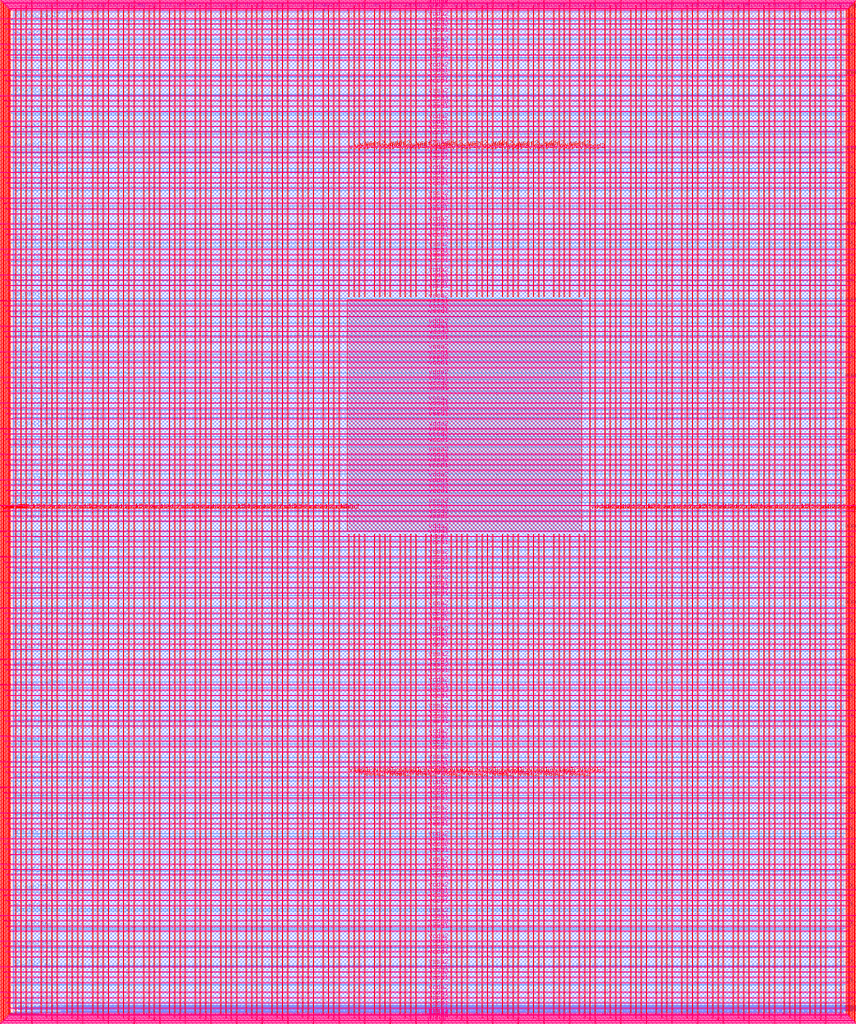
<source format=lef>
VERSION 5.7 ;
  NOWIREEXTENSIONATPIN ON ;
  DIVIDERCHAR "/" ;
  BUSBITCHARS "[]" ;
MACRO user_project_wrapper
  CLASS BLOCK ;
  FOREIGN user_project_wrapper ;
  ORIGIN 0.000 0.000 ;
  SIZE 2920.000 BY 3520.000 ;
  PIN analog_io[0]
    DIRECTION INOUT ;
    USE SIGNAL ;
    PORT
      LAYER met3 ;
        RECT 2917.600 1426.380 2924.800 1427.580 ;
    END
  END analog_io[0]
  PIN analog_io[10]
    DIRECTION INOUT ;
    USE SIGNAL ;
    PORT
      LAYER met2 ;
        RECT 2230.490 3517.600 2231.050 3524.800 ;
    END
  END analog_io[10]
  PIN analog_io[11]
    DIRECTION INOUT ;
    USE SIGNAL ;
    PORT
      LAYER met2 ;
        RECT 1905.730 3517.600 1906.290 3524.800 ;
    END
  END analog_io[11]
  PIN analog_io[12]
    DIRECTION INOUT ;
    USE SIGNAL ;
    PORT
      LAYER met2 ;
        RECT 1581.430 3517.600 1581.990 3524.800 ;
    END
  END analog_io[12]
  PIN analog_io[13]
    DIRECTION INOUT ;
    USE SIGNAL ;
    PORT
      LAYER met2 ;
        RECT 1257.130 3517.600 1257.690 3524.800 ;
    END
  END analog_io[13]
  PIN analog_io[14]
    DIRECTION INOUT ;
    USE SIGNAL ;
    PORT
      LAYER met2 ;
        RECT 932.370 3517.600 932.930 3524.800 ;
    END
  END analog_io[14]
  PIN analog_io[15]
    DIRECTION INOUT ;
    USE SIGNAL ;
    PORT
      LAYER met2 ;
        RECT 608.070 3517.600 608.630 3524.800 ;
    END
  END analog_io[15]
  PIN analog_io[16]
    DIRECTION INOUT ;
    USE SIGNAL ;
    PORT
      LAYER met2 ;
        RECT 283.770 3517.600 284.330 3524.800 ;
    END
  END analog_io[16]
  PIN analog_io[17]
    DIRECTION INOUT ;
    USE SIGNAL ;
    PORT
      LAYER met3 ;
        RECT -4.800 3486.100 2.400 3487.300 ;
    END
  END analog_io[17]
  PIN analog_io[18]
    DIRECTION INOUT ;
    USE SIGNAL ;
    PORT
      LAYER met3 ;
        RECT -4.800 3224.980 2.400 3226.180 ;
    END
  END analog_io[18]
  PIN analog_io[19]
    DIRECTION INOUT ;
    USE SIGNAL ;
    PORT
      LAYER met3 ;
        RECT -4.800 2964.540 2.400 2965.740 ;
    END
  END analog_io[19]
  PIN analog_io[1]
    DIRECTION INOUT ;
    USE SIGNAL ;
    PORT
      LAYER met3 ;
        RECT 2917.600 1692.260 2924.800 1693.460 ;
    END
  END analog_io[1]
  PIN analog_io[20]
    DIRECTION INOUT ;
    USE SIGNAL ;
    PORT
      LAYER met3 ;
        RECT -4.800 2703.420 2.400 2704.620 ;
    END
  END analog_io[20]
  PIN analog_io[21]
    DIRECTION INOUT ;
    USE SIGNAL ;
    PORT
      LAYER met3 ;
        RECT -4.800 2442.980 2.400 2444.180 ;
    END
  END analog_io[21]
  PIN analog_io[22]
    DIRECTION INOUT ;
    USE SIGNAL ;
    PORT
      LAYER met3 ;
        RECT -4.800 2182.540 2.400 2183.740 ;
    END
  END analog_io[22]
  PIN analog_io[23]
    DIRECTION INOUT ;
    USE SIGNAL ;
    PORT
      LAYER met3 ;
        RECT -4.800 1921.420 2.400 1922.620 ;
    END
  END analog_io[23]
  PIN analog_io[24]
    DIRECTION INOUT ;
    USE SIGNAL ;
    PORT
      LAYER met3 ;
        RECT -4.800 1660.980 2.400 1662.180 ;
    END
  END analog_io[24]
  PIN analog_io[25]
    DIRECTION INOUT ;
    USE SIGNAL ;
    PORT
      LAYER met3 ;
        RECT -4.800 1399.860 2.400 1401.060 ;
    END
  END analog_io[25]
  PIN analog_io[26]
    DIRECTION INOUT ;
    USE SIGNAL ;
    PORT
      LAYER met3 ;
        RECT -4.800 1139.420 2.400 1140.620 ;
    END
  END analog_io[26]
  PIN analog_io[27]
    DIRECTION INOUT ;
    USE SIGNAL ;
    PORT
      LAYER met3 ;
        RECT -4.800 878.980 2.400 880.180 ;
    END
  END analog_io[27]
  PIN analog_io[28]
    DIRECTION INOUT ;
    USE SIGNAL ;
    PORT
      LAYER met3 ;
        RECT -4.800 617.860 2.400 619.060 ;
    END
  END analog_io[28]
  PIN analog_io[2]
    DIRECTION INOUT ;
    USE SIGNAL ;
    PORT
      LAYER met3 ;
        RECT 2917.600 1958.140 2924.800 1959.340 ;
    END
  END analog_io[2]
  PIN analog_io[3]
    DIRECTION INOUT ;
    USE SIGNAL ;
    PORT
      LAYER met3 ;
        RECT 2917.600 2223.340 2924.800 2224.540 ;
    END
  END analog_io[3]
  PIN analog_io[4]
    DIRECTION INOUT ;
    USE SIGNAL ;
    PORT
      LAYER met3 ;
        RECT 2917.600 2489.220 2924.800 2490.420 ;
    END
  END analog_io[4]
  PIN analog_io[5]
    DIRECTION INOUT ;
    USE SIGNAL ;
    PORT
      LAYER met3 ;
        RECT 2917.600 2755.100 2924.800 2756.300 ;
    END
  END analog_io[5]
  PIN analog_io[6]
    DIRECTION INOUT ;
    USE SIGNAL ;
    PORT
      LAYER met3 ;
        RECT 2917.600 3020.300 2924.800 3021.500 ;
    END
  END analog_io[6]
  PIN analog_io[7]
    DIRECTION INOUT ;
    USE SIGNAL ;
    PORT
      LAYER met3 ;
        RECT 2917.600 3286.180 2924.800 3287.380 ;
    END
  END analog_io[7]
  PIN analog_io[8]
    DIRECTION INOUT ;
    USE SIGNAL ;
    PORT
      LAYER met2 ;
        RECT 2879.090 3517.600 2879.650 3524.800 ;
    END
  END analog_io[8]
  PIN analog_io[9]
    DIRECTION INOUT ;
    USE SIGNAL ;
    PORT
      LAYER met2 ;
        RECT 2554.790 3517.600 2555.350 3524.800 ;
    END
  END analog_io[9]
  PIN io_in[0]
    DIRECTION INPUT ;
    USE SIGNAL ;
    PORT
      LAYER met3 ;
        RECT 2917.600 32.380 2924.800 33.580 ;
    END
  END io_in[0]
  PIN io_in[10]
    DIRECTION INPUT ;
    USE SIGNAL ;
    PORT
      LAYER met3 ;
        RECT 2917.600 2289.980 2924.800 2291.180 ;
    END
  END io_in[10]
  PIN io_in[11]
    DIRECTION INPUT ;
    USE SIGNAL ;
    PORT
      LAYER met3 ;
        RECT 2917.600 2555.860 2924.800 2557.060 ;
    END
  END io_in[11]
  PIN io_in[12]
    DIRECTION INPUT ;
    USE SIGNAL ;
    PORT
      LAYER met3 ;
        RECT 2917.600 2821.060 2924.800 2822.260 ;
    END
  END io_in[12]
  PIN io_in[13]
    DIRECTION INPUT ;
    USE SIGNAL ;
    PORT
      LAYER met3 ;
        RECT 2917.600 3086.940 2924.800 3088.140 ;
    END
  END io_in[13]
  PIN io_in[14]
    DIRECTION INPUT ;
    USE SIGNAL ;
    PORT
      LAYER met3 ;
        RECT 2917.600 3352.820 2924.800 3354.020 ;
    END
  END io_in[14]
  PIN io_in[15]
    DIRECTION INPUT ;
    USE SIGNAL ;
    PORT
      LAYER met2 ;
        RECT 2798.130 3517.600 2798.690 3524.800 ;
    END
  END io_in[15]
  PIN io_in[16]
    DIRECTION INPUT ;
    USE SIGNAL ;
    PORT
      LAYER met2 ;
        RECT 2473.830 3517.600 2474.390 3524.800 ;
    END
  END io_in[16]
  PIN io_in[17]
    DIRECTION INPUT ;
    USE SIGNAL ;
    PORT
      LAYER met2 ;
        RECT 2149.070 3517.600 2149.630 3524.800 ;
    END
  END io_in[17]
  PIN io_in[18]
    DIRECTION INPUT ;
    USE SIGNAL ;
    PORT
      LAYER met2 ;
        RECT 1824.770 3517.600 1825.330 3524.800 ;
    END
  END io_in[18]
  PIN io_in[19]
    DIRECTION INPUT ;
    USE SIGNAL ;
    PORT
      LAYER met2 ;
        RECT 1500.470 3517.600 1501.030 3524.800 ;
    END
  END io_in[19]
  PIN io_in[1]
    DIRECTION INPUT ;
    USE SIGNAL ;
    PORT
      LAYER met3 ;
        RECT 2917.600 230.940 2924.800 232.140 ;
    END
  END io_in[1]
  PIN io_in[20]
    DIRECTION INPUT ;
    USE SIGNAL ;
    PORT
      LAYER met2 ;
        RECT 1175.710 3517.600 1176.270 3524.800 ;
    END
  END io_in[20]
  PIN io_in[21]
    DIRECTION INPUT ;
    USE SIGNAL ;
    PORT
      LAYER met2 ;
        RECT 851.410 3517.600 851.970 3524.800 ;
    END
  END io_in[21]
  PIN io_in[22]
    DIRECTION INPUT ;
    USE SIGNAL ;
    PORT
      LAYER met2 ;
        RECT 527.110 3517.600 527.670 3524.800 ;
    END
  END io_in[22]
  PIN io_in[23]
    DIRECTION INPUT ;
    USE SIGNAL ;
    PORT
      LAYER met2 ;
        RECT 202.350 3517.600 202.910 3524.800 ;
    END
  END io_in[23]
  PIN io_in[24]
    DIRECTION INPUT ;
    USE SIGNAL ;
    PORT
      LAYER met3 ;
        RECT -4.800 3420.820 2.400 3422.020 ;
    END
  END io_in[24]
  PIN io_in[25]
    DIRECTION INPUT ;
    USE SIGNAL ;
    PORT
      LAYER met3 ;
        RECT -4.800 3159.700 2.400 3160.900 ;
    END
  END io_in[25]
  PIN io_in[26]
    DIRECTION INPUT ;
    USE SIGNAL ;
    PORT
      LAYER met3 ;
        RECT -4.800 2899.260 2.400 2900.460 ;
    END
  END io_in[26]
  PIN io_in[27]
    DIRECTION INPUT ;
    USE SIGNAL ;
    PORT
      LAYER met3 ;
        RECT -4.800 2638.820 2.400 2640.020 ;
    END
  END io_in[27]
  PIN io_in[28]
    DIRECTION INPUT ;
    USE SIGNAL ;
    PORT
      LAYER met3 ;
        RECT -4.800 2377.700 2.400 2378.900 ;
    END
  END io_in[28]
  PIN io_in[29]
    DIRECTION INPUT ;
    USE SIGNAL ;
    PORT
      LAYER met3 ;
        RECT -4.800 2117.260 2.400 2118.460 ;
    END
  END io_in[29]
  PIN io_in[2]
    DIRECTION INPUT ;
    USE SIGNAL ;
    PORT
      LAYER met3 ;
        RECT 2917.600 430.180 2924.800 431.380 ;
    END
  END io_in[2]
  PIN io_in[30]
    DIRECTION INPUT ;
    USE SIGNAL ;
    PORT
      LAYER met3 ;
        RECT -4.800 1856.140 2.400 1857.340 ;
    END
  END io_in[30]
  PIN io_in[31]
    DIRECTION INPUT ;
    USE SIGNAL ;
    PORT
      LAYER met3 ;
        RECT -4.800 1595.700 2.400 1596.900 ;
    END
  END io_in[31]
  PIN io_in[32]
    DIRECTION INPUT ;
    USE SIGNAL ;
    PORT
      LAYER met3 ;
        RECT -4.800 1335.260 2.400 1336.460 ;
    END
  END io_in[32]
  PIN io_in[33]
    DIRECTION INPUT ;
    USE SIGNAL ;
    PORT
      LAYER met3 ;
        RECT -4.800 1074.140 2.400 1075.340 ;
    END
  END io_in[33]
  PIN io_in[34]
    DIRECTION INPUT ;
    USE SIGNAL ;
    PORT
      LAYER met3 ;
        RECT -4.800 813.700 2.400 814.900 ;
    END
  END io_in[34]
  PIN io_in[35]
    DIRECTION INPUT ;
    USE SIGNAL ;
    PORT
      LAYER met3 ;
        RECT -4.800 552.580 2.400 553.780 ;
    END
  END io_in[35]
  PIN io_in[36]
    DIRECTION INPUT ;
    USE SIGNAL ;
    PORT
      LAYER met3 ;
        RECT -4.800 357.420 2.400 358.620 ;
    END
  END io_in[36]
  PIN io_in[37]
    DIRECTION INPUT ;
    USE SIGNAL ;
    PORT
      LAYER met3 ;
        RECT -4.800 161.580 2.400 162.780 ;
    END
  END io_in[37]
  PIN io_in[3]
    DIRECTION INPUT ;
    USE SIGNAL ;
    PORT
      LAYER met3 ;
        RECT 2917.600 629.420 2924.800 630.620 ;
    END
  END io_in[3]
  PIN io_in[4]
    DIRECTION INPUT ;
    USE SIGNAL ;
    PORT
      LAYER met3 ;
        RECT 2917.600 828.660 2924.800 829.860 ;
    END
  END io_in[4]
  PIN io_in[5]
    DIRECTION INPUT ;
    USE SIGNAL ;
    PORT
      LAYER met3 ;
        RECT 2917.600 1027.900 2924.800 1029.100 ;
    END
  END io_in[5]
  PIN io_in[6]
    DIRECTION INPUT ;
    USE SIGNAL ;
    PORT
      LAYER met3 ;
        RECT 2917.600 1227.140 2924.800 1228.340 ;
    END
  END io_in[6]
  PIN io_in[7]
    DIRECTION INPUT ;
    USE SIGNAL ;
    PORT
      LAYER met3 ;
        RECT 2917.600 1493.020 2924.800 1494.220 ;
    END
  END io_in[7]
  PIN io_in[8]
    DIRECTION INPUT ;
    USE SIGNAL ;
    PORT
      LAYER met3 ;
        RECT 2917.600 1758.900 2924.800 1760.100 ;
    END
  END io_in[8]
  PIN io_in[9]
    DIRECTION INPUT ;
    USE SIGNAL ;
    PORT
      LAYER met3 ;
        RECT 2917.600 2024.100 2924.800 2025.300 ;
    END
  END io_in[9]
  PIN io_oeb[0]
    DIRECTION OUTPUT TRISTATE ;
    USE SIGNAL ;
    PORT
      LAYER met3 ;
        RECT 2917.600 164.980 2924.800 166.180 ;
    END
  END io_oeb[0]
  PIN io_oeb[10]
    DIRECTION OUTPUT TRISTATE ;
    USE SIGNAL ;
    PORT
      LAYER met3 ;
        RECT 2917.600 2422.580 2924.800 2423.780 ;
    END
  END io_oeb[10]
  PIN io_oeb[11]
    DIRECTION OUTPUT TRISTATE ;
    USE SIGNAL ;
    PORT
      LAYER met3 ;
        RECT 2917.600 2688.460 2924.800 2689.660 ;
    END
  END io_oeb[11]
  PIN io_oeb[12]
    DIRECTION OUTPUT TRISTATE ;
    USE SIGNAL ;
    PORT
      LAYER met3 ;
        RECT 2917.600 2954.340 2924.800 2955.540 ;
    END
  END io_oeb[12]
  PIN io_oeb[13]
    DIRECTION OUTPUT TRISTATE ;
    USE SIGNAL ;
    PORT
      LAYER met3 ;
        RECT 2917.600 3219.540 2924.800 3220.740 ;
    END
  END io_oeb[13]
  PIN io_oeb[14]
    DIRECTION OUTPUT TRISTATE ;
    USE SIGNAL ;
    PORT
      LAYER met3 ;
        RECT 2917.600 3485.420 2924.800 3486.620 ;
    END
  END io_oeb[14]
  PIN io_oeb[15]
    DIRECTION OUTPUT TRISTATE ;
    USE SIGNAL ;
    PORT
      LAYER met2 ;
        RECT 2635.750 3517.600 2636.310 3524.800 ;
    END
  END io_oeb[15]
  PIN io_oeb[16]
    DIRECTION OUTPUT TRISTATE ;
    USE SIGNAL ;
    PORT
      LAYER met2 ;
        RECT 2311.450 3517.600 2312.010 3524.800 ;
    END
  END io_oeb[16]
  PIN io_oeb[17]
    DIRECTION OUTPUT TRISTATE ;
    USE SIGNAL ;
    PORT
      LAYER met2 ;
        RECT 1987.150 3517.600 1987.710 3524.800 ;
    END
  END io_oeb[17]
  PIN io_oeb[18]
    DIRECTION OUTPUT TRISTATE ;
    USE SIGNAL ;
    PORT
      LAYER met2 ;
        RECT 1662.390 3517.600 1662.950 3524.800 ;
    END
  END io_oeb[18]
  PIN io_oeb[19]
    DIRECTION OUTPUT TRISTATE ;
    USE SIGNAL ;
    PORT
      LAYER met2 ;
        RECT 1338.090 3517.600 1338.650 3524.800 ;
    END
  END io_oeb[19]
  PIN io_oeb[1]
    DIRECTION OUTPUT TRISTATE ;
    USE SIGNAL ;
    PORT
      LAYER met3 ;
        RECT 2917.600 364.220 2924.800 365.420 ;
    END
  END io_oeb[1]
  PIN io_oeb[20]
    DIRECTION OUTPUT TRISTATE ;
    USE SIGNAL ;
    PORT
      LAYER met2 ;
        RECT 1013.790 3517.600 1014.350 3524.800 ;
    END
  END io_oeb[20]
  PIN io_oeb[21]
    DIRECTION OUTPUT TRISTATE ;
    USE SIGNAL ;
    PORT
      LAYER met2 ;
        RECT 689.030 3517.600 689.590 3524.800 ;
    END
  END io_oeb[21]
  PIN io_oeb[22]
    DIRECTION OUTPUT TRISTATE ;
    USE SIGNAL ;
    PORT
      LAYER met2 ;
        RECT 364.730 3517.600 365.290 3524.800 ;
    END
  END io_oeb[22]
  PIN io_oeb[23]
    DIRECTION OUTPUT TRISTATE ;
    USE SIGNAL ;
    PORT
      LAYER met2 ;
        RECT 40.430 3517.600 40.990 3524.800 ;
    END
  END io_oeb[23]
  PIN io_oeb[24]
    DIRECTION OUTPUT TRISTATE ;
    USE SIGNAL ;
    PORT
      LAYER met3 ;
        RECT -4.800 3290.260 2.400 3291.460 ;
    END
  END io_oeb[24]
  PIN io_oeb[25]
    DIRECTION OUTPUT TRISTATE ;
    USE SIGNAL ;
    PORT
      LAYER met3 ;
        RECT -4.800 3029.820 2.400 3031.020 ;
    END
  END io_oeb[25]
  PIN io_oeb[26]
    DIRECTION OUTPUT TRISTATE ;
    USE SIGNAL ;
    PORT
      LAYER met3 ;
        RECT -4.800 2768.700 2.400 2769.900 ;
    END
  END io_oeb[26]
  PIN io_oeb[27]
    DIRECTION OUTPUT TRISTATE ;
    USE SIGNAL ;
    PORT
      LAYER met3 ;
        RECT -4.800 2508.260 2.400 2509.460 ;
    END
  END io_oeb[27]
  PIN io_oeb[28]
    DIRECTION OUTPUT TRISTATE ;
    USE SIGNAL ;
    PORT
      LAYER met3 ;
        RECT -4.800 2247.140 2.400 2248.340 ;
    END
  END io_oeb[28]
  PIN io_oeb[29]
    DIRECTION OUTPUT TRISTATE ;
    USE SIGNAL ;
    PORT
      LAYER met3 ;
        RECT -4.800 1986.700 2.400 1987.900 ;
    END
  END io_oeb[29]
  PIN io_oeb[2]
    DIRECTION OUTPUT TRISTATE ;
    USE SIGNAL ;
    PORT
      LAYER met3 ;
        RECT 2917.600 563.460 2924.800 564.660 ;
    END
  END io_oeb[2]
  PIN io_oeb[30]
    DIRECTION OUTPUT TRISTATE ;
    USE SIGNAL ;
    PORT
      LAYER met3 ;
        RECT -4.800 1726.260 2.400 1727.460 ;
    END
  END io_oeb[30]
  PIN io_oeb[31]
    DIRECTION OUTPUT TRISTATE ;
    USE SIGNAL ;
    PORT
      LAYER met3 ;
        RECT -4.800 1465.140 2.400 1466.340 ;
    END
  END io_oeb[31]
  PIN io_oeb[32]
    DIRECTION OUTPUT TRISTATE ;
    USE SIGNAL ;
    PORT
      LAYER met3 ;
        RECT -4.800 1204.700 2.400 1205.900 ;
    END
  END io_oeb[32]
  PIN io_oeb[33]
    DIRECTION OUTPUT TRISTATE ;
    USE SIGNAL ;
    PORT
      LAYER met3 ;
        RECT -4.800 943.580 2.400 944.780 ;
    END
  END io_oeb[33]
  PIN io_oeb[34]
    DIRECTION OUTPUT TRISTATE ;
    USE SIGNAL ;
    PORT
      LAYER met3 ;
        RECT -4.800 683.140 2.400 684.340 ;
    END
  END io_oeb[34]
  PIN io_oeb[35]
    DIRECTION OUTPUT TRISTATE ;
    USE SIGNAL ;
    PORT
      LAYER met3 ;
        RECT -4.800 422.700 2.400 423.900 ;
    END
  END io_oeb[35]
  PIN io_oeb[36]
    DIRECTION OUTPUT TRISTATE ;
    USE SIGNAL ;
    PORT
      LAYER met3 ;
        RECT -4.800 226.860 2.400 228.060 ;
    END
  END io_oeb[36]
  PIN io_oeb[37]
    DIRECTION OUTPUT TRISTATE ;
    USE SIGNAL ;
    PORT
      LAYER met3 ;
        RECT -4.800 31.700 2.400 32.900 ;
    END
  END io_oeb[37]
  PIN io_oeb[3]
    DIRECTION OUTPUT TRISTATE ;
    USE SIGNAL ;
    PORT
      LAYER met3 ;
        RECT 2917.600 762.700 2924.800 763.900 ;
    END
  END io_oeb[3]
  PIN io_oeb[4]
    DIRECTION OUTPUT TRISTATE ;
    USE SIGNAL ;
    PORT
      LAYER met3 ;
        RECT 2917.600 961.940 2924.800 963.140 ;
    END
  END io_oeb[4]
  PIN io_oeb[5]
    DIRECTION OUTPUT TRISTATE ;
    USE SIGNAL ;
    PORT
      LAYER met3 ;
        RECT 2917.600 1161.180 2924.800 1162.380 ;
    END
  END io_oeb[5]
  PIN io_oeb[6]
    DIRECTION OUTPUT TRISTATE ;
    USE SIGNAL ;
    PORT
      LAYER met3 ;
        RECT 2917.600 1360.420 2924.800 1361.620 ;
    END
  END io_oeb[6]
  PIN io_oeb[7]
    DIRECTION OUTPUT TRISTATE ;
    USE SIGNAL ;
    PORT
      LAYER met3 ;
        RECT 2917.600 1625.620 2924.800 1626.820 ;
    END
  END io_oeb[7]
  PIN io_oeb[8]
    DIRECTION OUTPUT TRISTATE ;
    USE SIGNAL ;
    PORT
      LAYER met3 ;
        RECT 2917.600 1891.500 2924.800 1892.700 ;
    END
  END io_oeb[8]
  PIN io_oeb[9]
    DIRECTION OUTPUT TRISTATE ;
    USE SIGNAL ;
    PORT
      LAYER met3 ;
        RECT 2917.600 2157.380 2924.800 2158.580 ;
    END
  END io_oeb[9]
  PIN io_out[0]
    DIRECTION OUTPUT TRISTATE ;
    USE SIGNAL ;
    PORT
      LAYER met3 ;
        RECT 2917.600 98.340 2924.800 99.540 ;
    END
  END io_out[0]
  PIN io_out[10]
    DIRECTION OUTPUT TRISTATE ;
    USE SIGNAL ;
    PORT
      LAYER met3 ;
        RECT 2917.600 2356.620 2924.800 2357.820 ;
    END
  END io_out[10]
  PIN io_out[11]
    DIRECTION OUTPUT TRISTATE ;
    USE SIGNAL ;
    PORT
      LAYER met3 ;
        RECT 2917.600 2621.820 2924.800 2623.020 ;
    END
  END io_out[11]
  PIN io_out[12]
    DIRECTION OUTPUT TRISTATE ;
    USE SIGNAL ;
    PORT
      LAYER met3 ;
        RECT 2917.600 2887.700 2924.800 2888.900 ;
    END
  END io_out[12]
  PIN io_out[13]
    DIRECTION OUTPUT TRISTATE ;
    USE SIGNAL ;
    PORT
      LAYER met3 ;
        RECT 2917.600 3153.580 2924.800 3154.780 ;
    END
  END io_out[13]
  PIN io_out[14]
    DIRECTION OUTPUT TRISTATE ;
    USE SIGNAL ;
    PORT
      LAYER met3 ;
        RECT 2917.600 3418.780 2924.800 3419.980 ;
    END
  END io_out[14]
  PIN io_out[15]
    DIRECTION OUTPUT TRISTATE ;
    USE SIGNAL ;
    PORT
      LAYER met2 ;
        RECT 2717.170 3517.600 2717.730 3524.800 ;
    END
  END io_out[15]
  PIN io_out[16]
    DIRECTION OUTPUT TRISTATE ;
    USE SIGNAL ;
    PORT
      LAYER met2 ;
        RECT 2392.410 3517.600 2392.970 3524.800 ;
    END
  END io_out[16]
  PIN io_out[17]
    DIRECTION OUTPUT TRISTATE ;
    USE SIGNAL ;
    PORT
      LAYER met2 ;
        RECT 2068.110 3517.600 2068.670 3524.800 ;
    END
  END io_out[17]
  PIN io_out[18]
    DIRECTION OUTPUT TRISTATE ;
    USE SIGNAL ;
    PORT
      LAYER met2 ;
        RECT 1743.810 3517.600 1744.370 3524.800 ;
    END
  END io_out[18]
  PIN io_out[19]
    DIRECTION OUTPUT TRISTATE ;
    USE SIGNAL ;
    PORT
      LAYER met2 ;
        RECT 1419.050 3517.600 1419.610 3524.800 ;
    END
  END io_out[19]
  PIN io_out[1]
    DIRECTION OUTPUT TRISTATE ;
    USE SIGNAL ;
    PORT
      LAYER met3 ;
        RECT 2917.600 297.580 2924.800 298.780 ;
    END
  END io_out[1]
  PIN io_out[20]
    DIRECTION OUTPUT TRISTATE ;
    USE SIGNAL ;
    PORT
      LAYER met2 ;
        RECT 1094.750 3517.600 1095.310 3524.800 ;
    END
  END io_out[20]
  PIN io_out[21]
    DIRECTION OUTPUT TRISTATE ;
    USE SIGNAL ;
    PORT
      LAYER met2 ;
        RECT 770.450 3517.600 771.010 3524.800 ;
    END
  END io_out[21]
  PIN io_out[22]
    DIRECTION OUTPUT TRISTATE ;
    USE SIGNAL ;
    PORT
      LAYER met2 ;
        RECT 445.690 3517.600 446.250 3524.800 ;
    END
  END io_out[22]
  PIN io_out[23]
    DIRECTION OUTPUT TRISTATE ;
    USE SIGNAL ;
    PORT
      LAYER met2 ;
        RECT 121.390 3517.600 121.950 3524.800 ;
    END
  END io_out[23]
  PIN io_out[24]
    DIRECTION OUTPUT TRISTATE ;
    USE SIGNAL ;
    PORT
      LAYER met3 ;
        RECT -4.800 3355.540 2.400 3356.740 ;
    END
  END io_out[24]
  PIN io_out[25]
    DIRECTION OUTPUT TRISTATE ;
    USE SIGNAL ;
    PORT
      LAYER met3 ;
        RECT -4.800 3095.100 2.400 3096.300 ;
    END
  END io_out[25]
  PIN io_out[26]
    DIRECTION OUTPUT TRISTATE ;
    USE SIGNAL ;
    PORT
      LAYER met3 ;
        RECT -4.800 2833.980 2.400 2835.180 ;
    END
  END io_out[26]
  PIN io_out[27]
    DIRECTION OUTPUT TRISTATE ;
    USE SIGNAL ;
    PORT
      LAYER met3 ;
        RECT -4.800 2573.540 2.400 2574.740 ;
    END
  END io_out[27]
  PIN io_out[28]
    DIRECTION OUTPUT TRISTATE ;
    USE SIGNAL ;
    PORT
      LAYER met3 ;
        RECT -4.800 2312.420 2.400 2313.620 ;
    END
  END io_out[28]
  PIN io_out[29]
    DIRECTION OUTPUT TRISTATE ;
    USE SIGNAL ;
    PORT
      LAYER met3 ;
        RECT -4.800 2051.980 2.400 2053.180 ;
    END
  END io_out[29]
  PIN io_out[2]
    DIRECTION OUTPUT TRISTATE ;
    USE SIGNAL ;
    PORT
      LAYER met3 ;
        RECT 2917.600 496.820 2924.800 498.020 ;
    END
  END io_out[2]
  PIN io_out[30]
    DIRECTION OUTPUT TRISTATE ;
    USE SIGNAL ;
    PORT
      LAYER met3 ;
        RECT -4.800 1791.540 2.400 1792.740 ;
    END
  END io_out[30]
  PIN io_out[31]
    DIRECTION OUTPUT TRISTATE ;
    USE SIGNAL ;
    PORT
      LAYER met3 ;
        RECT -4.800 1530.420 2.400 1531.620 ;
    END
  END io_out[31]
  PIN io_out[32]
    DIRECTION OUTPUT TRISTATE ;
    USE SIGNAL ;
    PORT
      LAYER met3 ;
        RECT -4.800 1269.980 2.400 1271.180 ;
    END
  END io_out[32]
  PIN io_out[33]
    DIRECTION OUTPUT TRISTATE ;
    USE SIGNAL ;
    PORT
      LAYER met3 ;
        RECT -4.800 1008.860 2.400 1010.060 ;
    END
  END io_out[33]
  PIN io_out[34]
    DIRECTION OUTPUT TRISTATE ;
    USE SIGNAL ;
    PORT
      LAYER met3 ;
        RECT -4.800 748.420 2.400 749.620 ;
    END
  END io_out[34]
  PIN io_out[35]
    DIRECTION OUTPUT TRISTATE ;
    USE SIGNAL ;
    PORT
      LAYER met3 ;
        RECT -4.800 487.300 2.400 488.500 ;
    END
  END io_out[35]
  PIN io_out[36]
    DIRECTION OUTPUT TRISTATE ;
    USE SIGNAL ;
    PORT
      LAYER met3 ;
        RECT -4.800 292.140 2.400 293.340 ;
    END
  END io_out[36]
  PIN io_out[37]
    DIRECTION OUTPUT TRISTATE ;
    USE SIGNAL ;
    PORT
      LAYER met3 ;
        RECT -4.800 96.300 2.400 97.500 ;
    END
  END io_out[37]
  PIN io_out[3]
    DIRECTION OUTPUT TRISTATE ;
    USE SIGNAL ;
    PORT
      LAYER met3 ;
        RECT 2917.600 696.060 2924.800 697.260 ;
    END
  END io_out[3]
  PIN io_out[4]
    DIRECTION OUTPUT TRISTATE ;
    USE SIGNAL ;
    PORT
      LAYER met3 ;
        RECT 2917.600 895.300 2924.800 896.500 ;
    END
  END io_out[4]
  PIN io_out[5]
    DIRECTION OUTPUT TRISTATE ;
    USE SIGNAL ;
    PORT
      LAYER met3 ;
        RECT 2917.600 1094.540 2924.800 1095.740 ;
    END
  END io_out[5]
  PIN io_out[6]
    DIRECTION OUTPUT TRISTATE ;
    USE SIGNAL ;
    PORT
      LAYER met3 ;
        RECT 2917.600 1293.780 2924.800 1294.980 ;
    END
  END io_out[6]
  PIN io_out[7]
    DIRECTION OUTPUT TRISTATE ;
    USE SIGNAL ;
    PORT
      LAYER met3 ;
        RECT 2917.600 1559.660 2924.800 1560.860 ;
    END
  END io_out[7]
  PIN io_out[8]
    DIRECTION OUTPUT TRISTATE ;
    USE SIGNAL ;
    PORT
      LAYER met3 ;
        RECT 2917.600 1824.860 2924.800 1826.060 ;
    END
  END io_out[8]
  PIN io_out[9]
    DIRECTION OUTPUT TRISTATE ;
    USE SIGNAL ;
    PORT
      LAYER met3 ;
        RECT 2917.600 2090.740 2924.800 2091.940 ;
    END
  END io_out[9]
  PIN la_data_in[0]
    DIRECTION INPUT ;
    USE SIGNAL ;
    PORT
      LAYER met2 ;
        RECT 629.230 -4.800 629.790 2.400 ;
    END
  END la_data_in[0]
  PIN la_data_in[100]
    DIRECTION INPUT ;
    USE SIGNAL ;
    PORT
      LAYER met2 ;
        RECT 2402.530 -4.800 2403.090 2.400 ;
    END
  END la_data_in[100]
  PIN la_data_in[101]
    DIRECTION INPUT ;
    USE SIGNAL ;
    PORT
      LAYER met2 ;
        RECT 2420.010 -4.800 2420.570 2.400 ;
    END
  END la_data_in[101]
  PIN la_data_in[102]
    DIRECTION INPUT ;
    USE SIGNAL ;
    PORT
      LAYER met2 ;
        RECT 2437.950 -4.800 2438.510 2.400 ;
    END
  END la_data_in[102]
  PIN la_data_in[103]
    DIRECTION INPUT ;
    USE SIGNAL ;
    PORT
      LAYER met2 ;
        RECT 2455.430 -4.800 2455.990 2.400 ;
    END
  END la_data_in[103]
  PIN la_data_in[104]
    DIRECTION INPUT ;
    USE SIGNAL ;
    PORT
      LAYER met2 ;
        RECT 2473.370 -4.800 2473.930 2.400 ;
    END
  END la_data_in[104]
  PIN la_data_in[105]
    DIRECTION INPUT ;
    USE SIGNAL ;
    PORT
      LAYER met2 ;
        RECT 2490.850 -4.800 2491.410 2.400 ;
    END
  END la_data_in[105]
  PIN la_data_in[106]
    DIRECTION INPUT ;
    USE SIGNAL ;
    PORT
      LAYER met2 ;
        RECT 2508.790 -4.800 2509.350 2.400 ;
    END
  END la_data_in[106]
  PIN la_data_in[107]
    DIRECTION INPUT ;
    USE SIGNAL ;
    PORT
      LAYER met2 ;
        RECT 2526.730 -4.800 2527.290 2.400 ;
    END
  END la_data_in[107]
  PIN la_data_in[108]
    DIRECTION INPUT ;
    USE SIGNAL ;
    PORT
      LAYER met2 ;
        RECT 2544.210 -4.800 2544.770 2.400 ;
    END
  END la_data_in[108]
  PIN la_data_in[109]
    DIRECTION INPUT ;
    USE SIGNAL ;
    PORT
      LAYER met2 ;
        RECT 2562.150 -4.800 2562.710 2.400 ;
    END
  END la_data_in[109]
  PIN la_data_in[10]
    DIRECTION INPUT ;
    USE SIGNAL ;
    PORT
      LAYER met2 ;
        RECT 806.330 -4.800 806.890 2.400 ;
    END
  END la_data_in[10]
  PIN la_data_in[110]
    DIRECTION INPUT ;
    USE SIGNAL ;
    PORT
      LAYER met2 ;
        RECT 2579.630 -4.800 2580.190 2.400 ;
    END
  END la_data_in[110]
  PIN la_data_in[111]
    DIRECTION INPUT ;
    USE SIGNAL ;
    PORT
      LAYER met2 ;
        RECT 2597.570 -4.800 2598.130 2.400 ;
    END
  END la_data_in[111]
  PIN la_data_in[112]
    DIRECTION INPUT ;
    USE SIGNAL ;
    PORT
      LAYER met2 ;
        RECT 2615.050 -4.800 2615.610 2.400 ;
    END
  END la_data_in[112]
  PIN la_data_in[113]
    DIRECTION INPUT ;
    USE SIGNAL ;
    PORT
      LAYER met2 ;
        RECT 2632.990 -4.800 2633.550 2.400 ;
    END
  END la_data_in[113]
  PIN la_data_in[114]
    DIRECTION INPUT ;
    USE SIGNAL ;
    PORT
      LAYER met2 ;
        RECT 2650.470 -4.800 2651.030 2.400 ;
    END
  END la_data_in[114]
  PIN la_data_in[115]
    DIRECTION INPUT ;
    USE SIGNAL ;
    PORT
      LAYER met2 ;
        RECT 2668.410 -4.800 2668.970 2.400 ;
    END
  END la_data_in[115]
  PIN la_data_in[116]
    DIRECTION INPUT ;
    USE SIGNAL ;
    PORT
      LAYER met2 ;
        RECT 2685.890 -4.800 2686.450 2.400 ;
    END
  END la_data_in[116]
  PIN la_data_in[117]
    DIRECTION INPUT ;
    USE SIGNAL ;
    PORT
      LAYER met2 ;
        RECT 2703.830 -4.800 2704.390 2.400 ;
    END
  END la_data_in[117]
  PIN la_data_in[118]
    DIRECTION INPUT ;
    USE SIGNAL ;
    PORT
      LAYER met2 ;
        RECT 2721.770 -4.800 2722.330 2.400 ;
    END
  END la_data_in[118]
  PIN la_data_in[119]
    DIRECTION INPUT ;
    USE SIGNAL ;
    PORT
      LAYER met2 ;
        RECT 2739.250 -4.800 2739.810 2.400 ;
    END
  END la_data_in[119]
  PIN la_data_in[11]
    DIRECTION INPUT ;
    USE SIGNAL ;
    PORT
      LAYER met2 ;
        RECT 824.270 -4.800 824.830 2.400 ;
    END
  END la_data_in[11]
  PIN la_data_in[120]
    DIRECTION INPUT ;
    USE SIGNAL ;
    PORT
      LAYER met2 ;
        RECT 2757.190 -4.800 2757.750 2.400 ;
    END
  END la_data_in[120]
  PIN la_data_in[121]
    DIRECTION INPUT ;
    USE SIGNAL ;
    PORT
      LAYER met2 ;
        RECT 2774.670 -4.800 2775.230 2.400 ;
    END
  END la_data_in[121]
  PIN la_data_in[122]
    DIRECTION INPUT ;
    USE SIGNAL ;
    PORT
      LAYER met2 ;
        RECT 2792.610 -4.800 2793.170 2.400 ;
    END
  END la_data_in[122]
  PIN la_data_in[123]
    DIRECTION INPUT ;
    USE SIGNAL ;
    PORT
      LAYER met2 ;
        RECT 2810.090 -4.800 2810.650 2.400 ;
    END
  END la_data_in[123]
  PIN la_data_in[124]
    DIRECTION INPUT ;
    USE SIGNAL ;
    PORT
      LAYER met2 ;
        RECT 2828.030 -4.800 2828.590 2.400 ;
    END
  END la_data_in[124]
  PIN la_data_in[125]
    DIRECTION INPUT ;
    USE SIGNAL ;
    PORT
      LAYER met2 ;
        RECT 2845.510 -4.800 2846.070 2.400 ;
    END
  END la_data_in[125]
  PIN la_data_in[126]
    DIRECTION INPUT ;
    USE SIGNAL ;
    PORT
      LAYER met2 ;
        RECT 2863.450 -4.800 2864.010 2.400 ;
    END
  END la_data_in[126]
  PIN la_data_in[127]
    DIRECTION INPUT ;
    USE SIGNAL ;
    PORT
      LAYER met2 ;
        RECT 2881.390 -4.800 2881.950 2.400 ;
    END
  END la_data_in[127]
  PIN la_data_in[12]
    DIRECTION INPUT ;
    USE SIGNAL ;
    PORT
      LAYER met2 ;
        RECT 841.750 -4.800 842.310 2.400 ;
    END
  END la_data_in[12]
  PIN la_data_in[13]
    DIRECTION INPUT ;
    USE SIGNAL ;
    PORT
      LAYER met2 ;
        RECT 859.690 -4.800 860.250 2.400 ;
    END
  END la_data_in[13]
  PIN la_data_in[14]
    DIRECTION INPUT ;
    USE SIGNAL ;
    PORT
      LAYER met2 ;
        RECT 877.170 -4.800 877.730 2.400 ;
    END
  END la_data_in[14]
  PIN la_data_in[15]
    DIRECTION INPUT ;
    USE SIGNAL ;
    PORT
      LAYER met2 ;
        RECT 895.110 -4.800 895.670 2.400 ;
    END
  END la_data_in[15]
  PIN la_data_in[16]
    DIRECTION INPUT ;
    USE SIGNAL ;
    PORT
      LAYER met2 ;
        RECT 912.590 -4.800 913.150 2.400 ;
    END
  END la_data_in[16]
  PIN la_data_in[17]
    DIRECTION INPUT ;
    USE SIGNAL ;
    PORT
      LAYER met2 ;
        RECT 930.530 -4.800 931.090 2.400 ;
    END
  END la_data_in[17]
  PIN la_data_in[18]
    DIRECTION INPUT ;
    USE SIGNAL ;
    PORT
      LAYER met2 ;
        RECT 948.470 -4.800 949.030 2.400 ;
    END
  END la_data_in[18]
  PIN la_data_in[19]
    DIRECTION INPUT ;
    USE SIGNAL ;
    PORT
      LAYER met2 ;
        RECT 965.950 -4.800 966.510 2.400 ;
    END
  END la_data_in[19]
  PIN la_data_in[1]
    DIRECTION INPUT ;
    USE SIGNAL ;
    PORT
      LAYER met2 ;
        RECT 646.710 -4.800 647.270 2.400 ;
    END
  END la_data_in[1]
  PIN la_data_in[20]
    DIRECTION INPUT ;
    USE SIGNAL ;
    PORT
      LAYER met2 ;
        RECT 983.890 -4.800 984.450 2.400 ;
    END
  END la_data_in[20]
  PIN la_data_in[21]
    DIRECTION INPUT ;
    USE SIGNAL ;
    PORT
      LAYER met2 ;
        RECT 1001.370 -4.800 1001.930 2.400 ;
    END
  END la_data_in[21]
  PIN la_data_in[22]
    DIRECTION INPUT ;
    USE SIGNAL ;
    PORT
      LAYER met2 ;
        RECT 1019.310 -4.800 1019.870 2.400 ;
    END
  END la_data_in[22]
  PIN la_data_in[23]
    DIRECTION INPUT ;
    USE SIGNAL ;
    PORT
      LAYER met2 ;
        RECT 1036.790 -4.800 1037.350 2.400 ;
    END
  END la_data_in[23]
  PIN la_data_in[24]
    DIRECTION INPUT ;
    USE SIGNAL ;
    PORT
      LAYER met2 ;
        RECT 1054.730 -4.800 1055.290 2.400 ;
    END
  END la_data_in[24]
  PIN la_data_in[25]
    DIRECTION INPUT ;
    USE SIGNAL ;
    PORT
      LAYER met2 ;
        RECT 1072.210 -4.800 1072.770 2.400 ;
    END
  END la_data_in[25]
  PIN la_data_in[26]
    DIRECTION INPUT ;
    USE SIGNAL ;
    PORT
      LAYER met2 ;
        RECT 1090.150 -4.800 1090.710 2.400 ;
    END
  END la_data_in[26]
  PIN la_data_in[27]
    DIRECTION INPUT ;
    USE SIGNAL ;
    PORT
      LAYER met2 ;
        RECT 1107.630 -4.800 1108.190 2.400 ;
    END
  END la_data_in[27]
  PIN la_data_in[28]
    DIRECTION INPUT ;
    USE SIGNAL ;
    PORT
      LAYER met2 ;
        RECT 1125.570 -4.800 1126.130 2.400 ;
    END
  END la_data_in[28]
  PIN la_data_in[29]
    DIRECTION INPUT ;
    USE SIGNAL ;
    PORT
      LAYER met2 ;
        RECT 1143.510 -4.800 1144.070 2.400 ;
    END
  END la_data_in[29]
  PIN la_data_in[2]
    DIRECTION INPUT ;
    USE SIGNAL ;
    PORT
      LAYER met2 ;
        RECT 664.650 -4.800 665.210 2.400 ;
    END
  END la_data_in[2]
  PIN la_data_in[30]
    DIRECTION INPUT ;
    USE SIGNAL ;
    PORT
      LAYER met2 ;
        RECT 1160.990 -4.800 1161.550 2.400 ;
    END
  END la_data_in[30]
  PIN la_data_in[31]
    DIRECTION INPUT ;
    USE SIGNAL ;
    PORT
      LAYER met2 ;
        RECT 1178.930 -4.800 1179.490 2.400 ;
    END
  END la_data_in[31]
  PIN la_data_in[32]
    DIRECTION INPUT ;
    USE SIGNAL ;
    PORT
      LAYER met2 ;
        RECT 1196.410 -4.800 1196.970 2.400 ;
    END
  END la_data_in[32]
  PIN la_data_in[33]
    DIRECTION INPUT ;
    USE SIGNAL ;
    PORT
      LAYER met2 ;
        RECT 1214.350 -4.800 1214.910 2.400 ;
    END
  END la_data_in[33]
  PIN la_data_in[34]
    DIRECTION INPUT ;
    USE SIGNAL ;
    PORT
      LAYER met2 ;
        RECT 1231.830 -4.800 1232.390 2.400 ;
    END
  END la_data_in[34]
  PIN la_data_in[35]
    DIRECTION INPUT ;
    USE SIGNAL ;
    PORT
      LAYER met2 ;
        RECT 1249.770 -4.800 1250.330 2.400 ;
    END
  END la_data_in[35]
  PIN la_data_in[36]
    DIRECTION INPUT ;
    USE SIGNAL ;
    PORT
      LAYER met2 ;
        RECT 1267.250 -4.800 1267.810 2.400 ;
    END
  END la_data_in[36]
  PIN la_data_in[37]
    DIRECTION INPUT ;
    USE SIGNAL ;
    PORT
      LAYER met2 ;
        RECT 1285.190 -4.800 1285.750 2.400 ;
    END
  END la_data_in[37]
  PIN la_data_in[38]
    DIRECTION INPUT ;
    USE SIGNAL ;
    PORT
      LAYER met2 ;
        RECT 1303.130 -4.800 1303.690 2.400 ;
    END
  END la_data_in[38]
  PIN la_data_in[39]
    DIRECTION INPUT ;
    USE SIGNAL ;
    PORT
      LAYER met2 ;
        RECT 1320.610 -4.800 1321.170 2.400 ;
    END
  END la_data_in[39]
  PIN la_data_in[3]
    DIRECTION INPUT ;
    USE SIGNAL ;
    PORT
      LAYER met2 ;
        RECT 682.130 -4.800 682.690 2.400 ;
    END
  END la_data_in[3]
  PIN la_data_in[40]
    DIRECTION INPUT ;
    USE SIGNAL ;
    PORT
      LAYER met2 ;
        RECT 1338.550 -4.800 1339.110 2.400 ;
    END
  END la_data_in[40]
  PIN la_data_in[41]
    DIRECTION INPUT ;
    USE SIGNAL ;
    PORT
      LAYER met2 ;
        RECT 1356.030 -4.800 1356.590 2.400 ;
    END
  END la_data_in[41]
  PIN la_data_in[42]
    DIRECTION INPUT ;
    USE SIGNAL ;
    PORT
      LAYER met2 ;
        RECT 1373.970 -4.800 1374.530 2.400 ;
    END
  END la_data_in[42]
  PIN la_data_in[43]
    DIRECTION INPUT ;
    USE SIGNAL ;
    PORT
      LAYER met2 ;
        RECT 1391.450 -4.800 1392.010 2.400 ;
    END
  END la_data_in[43]
  PIN la_data_in[44]
    DIRECTION INPUT ;
    USE SIGNAL ;
    PORT
      LAYER met2 ;
        RECT 1409.390 -4.800 1409.950 2.400 ;
    END
  END la_data_in[44]
  PIN la_data_in[45]
    DIRECTION INPUT ;
    USE SIGNAL ;
    PORT
      LAYER met2 ;
        RECT 1426.870 -4.800 1427.430 2.400 ;
    END
  END la_data_in[45]
  PIN la_data_in[46]
    DIRECTION INPUT ;
    USE SIGNAL ;
    PORT
      LAYER met2 ;
        RECT 1444.810 -4.800 1445.370 2.400 ;
    END
  END la_data_in[46]
  PIN la_data_in[47]
    DIRECTION INPUT ;
    USE SIGNAL ;
    PORT
      LAYER met2 ;
        RECT 1462.750 -4.800 1463.310 2.400 ;
    END
  END la_data_in[47]
  PIN la_data_in[48]
    DIRECTION INPUT ;
    USE SIGNAL ;
    PORT
      LAYER met2 ;
        RECT 1480.230 -4.800 1480.790 2.400 ;
    END
  END la_data_in[48]
  PIN la_data_in[49]
    DIRECTION INPUT ;
    USE SIGNAL ;
    PORT
      LAYER met2 ;
        RECT 1498.170 -4.800 1498.730 2.400 ;
    END
  END la_data_in[49]
  PIN la_data_in[4]
    DIRECTION INPUT ;
    USE SIGNAL ;
    PORT
      LAYER met2 ;
        RECT 700.070 -4.800 700.630 2.400 ;
    END
  END la_data_in[4]
  PIN la_data_in[50]
    DIRECTION INPUT ;
    USE SIGNAL ;
    PORT
      LAYER met2 ;
        RECT 1515.650 -4.800 1516.210 2.400 ;
    END
  END la_data_in[50]
  PIN la_data_in[51]
    DIRECTION INPUT ;
    USE SIGNAL ;
    PORT
      LAYER met2 ;
        RECT 1533.590 -4.800 1534.150 2.400 ;
    END
  END la_data_in[51]
  PIN la_data_in[52]
    DIRECTION INPUT ;
    USE SIGNAL ;
    PORT
      LAYER met2 ;
        RECT 1551.070 -4.800 1551.630 2.400 ;
    END
  END la_data_in[52]
  PIN la_data_in[53]
    DIRECTION INPUT ;
    USE SIGNAL ;
    PORT
      LAYER met2 ;
        RECT 1569.010 -4.800 1569.570 2.400 ;
    END
  END la_data_in[53]
  PIN la_data_in[54]
    DIRECTION INPUT ;
    USE SIGNAL ;
    PORT
      LAYER met2 ;
        RECT 1586.490 -4.800 1587.050 2.400 ;
    END
  END la_data_in[54]
  PIN la_data_in[55]
    DIRECTION INPUT ;
    USE SIGNAL ;
    PORT
      LAYER met2 ;
        RECT 1604.430 -4.800 1604.990 2.400 ;
    END
  END la_data_in[55]
  PIN la_data_in[56]
    DIRECTION INPUT ;
    USE SIGNAL ;
    PORT
      LAYER met2 ;
        RECT 1621.910 -4.800 1622.470 2.400 ;
    END
  END la_data_in[56]
  PIN la_data_in[57]
    DIRECTION INPUT ;
    USE SIGNAL ;
    PORT
      LAYER met2 ;
        RECT 1639.850 -4.800 1640.410 2.400 ;
    END
  END la_data_in[57]
  PIN la_data_in[58]
    DIRECTION INPUT ;
    USE SIGNAL ;
    PORT
      LAYER met2 ;
        RECT 1657.790 -4.800 1658.350 2.400 ;
    END
  END la_data_in[58]
  PIN la_data_in[59]
    DIRECTION INPUT ;
    USE SIGNAL ;
    PORT
      LAYER met2 ;
        RECT 1675.270 -4.800 1675.830 2.400 ;
    END
  END la_data_in[59]
  PIN la_data_in[5]
    DIRECTION INPUT ;
    USE SIGNAL ;
    PORT
      LAYER met2 ;
        RECT 717.550 -4.800 718.110 2.400 ;
    END
  END la_data_in[5]
  PIN la_data_in[60]
    DIRECTION INPUT ;
    USE SIGNAL ;
    PORT
      LAYER met2 ;
        RECT 1693.210 -4.800 1693.770 2.400 ;
    END
  END la_data_in[60]
  PIN la_data_in[61]
    DIRECTION INPUT ;
    USE SIGNAL ;
    PORT
      LAYER met2 ;
        RECT 1710.690 -4.800 1711.250 2.400 ;
    END
  END la_data_in[61]
  PIN la_data_in[62]
    DIRECTION INPUT ;
    USE SIGNAL ;
    PORT
      LAYER met2 ;
        RECT 1728.630 -4.800 1729.190 2.400 ;
    END
  END la_data_in[62]
  PIN la_data_in[63]
    DIRECTION INPUT ;
    USE SIGNAL ;
    PORT
      LAYER met2 ;
        RECT 1746.110 -4.800 1746.670 2.400 ;
    END
  END la_data_in[63]
  PIN la_data_in[64]
    DIRECTION INPUT ;
    USE SIGNAL ;
    PORT
      LAYER met2 ;
        RECT 1764.050 -4.800 1764.610 2.400 ;
    END
  END la_data_in[64]
  PIN la_data_in[65]
    DIRECTION INPUT ;
    USE SIGNAL ;
    PORT
      LAYER met2 ;
        RECT 1781.530 -4.800 1782.090 2.400 ;
    END
  END la_data_in[65]
  PIN la_data_in[66]
    DIRECTION INPUT ;
    USE SIGNAL ;
    PORT
      LAYER met2 ;
        RECT 1799.470 -4.800 1800.030 2.400 ;
    END
  END la_data_in[66]
  PIN la_data_in[67]
    DIRECTION INPUT ;
    USE SIGNAL ;
    PORT
      LAYER met2 ;
        RECT 1817.410 -4.800 1817.970 2.400 ;
    END
  END la_data_in[67]
  PIN la_data_in[68]
    DIRECTION INPUT ;
    USE SIGNAL ;
    PORT
      LAYER met2 ;
        RECT 1834.890 -4.800 1835.450 2.400 ;
    END
  END la_data_in[68]
  PIN la_data_in[69]
    DIRECTION INPUT ;
    USE SIGNAL ;
    PORT
      LAYER met2 ;
        RECT 1852.830 -4.800 1853.390 2.400 ;
    END
  END la_data_in[69]
  PIN la_data_in[6]
    DIRECTION INPUT ;
    USE SIGNAL ;
    PORT
      LAYER met2 ;
        RECT 735.490 -4.800 736.050 2.400 ;
    END
  END la_data_in[6]
  PIN la_data_in[70]
    DIRECTION INPUT ;
    USE SIGNAL ;
    PORT
      LAYER met2 ;
        RECT 1870.310 -4.800 1870.870 2.400 ;
    END
  END la_data_in[70]
  PIN la_data_in[71]
    DIRECTION INPUT ;
    USE SIGNAL ;
    PORT
      LAYER met2 ;
        RECT 1888.250 -4.800 1888.810 2.400 ;
    END
  END la_data_in[71]
  PIN la_data_in[72]
    DIRECTION INPUT ;
    USE SIGNAL ;
    PORT
      LAYER met2 ;
        RECT 1905.730 -4.800 1906.290 2.400 ;
    END
  END la_data_in[72]
  PIN la_data_in[73]
    DIRECTION INPUT ;
    USE SIGNAL ;
    PORT
      LAYER met2 ;
        RECT 1923.670 -4.800 1924.230 2.400 ;
    END
  END la_data_in[73]
  PIN la_data_in[74]
    DIRECTION INPUT ;
    USE SIGNAL ;
    PORT
      LAYER met2 ;
        RECT 1941.150 -4.800 1941.710 2.400 ;
    END
  END la_data_in[74]
  PIN la_data_in[75]
    DIRECTION INPUT ;
    USE SIGNAL ;
    PORT
      LAYER met2 ;
        RECT 1959.090 -4.800 1959.650 2.400 ;
    END
  END la_data_in[75]
  PIN la_data_in[76]
    DIRECTION INPUT ;
    USE SIGNAL ;
    PORT
      LAYER met2 ;
        RECT 1976.570 -4.800 1977.130 2.400 ;
    END
  END la_data_in[76]
  PIN la_data_in[77]
    DIRECTION INPUT ;
    USE SIGNAL ;
    PORT
      LAYER met2 ;
        RECT 1994.510 -4.800 1995.070 2.400 ;
    END
  END la_data_in[77]
  PIN la_data_in[78]
    DIRECTION INPUT ;
    USE SIGNAL ;
    PORT
      LAYER met2 ;
        RECT 2012.450 -4.800 2013.010 2.400 ;
    END
  END la_data_in[78]
  PIN la_data_in[79]
    DIRECTION INPUT ;
    USE SIGNAL ;
    PORT
      LAYER met2 ;
        RECT 2029.930 -4.800 2030.490 2.400 ;
    END
  END la_data_in[79]
  PIN la_data_in[7]
    DIRECTION INPUT ;
    USE SIGNAL ;
    PORT
      LAYER met2 ;
        RECT 752.970 -4.800 753.530 2.400 ;
    END
  END la_data_in[7]
  PIN la_data_in[80]
    DIRECTION INPUT ;
    USE SIGNAL ;
    PORT
      LAYER met2 ;
        RECT 2047.870 -4.800 2048.430 2.400 ;
    END
  END la_data_in[80]
  PIN la_data_in[81]
    DIRECTION INPUT ;
    USE SIGNAL ;
    PORT
      LAYER met2 ;
        RECT 2065.350 -4.800 2065.910 2.400 ;
    END
  END la_data_in[81]
  PIN la_data_in[82]
    DIRECTION INPUT ;
    USE SIGNAL ;
    PORT
      LAYER met2 ;
        RECT 2083.290 -4.800 2083.850 2.400 ;
    END
  END la_data_in[82]
  PIN la_data_in[83]
    DIRECTION INPUT ;
    USE SIGNAL ;
    PORT
      LAYER met2 ;
        RECT 2100.770 -4.800 2101.330 2.400 ;
    END
  END la_data_in[83]
  PIN la_data_in[84]
    DIRECTION INPUT ;
    USE SIGNAL ;
    PORT
      LAYER met2 ;
        RECT 2118.710 -4.800 2119.270 2.400 ;
    END
  END la_data_in[84]
  PIN la_data_in[85]
    DIRECTION INPUT ;
    USE SIGNAL ;
    PORT
      LAYER met2 ;
        RECT 2136.190 -4.800 2136.750 2.400 ;
    END
  END la_data_in[85]
  PIN la_data_in[86]
    DIRECTION INPUT ;
    USE SIGNAL ;
    PORT
      LAYER met2 ;
        RECT 2154.130 -4.800 2154.690 2.400 ;
    END
  END la_data_in[86]
  PIN la_data_in[87]
    DIRECTION INPUT ;
    USE SIGNAL ;
    PORT
      LAYER met2 ;
        RECT 2172.070 -4.800 2172.630 2.400 ;
    END
  END la_data_in[87]
  PIN la_data_in[88]
    DIRECTION INPUT ;
    USE SIGNAL ;
    PORT
      LAYER met2 ;
        RECT 2189.550 -4.800 2190.110 2.400 ;
    END
  END la_data_in[88]
  PIN la_data_in[89]
    DIRECTION INPUT ;
    USE SIGNAL ;
    PORT
      LAYER met2 ;
        RECT 2207.490 -4.800 2208.050 2.400 ;
    END
  END la_data_in[89]
  PIN la_data_in[8]
    DIRECTION INPUT ;
    USE SIGNAL ;
    PORT
      LAYER met2 ;
        RECT 770.910 -4.800 771.470 2.400 ;
    END
  END la_data_in[8]
  PIN la_data_in[90]
    DIRECTION INPUT ;
    USE SIGNAL ;
    PORT
      LAYER met2 ;
        RECT 2224.970 -4.800 2225.530 2.400 ;
    END
  END la_data_in[90]
  PIN la_data_in[91]
    DIRECTION INPUT ;
    USE SIGNAL ;
    PORT
      LAYER met2 ;
        RECT 2242.910 -4.800 2243.470 2.400 ;
    END
  END la_data_in[91]
  PIN la_data_in[92]
    DIRECTION INPUT ;
    USE SIGNAL ;
    PORT
      LAYER met2 ;
        RECT 2260.390 -4.800 2260.950 2.400 ;
    END
  END la_data_in[92]
  PIN la_data_in[93]
    DIRECTION INPUT ;
    USE SIGNAL ;
    PORT
      LAYER met2 ;
        RECT 2278.330 -4.800 2278.890 2.400 ;
    END
  END la_data_in[93]
  PIN la_data_in[94]
    DIRECTION INPUT ;
    USE SIGNAL ;
    PORT
      LAYER met2 ;
        RECT 2295.810 -4.800 2296.370 2.400 ;
    END
  END la_data_in[94]
  PIN la_data_in[95]
    DIRECTION INPUT ;
    USE SIGNAL ;
    PORT
      LAYER met2 ;
        RECT 2313.750 -4.800 2314.310 2.400 ;
    END
  END la_data_in[95]
  PIN la_data_in[96]
    DIRECTION INPUT ;
    USE SIGNAL ;
    PORT
      LAYER met2 ;
        RECT 2331.230 -4.800 2331.790 2.400 ;
    END
  END la_data_in[96]
  PIN la_data_in[97]
    DIRECTION INPUT ;
    USE SIGNAL ;
    PORT
      LAYER met2 ;
        RECT 2349.170 -4.800 2349.730 2.400 ;
    END
  END la_data_in[97]
  PIN la_data_in[98]
    DIRECTION INPUT ;
    USE SIGNAL ;
    PORT
      LAYER met2 ;
        RECT 2367.110 -4.800 2367.670 2.400 ;
    END
  END la_data_in[98]
  PIN la_data_in[99]
    DIRECTION INPUT ;
    USE SIGNAL ;
    PORT
      LAYER met2 ;
        RECT 2384.590 -4.800 2385.150 2.400 ;
    END
  END la_data_in[99]
  PIN la_data_in[9]
    DIRECTION INPUT ;
    USE SIGNAL ;
    PORT
      LAYER met2 ;
        RECT 788.850 -4.800 789.410 2.400 ;
    END
  END la_data_in[9]
  PIN la_data_out[0]
    DIRECTION OUTPUT TRISTATE ;
    USE SIGNAL ;
    PORT
      LAYER met2 ;
        RECT 634.750 -4.800 635.310 2.400 ;
    END
  END la_data_out[0]
  PIN la_data_out[100]
    DIRECTION OUTPUT TRISTATE ;
    USE SIGNAL ;
    PORT
      LAYER met2 ;
        RECT 2408.510 -4.800 2409.070 2.400 ;
    END
  END la_data_out[100]
  PIN la_data_out[101]
    DIRECTION OUTPUT TRISTATE ;
    USE SIGNAL ;
    PORT
      LAYER met2 ;
        RECT 2425.990 -4.800 2426.550 2.400 ;
    END
  END la_data_out[101]
  PIN la_data_out[102]
    DIRECTION OUTPUT TRISTATE ;
    USE SIGNAL ;
    PORT
      LAYER met2 ;
        RECT 2443.930 -4.800 2444.490 2.400 ;
    END
  END la_data_out[102]
  PIN la_data_out[103]
    DIRECTION OUTPUT TRISTATE ;
    USE SIGNAL ;
    PORT
      LAYER met2 ;
        RECT 2461.410 -4.800 2461.970 2.400 ;
    END
  END la_data_out[103]
  PIN la_data_out[104]
    DIRECTION OUTPUT TRISTATE ;
    USE SIGNAL ;
    PORT
      LAYER met2 ;
        RECT 2479.350 -4.800 2479.910 2.400 ;
    END
  END la_data_out[104]
  PIN la_data_out[105]
    DIRECTION OUTPUT TRISTATE ;
    USE SIGNAL ;
    PORT
      LAYER met2 ;
        RECT 2496.830 -4.800 2497.390 2.400 ;
    END
  END la_data_out[105]
  PIN la_data_out[106]
    DIRECTION OUTPUT TRISTATE ;
    USE SIGNAL ;
    PORT
      LAYER met2 ;
        RECT 2514.770 -4.800 2515.330 2.400 ;
    END
  END la_data_out[106]
  PIN la_data_out[107]
    DIRECTION OUTPUT TRISTATE ;
    USE SIGNAL ;
    PORT
      LAYER met2 ;
        RECT 2532.250 -4.800 2532.810 2.400 ;
    END
  END la_data_out[107]
  PIN la_data_out[108]
    DIRECTION OUTPUT TRISTATE ;
    USE SIGNAL ;
    PORT
      LAYER met2 ;
        RECT 2550.190 -4.800 2550.750 2.400 ;
    END
  END la_data_out[108]
  PIN la_data_out[109]
    DIRECTION OUTPUT TRISTATE ;
    USE SIGNAL ;
    PORT
      LAYER met2 ;
        RECT 2567.670 -4.800 2568.230 2.400 ;
    END
  END la_data_out[109]
  PIN la_data_out[10]
    DIRECTION OUTPUT TRISTATE ;
    USE SIGNAL ;
    PORT
      LAYER met2 ;
        RECT 812.310 -4.800 812.870 2.400 ;
    END
  END la_data_out[10]
  PIN la_data_out[110]
    DIRECTION OUTPUT TRISTATE ;
    USE SIGNAL ;
    PORT
      LAYER met2 ;
        RECT 2585.610 -4.800 2586.170 2.400 ;
    END
  END la_data_out[110]
  PIN la_data_out[111]
    DIRECTION OUTPUT TRISTATE ;
    USE SIGNAL ;
    PORT
      LAYER met2 ;
        RECT 2603.550 -4.800 2604.110 2.400 ;
    END
  END la_data_out[111]
  PIN la_data_out[112]
    DIRECTION OUTPUT TRISTATE ;
    USE SIGNAL ;
    PORT
      LAYER met2 ;
        RECT 2621.030 -4.800 2621.590 2.400 ;
    END
  END la_data_out[112]
  PIN la_data_out[113]
    DIRECTION OUTPUT TRISTATE ;
    USE SIGNAL ;
    PORT
      LAYER met2 ;
        RECT 2638.970 -4.800 2639.530 2.400 ;
    END
  END la_data_out[113]
  PIN la_data_out[114]
    DIRECTION OUTPUT TRISTATE ;
    USE SIGNAL ;
    PORT
      LAYER met2 ;
        RECT 2656.450 -4.800 2657.010 2.400 ;
    END
  END la_data_out[114]
  PIN la_data_out[115]
    DIRECTION OUTPUT TRISTATE ;
    USE SIGNAL ;
    PORT
      LAYER met2 ;
        RECT 2674.390 -4.800 2674.950 2.400 ;
    END
  END la_data_out[115]
  PIN la_data_out[116]
    DIRECTION OUTPUT TRISTATE ;
    USE SIGNAL ;
    PORT
      LAYER met2 ;
        RECT 2691.870 -4.800 2692.430 2.400 ;
    END
  END la_data_out[116]
  PIN la_data_out[117]
    DIRECTION OUTPUT TRISTATE ;
    USE SIGNAL ;
    PORT
      LAYER met2 ;
        RECT 2709.810 -4.800 2710.370 2.400 ;
    END
  END la_data_out[117]
  PIN la_data_out[118]
    DIRECTION OUTPUT TRISTATE ;
    USE SIGNAL ;
    PORT
      LAYER met2 ;
        RECT 2727.290 -4.800 2727.850 2.400 ;
    END
  END la_data_out[118]
  PIN la_data_out[119]
    DIRECTION OUTPUT TRISTATE ;
    USE SIGNAL ;
    PORT
      LAYER met2 ;
        RECT 2745.230 -4.800 2745.790 2.400 ;
    END
  END la_data_out[119]
  PIN la_data_out[11]
    DIRECTION OUTPUT TRISTATE ;
    USE SIGNAL ;
    PORT
      LAYER met2 ;
        RECT 830.250 -4.800 830.810 2.400 ;
    END
  END la_data_out[11]
  PIN la_data_out[120]
    DIRECTION OUTPUT TRISTATE ;
    USE SIGNAL ;
    PORT
      LAYER met2 ;
        RECT 2763.170 -4.800 2763.730 2.400 ;
    END
  END la_data_out[120]
  PIN la_data_out[121]
    DIRECTION OUTPUT TRISTATE ;
    USE SIGNAL ;
    PORT
      LAYER met2 ;
        RECT 2780.650 -4.800 2781.210 2.400 ;
    END
  END la_data_out[121]
  PIN la_data_out[122]
    DIRECTION OUTPUT TRISTATE ;
    USE SIGNAL ;
    PORT
      LAYER met2 ;
        RECT 2798.590 -4.800 2799.150 2.400 ;
    END
  END la_data_out[122]
  PIN la_data_out[123]
    DIRECTION OUTPUT TRISTATE ;
    USE SIGNAL ;
    PORT
      LAYER met2 ;
        RECT 2816.070 -4.800 2816.630 2.400 ;
    END
  END la_data_out[123]
  PIN la_data_out[124]
    DIRECTION OUTPUT TRISTATE ;
    USE SIGNAL ;
    PORT
      LAYER met2 ;
        RECT 2834.010 -4.800 2834.570 2.400 ;
    END
  END la_data_out[124]
  PIN la_data_out[125]
    DIRECTION OUTPUT TRISTATE ;
    USE SIGNAL ;
    PORT
      LAYER met2 ;
        RECT 2851.490 -4.800 2852.050 2.400 ;
    END
  END la_data_out[125]
  PIN la_data_out[126]
    DIRECTION OUTPUT TRISTATE ;
    USE SIGNAL ;
    PORT
      LAYER met2 ;
        RECT 2869.430 -4.800 2869.990 2.400 ;
    END
  END la_data_out[126]
  PIN la_data_out[127]
    DIRECTION OUTPUT TRISTATE ;
    USE SIGNAL ;
    PORT
      LAYER met2 ;
        RECT 2886.910 -4.800 2887.470 2.400 ;
    END
  END la_data_out[127]
  PIN la_data_out[12]
    DIRECTION OUTPUT TRISTATE ;
    USE SIGNAL ;
    PORT
      LAYER met2 ;
        RECT 847.730 -4.800 848.290 2.400 ;
    END
  END la_data_out[12]
  PIN la_data_out[13]
    DIRECTION OUTPUT TRISTATE ;
    USE SIGNAL ;
    PORT
      LAYER met2 ;
        RECT 865.670 -4.800 866.230 2.400 ;
    END
  END la_data_out[13]
  PIN la_data_out[14]
    DIRECTION OUTPUT TRISTATE ;
    USE SIGNAL ;
    PORT
      LAYER met2 ;
        RECT 883.150 -4.800 883.710 2.400 ;
    END
  END la_data_out[14]
  PIN la_data_out[15]
    DIRECTION OUTPUT TRISTATE ;
    USE SIGNAL ;
    PORT
      LAYER met2 ;
        RECT 901.090 -4.800 901.650 2.400 ;
    END
  END la_data_out[15]
  PIN la_data_out[16]
    DIRECTION OUTPUT TRISTATE ;
    USE SIGNAL ;
    PORT
      LAYER met2 ;
        RECT 918.570 -4.800 919.130 2.400 ;
    END
  END la_data_out[16]
  PIN la_data_out[17]
    DIRECTION OUTPUT TRISTATE ;
    USE SIGNAL ;
    PORT
      LAYER met2 ;
        RECT 936.510 -4.800 937.070 2.400 ;
    END
  END la_data_out[17]
  PIN la_data_out[18]
    DIRECTION OUTPUT TRISTATE ;
    USE SIGNAL ;
    PORT
      LAYER met2 ;
        RECT 953.990 -4.800 954.550 2.400 ;
    END
  END la_data_out[18]
  PIN la_data_out[19]
    DIRECTION OUTPUT TRISTATE ;
    USE SIGNAL ;
    PORT
      LAYER met2 ;
        RECT 971.930 -4.800 972.490 2.400 ;
    END
  END la_data_out[19]
  PIN la_data_out[1]
    DIRECTION OUTPUT TRISTATE ;
    USE SIGNAL ;
    PORT
      LAYER met2 ;
        RECT 652.690 -4.800 653.250 2.400 ;
    END
  END la_data_out[1]
  PIN la_data_out[20]
    DIRECTION OUTPUT TRISTATE ;
    USE SIGNAL ;
    PORT
      LAYER met2 ;
        RECT 989.410 -4.800 989.970 2.400 ;
    END
  END la_data_out[20]
  PIN la_data_out[21]
    DIRECTION OUTPUT TRISTATE ;
    USE SIGNAL ;
    PORT
      LAYER met2 ;
        RECT 1007.350 -4.800 1007.910 2.400 ;
    END
  END la_data_out[21]
  PIN la_data_out[22]
    DIRECTION OUTPUT TRISTATE ;
    USE SIGNAL ;
    PORT
      LAYER met2 ;
        RECT 1025.290 -4.800 1025.850 2.400 ;
    END
  END la_data_out[22]
  PIN la_data_out[23]
    DIRECTION OUTPUT TRISTATE ;
    USE SIGNAL ;
    PORT
      LAYER met2 ;
        RECT 1042.770 -4.800 1043.330 2.400 ;
    END
  END la_data_out[23]
  PIN la_data_out[24]
    DIRECTION OUTPUT TRISTATE ;
    USE SIGNAL ;
    PORT
      LAYER met2 ;
        RECT 1060.710 -4.800 1061.270 2.400 ;
    END
  END la_data_out[24]
  PIN la_data_out[25]
    DIRECTION OUTPUT TRISTATE ;
    USE SIGNAL ;
    PORT
      LAYER met2 ;
        RECT 1078.190 -4.800 1078.750 2.400 ;
    END
  END la_data_out[25]
  PIN la_data_out[26]
    DIRECTION OUTPUT TRISTATE ;
    USE SIGNAL ;
    PORT
      LAYER met2 ;
        RECT 1096.130 -4.800 1096.690 2.400 ;
    END
  END la_data_out[26]
  PIN la_data_out[27]
    DIRECTION OUTPUT TRISTATE ;
    USE SIGNAL ;
    PORT
      LAYER met2 ;
        RECT 1113.610 -4.800 1114.170 2.400 ;
    END
  END la_data_out[27]
  PIN la_data_out[28]
    DIRECTION OUTPUT TRISTATE ;
    USE SIGNAL ;
    PORT
      LAYER met2 ;
        RECT 1131.550 -4.800 1132.110 2.400 ;
    END
  END la_data_out[28]
  PIN la_data_out[29]
    DIRECTION OUTPUT TRISTATE ;
    USE SIGNAL ;
    PORT
      LAYER met2 ;
        RECT 1149.030 -4.800 1149.590 2.400 ;
    END
  END la_data_out[29]
  PIN la_data_out[2]
    DIRECTION OUTPUT TRISTATE ;
    USE SIGNAL ;
    PORT
      LAYER met2 ;
        RECT 670.630 -4.800 671.190 2.400 ;
    END
  END la_data_out[2]
  PIN la_data_out[30]
    DIRECTION OUTPUT TRISTATE ;
    USE SIGNAL ;
    PORT
      LAYER met2 ;
        RECT 1166.970 -4.800 1167.530 2.400 ;
    END
  END la_data_out[30]
  PIN la_data_out[31]
    DIRECTION OUTPUT TRISTATE ;
    USE SIGNAL ;
    PORT
      LAYER met2 ;
        RECT 1184.910 -4.800 1185.470 2.400 ;
    END
  END la_data_out[31]
  PIN la_data_out[32]
    DIRECTION OUTPUT TRISTATE ;
    USE SIGNAL ;
    PORT
      LAYER met2 ;
        RECT 1202.390 -4.800 1202.950 2.400 ;
    END
  END la_data_out[32]
  PIN la_data_out[33]
    DIRECTION OUTPUT TRISTATE ;
    USE SIGNAL ;
    PORT
      LAYER met2 ;
        RECT 1220.330 -4.800 1220.890 2.400 ;
    END
  END la_data_out[33]
  PIN la_data_out[34]
    DIRECTION OUTPUT TRISTATE ;
    USE SIGNAL ;
    PORT
      LAYER met2 ;
        RECT 1237.810 -4.800 1238.370 2.400 ;
    END
  END la_data_out[34]
  PIN la_data_out[35]
    DIRECTION OUTPUT TRISTATE ;
    USE SIGNAL ;
    PORT
      LAYER met2 ;
        RECT 1255.750 -4.800 1256.310 2.400 ;
    END
  END la_data_out[35]
  PIN la_data_out[36]
    DIRECTION OUTPUT TRISTATE ;
    USE SIGNAL ;
    PORT
      LAYER met2 ;
        RECT 1273.230 -4.800 1273.790 2.400 ;
    END
  END la_data_out[36]
  PIN la_data_out[37]
    DIRECTION OUTPUT TRISTATE ;
    USE SIGNAL ;
    PORT
      LAYER met2 ;
        RECT 1291.170 -4.800 1291.730 2.400 ;
    END
  END la_data_out[37]
  PIN la_data_out[38]
    DIRECTION OUTPUT TRISTATE ;
    USE SIGNAL ;
    PORT
      LAYER met2 ;
        RECT 1308.650 -4.800 1309.210 2.400 ;
    END
  END la_data_out[38]
  PIN la_data_out[39]
    DIRECTION OUTPUT TRISTATE ;
    USE SIGNAL ;
    PORT
      LAYER met2 ;
        RECT 1326.590 -4.800 1327.150 2.400 ;
    END
  END la_data_out[39]
  PIN la_data_out[3]
    DIRECTION OUTPUT TRISTATE ;
    USE SIGNAL ;
    PORT
      LAYER met2 ;
        RECT 688.110 -4.800 688.670 2.400 ;
    END
  END la_data_out[3]
  PIN la_data_out[40]
    DIRECTION OUTPUT TRISTATE ;
    USE SIGNAL ;
    PORT
      LAYER met2 ;
        RECT 1344.070 -4.800 1344.630 2.400 ;
    END
  END la_data_out[40]
  PIN la_data_out[41]
    DIRECTION OUTPUT TRISTATE ;
    USE SIGNAL ;
    PORT
      LAYER met2 ;
        RECT 1362.010 -4.800 1362.570 2.400 ;
    END
  END la_data_out[41]
  PIN la_data_out[42]
    DIRECTION OUTPUT TRISTATE ;
    USE SIGNAL ;
    PORT
      LAYER met2 ;
        RECT 1379.950 -4.800 1380.510 2.400 ;
    END
  END la_data_out[42]
  PIN la_data_out[43]
    DIRECTION OUTPUT TRISTATE ;
    USE SIGNAL ;
    PORT
      LAYER met2 ;
        RECT 1397.430 -4.800 1397.990 2.400 ;
    END
  END la_data_out[43]
  PIN la_data_out[44]
    DIRECTION OUTPUT TRISTATE ;
    USE SIGNAL ;
    PORT
      LAYER met2 ;
        RECT 1415.370 -4.800 1415.930 2.400 ;
    END
  END la_data_out[44]
  PIN la_data_out[45]
    DIRECTION OUTPUT TRISTATE ;
    USE SIGNAL ;
    PORT
      LAYER met2 ;
        RECT 1432.850 -4.800 1433.410 2.400 ;
    END
  END la_data_out[45]
  PIN la_data_out[46]
    DIRECTION OUTPUT TRISTATE ;
    USE SIGNAL ;
    PORT
      LAYER met2 ;
        RECT 1450.790 -4.800 1451.350 2.400 ;
    END
  END la_data_out[46]
  PIN la_data_out[47]
    DIRECTION OUTPUT TRISTATE ;
    USE SIGNAL ;
    PORT
      LAYER met2 ;
        RECT 1468.270 -4.800 1468.830 2.400 ;
    END
  END la_data_out[47]
  PIN la_data_out[48]
    DIRECTION OUTPUT TRISTATE ;
    USE SIGNAL ;
    PORT
      LAYER met2 ;
        RECT 1486.210 -4.800 1486.770 2.400 ;
    END
  END la_data_out[48]
  PIN la_data_out[49]
    DIRECTION OUTPUT TRISTATE ;
    USE SIGNAL ;
    PORT
      LAYER met2 ;
        RECT 1503.690 -4.800 1504.250 2.400 ;
    END
  END la_data_out[49]
  PIN la_data_out[4]
    DIRECTION OUTPUT TRISTATE ;
    USE SIGNAL ;
    PORT
      LAYER met2 ;
        RECT 706.050 -4.800 706.610 2.400 ;
    END
  END la_data_out[4]
  PIN la_data_out[50]
    DIRECTION OUTPUT TRISTATE ;
    USE SIGNAL ;
    PORT
      LAYER met2 ;
        RECT 1521.630 -4.800 1522.190 2.400 ;
    END
  END la_data_out[50]
  PIN la_data_out[51]
    DIRECTION OUTPUT TRISTATE ;
    USE SIGNAL ;
    PORT
      LAYER met2 ;
        RECT 1539.570 -4.800 1540.130 2.400 ;
    END
  END la_data_out[51]
  PIN la_data_out[52]
    DIRECTION OUTPUT TRISTATE ;
    USE SIGNAL ;
    PORT
      LAYER met2 ;
        RECT 1557.050 -4.800 1557.610 2.400 ;
    END
  END la_data_out[52]
  PIN la_data_out[53]
    DIRECTION OUTPUT TRISTATE ;
    USE SIGNAL ;
    PORT
      LAYER met2 ;
        RECT 1574.990 -4.800 1575.550 2.400 ;
    END
  END la_data_out[53]
  PIN la_data_out[54]
    DIRECTION OUTPUT TRISTATE ;
    USE SIGNAL ;
    PORT
      LAYER met2 ;
        RECT 1592.470 -4.800 1593.030 2.400 ;
    END
  END la_data_out[54]
  PIN la_data_out[55]
    DIRECTION OUTPUT TRISTATE ;
    USE SIGNAL ;
    PORT
      LAYER met2 ;
        RECT 1610.410 -4.800 1610.970 2.400 ;
    END
  END la_data_out[55]
  PIN la_data_out[56]
    DIRECTION OUTPUT TRISTATE ;
    USE SIGNAL ;
    PORT
      LAYER met2 ;
        RECT 1627.890 -4.800 1628.450 2.400 ;
    END
  END la_data_out[56]
  PIN la_data_out[57]
    DIRECTION OUTPUT TRISTATE ;
    USE SIGNAL ;
    PORT
      LAYER met2 ;
        RECT 1645.830 -4.800 1646.390 2.400 ;
    END
  END la_data_out[57]
  PIN la_data_out[58]
    DIRECTION OUTPUT TRISTATE ;
    USE SIGNAL ;
    PORT
      LAYER met2 ;
        RECT 1663.310 -4.800 1663.870 2.400 ;
    END
  END la_data_out[58]
  PIN la_data_out[59]
    DIRECTION OUTPUT TRISTATE ;
    USE SIGNAL ;
    PORT
      LAYER met2 ;
        RECT 1681.250 -4.800 1681.810 2.400 ;
    END
  END la_data_out[59]
  PIN la_data_out[5]
    DIRECTION OUTPUT TRISTATE ;
    USE SIGNAL ;
    PORT
      LAYER met2 ;
        RECT 723.530 -4.800 724.090 2.400 ;
    END
  END la_data_out[5]
  PIN la_data_out[60]
    DIRECTION OUTPUT TRISTATE ;
    USE SIGNAL ;
    PORT
      LAYER met2 ;
        RECT 1699.190 -4.800 1699.750 2.400 ;
    END
  END la_data_out[60]
  PIN la_data_out[61]
    DIRECTION OUTPUT TRISTATE ;
    USE SIGNAL ;
    PORT
      LAYER met2 ;
        RECT 1716.670 -4.800 1717.230 2.400 ;
    END
  END la_data_out[61]
  PIN la_data_out[62]
    DIRECTION OUTPUT TRISTATE ;
    USE SIGNAL ;
    PORT
      LAYER met2 ;
        RECT 1734.610 -4.800 1735.170 2.400 ;
    END
  END la_data_out[62]
  PIN la_data_out[63]
    DIRECTION OUTPUT TRISTATE ;
    USE SIGNAL ;
    PORT
      LAYER met2 ;
        RECT 1752.090 -4.800 1752.650 2.400 ;
    END
  END la_data_out[63]
  PIN la_data_out[64]
    DIRECTION OUTPUT TRISTATE ;
    USE SIGNAL ;
    PORT
      LAYER met2 ;
        RECT 1770.030 -4.800 1770.590 2.400 ;
    END
  END la_data_out[64]
  PIN la_data_out[65]
    DIRECTION OUTPUT TRISTATE ;
    USE SIGNAL ;
    PORT
      LAYER met2 ;
        RECT 1787.510 -4.800 1788.070 2.400 ;
    END
  END la_data_out[65]
  PIN la_data_out[66]
    DIRECTION OUTPUT TRISTATE ;
    USE SIGNAL ;
    PORT
      LAYER met2 ;
        RECT 1805.450 -4.800 1806.010 2.400 ;
    END
  END la_data_out[66]
  PIN la_data_out[67]
    DIRECTION OUTPUT TRISTATE ;
    USE SIGNAL ;
    PORT
      LAYER met2 ;
        RECT 1822.930 -4.800 1823.490 2.400 ;
    END
  END la_data_out[67]
  PIN la_data_out[68]
    DIRECTION OUTPUT TRISTATE ;
    USE SIGNAL ;
    PORT
      LAYER met2 ;
        RECT 1840.870 -4.800 1841.430 2.400 ;
    END
  END la_data_out[68]
  PIN la_data_out[69]
    DIRECTION OUTPUT TRISTATE ;
    USE SIGNAL ;
    PORT
      LAYER met2 ;
        RECT 1858.350 -4.800 1858.910 2.400 ;
    END
  END la_data_out[69]
  PIN la_data_out[6]
    DIRECTION OUTPUT TRISTATE ;
    USE SIGNAL ;
    PORT
      LAYER met2 ;
        RECT 741.470 -4.800 742.030 2.400 ;
    END
  END la_data_out[6]
  PIN la_data_out[70]
    DIRECTION OUTPUT TRISTATE ;
    USE SIGNAL ;
    PORT
      LAYER met2 ;
        RECT 1876.290 -4.800 1876.850 2.400 ;
    END
  END la_data_out[70]
  PIN la_data_out[71]
    DIRECTION OUTPUT TRISTATE ;
    USE SIGNAL ;
    PORT
      LAYER met2 ;
        RECT 1894.230 -4.800 1894.790 2.400 ;
    END
  END la_data_out[71]
  PIN la_data_out[72]
    DIRECTION OUTPUT TRISTATE ;
    USE SIGNAL ;
    PORT
      LAYER met2 ;
        RECT 1911.710 -4.800 1912.270 2.400 ;
    END
  END la_data_out[72]
  PIN la_data_out[73]
    DIRECTION OUTPUT TRISTATE ;
    USE SIGNAL ;
    PORT
      LAYER met2 ;
        RECT 1929.650 -4.800 1930.210 2.400 ;
    END
  END la_data_out[73]
  PIN la_data_out[74]
    DIRECTION OUTPUT TRISTATE ;
    USE SIGNAL ;
    PORT
      LAYER met2 ;
        RECT 1947.130 -4.800 1947.690 2.400 ;
    END
  END la_data_out[74]
  PIN la_data_out[75]
    DIRECTION OUTPUT TRISTATE ;
    USE SIGNAL ;
    PORT
      LAYER met2 ;
        RECT 1965.070 -4.800 1965.630 2.400 ;
    END
  END la_data_out[75]
  PIN la_data_out[76]
    DIRECTION OUTPUT TRISTATE ;
    USE SIGNAL ;
    PORT
      LAYER met2 ;
        RECT 1982.550 -4.800 1983.110 2.400 ;
    END
  END la_data_out[76]
  PIN la_data_out[77]
    DIRECTION OUTPUT TRISTATE ;
    USE SIGNAL ;
    PORT
      LAYER met2 ;
        RECT 2000.490 -4.800 2001.050 2.400 ;
    END
  END la_data_out[77]
  PIN la_data_out[78]
    DIRECTION OUTPUT TRISTATE ;
    USE SIGNAL ;
    PORT
      LAYER met2 ;
        RECT 2017.970 -4.800 2018.530 2.400 ;
    END
  END la_data_out[78]
  PIN la_data_out[79]
    DIRECTION OUTPUT TRISTATE ;
    USE SIGNAL ;
    PORT
      LAYER met2 ;
        RECT 2035.910 -4.800 2036.470 2.400 ;
    END
  END la_data_out[79]
  PIN la_data_out[7]
    DIRECTION OUTPUT TRISTATE ;
    USE SIGNAL ;
    PORT
      LAYER met2 ;
        RECT 758.950 -4.800 759.510 2.400 ;
    END
  END la_data_out[7]
  PIN la_data_out[80]
    DIRECTION OUTPUT TRISTATE ;
    USE SIGNAL ;
    PORT
      LAYER met2 ;
        RECT 2053.850 -4.800 2054.410 2.400 ;
    END
  END la_data_out[80]
  PIN la_data_out[81]
    DIRECTION OUTPUT TRISTATE ;
    USE SIGNAL ;
    PORT
      LAYER met2 ;
        RECT 2071.330 -4.800 2071.890 2.400 ;
    END
  END la_data_out[81]
  PIN la_data_out[82]
    DIRECTION OUTPUT TRISTATE ;
    USE SIGNAL ;
    PORT
      LAYER met2 ;
        RECT 2089.270 -4.800 2089.830 2.400 ;
    END
  END la_data_out[82]
  PIN la_data_out[83]
    DIRECTION OUTPUT TRISTATE ;
    USE SIGNAL ;
    PORT
      LAYER met2 ;
        RECT 2106.750 -4.800 2107.310 2.400 ;
    END
  END la_data_out[83]
  PIN la_data_out[84]
    DIRECTION OUTPUT TRISTATE ;
    USE SIGNAL ;
    PORT
      LAYER met2 ;
        RECT 2124.690 -4.800 2125.250 2.400 ;
    END
  END la_data_out[84]
  PIN la_data_out[85]
    DIRECTION OUTPUT TRISTATE ;
    USE SIGNAL ;
    PORT
      LAYER met2 ;
        RECT 2142.170 -4.800 2142.730 2.400 ;
    END
  END la_data_out[85]
  PIN la_data_out[86]
    DIRECTION OUTPUT TRISTATE ;
    USE SIGNAL ;
    PORT
      LAYER met2 ;
        RECT 2160.110 -4.800 2160.670 2.400 ;
    END
  END la_data_out[86]
  PIN la_data_out[87]
    DIRECTION OUTPUT TRISTATE ;
    USE SIGNAL ;
    PORT
      LAYER met2 ;
        RECT 2177.590 -4.800 2178.150 2.400 ;
    END
  END la_data_out[87]
  PIN la_data_out[88]
    DIRECTION OUTPUT TRISTATE ;
    USE SIGNAL ;
    PORT
      LAYER met2 ;
        RECT 2195.530 -4.800 2196.090 2.400 ;
    END
  END la_data_out[88]
  PIN la_data_out[89]
    DIRECTION OUTPUT TRISTATE ;
    USE SIGNAL ;
    PORT
      LAYER met2 ;
        RECT 2213.010 -4.800 2213.570 2.400 ;
    END
  END la_data_out[89]
  PIN la_data_out[8]
    DIRECTION OUTPUT TRISTATE ;
    USE SIGNAL ;
    PORT
      LAYER met2 ;
        RECT 776.890 -4.800 777.450 2.400 ;
    END
  END la_data_out[8]
  PIN la_data_out[90]
    DIRECTION OUTPUT TRISTATE ;
    USE SIGNAL ;
    PORT
      LAYER met2 ;
        RECT 2230.950 -4.800 2231.510 2.400 ;
    END
  END la_data_out[90]
  PIN la_data_out[91]
    DIRECTION OUTPUT TRISTATE ;
    USE SIGNAL ;
    PORT
      LAYER met2 ;
        RECT 2248.890 -4.800 2249.450 2.400 ;
    END
  END la_data_out[91]
  PIN la_data_out[92]
    DIRECTION OUTPUT TRISTATE ;
    USE SIGNAL ;
    PORT
      LAYER met2 ;
        RECT 2266.370 -4.800 2266.930 2.400 ;
    END
  END la_data_out[92]
  PIN la_data_out[93]
    DIRECTION OUTPUT TRISTATE ;
    USE SIGNAL ;
    PORT
      LAYER met2 ;
        RECT 2284.310 -4.800 2284.870 2.400 ;
    END
  END la_data_out[93]
  PIN la_data_out[94]
    DIRECTION OUTPUT TRISTATE ;
    USE SIGNAL ;
    PORT
      LAYER met2 ;
        RECT 2301.790 -4.800 2302.350 2.400 ;
    END
  END la_data_out[94]
  PIN la_data_out[95]
    DIRECTION OUTPUT TRISTATE ;
    USE SIGNAL ;
    PORT
      LAYER met2 ;
        RECT 2319.730 -4.800 2320.290 2.400 ;
    END
  END la_data_out[95]
  PIN la_data_out[96]
    DIRECTION OUTPUT TRISTATE ;
    USE SIGNAL ;
    PORT
      LAYER met2 ;
        RECT 2337.210 -4.800 2337.770 2.400 ;
    END
  END la_data_out[96]
  PIN la_data_out[97]
    DIRECTION OUTPUT TRISTATE ;
    USE SIGNAL ;
    PORT
      LAYER met2 ;
        RECT 2355.150 -4.800 2355.710 2.400 ;
    END
  END la_data_out[97]
  PIN la_data_out[98]
    DIRECTION OUTPUT TRISTATE ;
    USE SIGNAL ;
    PORT
      LAYER met2 ;
        RECT 2372.630 -4.800 2373.190 2.400 ;
    END
  END la_data_out[98]
  PIN la_data_out[99]
    DIRECTION OUTPUT TRISTATE ;
    USE SIGNAL ;
    PORT
      LAYER met2 ;
        RECT 2390.570 -4.800 2391.130 2.400 ;
    END
  END la_data_out[99]
  PIN la_data_out[9]
    DIRECTION OUTPUT TRISTATE ;
    USE SIGNAL ;
    PORT
      LAYER met2 ;
        RECT 794.370 -4.800 794.930 2.400 ;
    END
  END la_data_out[9]
  PIN la_oenb[0]
    DIRECTION INPUT ;
    USE SIGNAL ;
    PORT
      LAYER met2 ;
        RECT 640.730 -4.800 641.290 2.400 ;
    END
  END la_oenb[0]
  PIN la_oenb[100]
    DIRECTION INPUT ;
    USE SIGNAL ;
    PORT
      LAYER met2 ;
        RECT 2414.030 -4.800 2414.590 2.400 ;
    END
  END la_oenb[100]
  PIN la_oenb[101]
    DIRECTION INPUT ;
    USE SIGNAL ;
    PORT
      LAYER met2 ;
        RECT 2431.970 -4.800 2432.530 2.400 ;
    END
  END la_oenb[101]
  PIN la_oenb[102]
    DIRECTION INPUT ;
    USE SIGNAL ;
    PORT
      LAYER met2 ;
        RECT 2449.450 -4.800 2450.010 2.400 ;
    END
  END la_oenb[102]
  PIN la_oenb[103]
    DIRECTION INPUT ;
    USE SIGNAL ;
    PORT
      LAYER met2 ;
        RECT 2467.390 -4.800 2467.950 2.400 ;
    END
  END la_oenb[103]
  PIN la_oenb[104]
    DIRECTION INPUT ;
    USE SIGNAL ;
    PORT
      LAYER met2 ;
        RECT 2485.330 -4.800 2485.890 2.400 ;
    END
  END la_oenb[104]
  PIN la_oenb[105]
    DIRECTION INPUT ;
    USE SIGNAL ;
    PORT
      LAYER met2 ;
        RECT 2502.810 -4.800 2503.370 2.400 ;
    END
  END la_oenb[105]
  PIN la_oenb[106]
    DIRECTION INPUT ;
    USE SIGNAL ;
    PORT
      LAYER met2 ;
        RECT 2520.750 -4.800 2521.310 2.400 ;
    END
  END la_oenb[106]
  PIN la_oenb[107]
    DIRECTION INPUT ;
    USE SIGNAL ;
    PORT
      LAYER met2 ;
        RECT 2538.230 -4.800 2538.790 2.400 ;
    END
  END la_oenb[107]
  PIN la_oenb[108]
    DIRECTION INPUT ;
    USE SIGNAL ;
    PORT
      LAYER met2 ;
        RECT 2556.170 -4.800 2556.730 2.400 ;
    END
  END la_oenb[108]
  PIN la_oenb[109]
    DIRECTION INPUT ;
    USE SIGNAL ;
    PORT
      LAYER met2 ;
        RECT 2573.650 -4.800 2574.210 2.400 ;
    END
  END la_oenb[109]
  PIN la_oenb[10]
    DIRECTION INPUT ;
    USE SIGNAL ;
    PORT
      LAYER met2 ;
        RECT 818.290 -4.800 818.850 2.400 ;
    END
  END la_oenb[10]
  PIN la_oenb[110]
    DIRECTION INPUT ;
    USE SIGNAL ;
    PORT
      LAYER met2 ;
        RECT 2591.590 -4.800 2592.150 2.400 ;
    END
  END la_oenb[110]
  PIN la_oenb[111]
    DIRECTION INPUT ;
    USE SIGNAL ;
    PORT
      LAYER met2 ;
        RECT 2609.070 -4.800 2609.630 2.400 ;
    END
  END la_oenb[111]
  PIN la_oenb[112]
    DIRECTION INPUT ;
    USE SIGNAL ;
    PORT
      LAYER met2 ;
        RECT 2627.010 -4.800 2627.570 2.400 ;
    END
  END la_oenb[112]
  PIN la_oenb[113]
    DIRECTION INPUT ;
    USE SIGNAL ;
    PORT
      LAYER met2 ;
        RECT 2644.950 -4.800 2645.510 2.400 ;
    END
  END la_oenb[113]
  PIN la_oenb[114]
    DIRECTION INPUT ;
    USE SIGNAL ;
    PORT
      LAYER met2 ;
        RECT 2662.430 -4.800 2662.990 2.400 ;
    END
  END la_oenb[114]
  PIN la_oenb[115]
    DIRECTION INPUT ;
    USE SIGNAL ;
    PORT
      LAYER met2 ;
        RECT 2680.370 -4.800 2680.930 2.400 ;
    END
  END la_oenb[115]
  PIN la_oenb[116]
    DIRECTION INPUT ;
    USE SIGNAL ;
    PORT
      LAYER met2 ;
        RECT 2697.850 -4.800 2698.410 2.400 ;
    END
  END la_oenb[116]
  PIN la_oenb[117]
    DIRECTION INPUT ;
    USE SIGNAL ;
    PORT
      LAYER met2 ;
        RECT 2715.790 -4.800 2716.350 2.400 ;
    END
  END la_oenb[117]
  PIN la_oenb[118]
    DIRECTION INPUT ;
    USE SIGNAL ;
    PORT
      LAYER met2 ;
        RECT 2733.270 -4.800 2733.830 2.400 ;
    END
  END la_oenb[118]
  PIN la_oenb[119]
    DIRECTION INPUT ;
    USE SIGNAL ;
    PORT
      LAYER met2 ;
        RECT 2751.210 -4.800 2751.770 2.400 ;
    END
  END la_oenb[119]
  PIN la_oenb[11]
    DIRECTION INPUT ;
    USE SIGNAL ;
    PORT
      LAYER met2 ;
        RECT 835.770 -4.800 836.330 2.400 ;
    END
  END la_oenb[11]
  PIN la_oenb[120]
    DIRECTION INPUT ;
    USE SIGNAL ;
    PORT
      LAYER met2 ;
        RECT 2768.690 -4.800 2769.250 2.400 ;
    END
  END la_oenb[120]
  PIN la_oenb[121]
    DIRECTION INPUT ;
    USE SIGNAL ;
    PORT
      LAYER met2 ;
        RECT 2786.630 -4.800 2787.190 2.400 ;
    END
  END la_oenb[121]
  PIN la_oenb[122]
    DIRECTION INPUT ;
    USE SIGNAL ;
    PORT
      LAYER met2 ;
        RECT 2804.110 -4.800 2804.670 2.400 ;
    END
  END la_oenb[122]
  PIN la_oenb[123]
    DIRECTION INPUT ;
    USE SIGNAL ;
    PORT
      LAYER met2 ;
        RECT 2822.050 -4.800 2822.610 2.400 ;
    END
  END la_oenb[123]
  PIN la_oenb[124]
    DIRECTION INPUT ;
    USE SIGNAL ;
    PORT
      LAYER met2 ;
        RECT 2839.990 -4.800 2840.550 2.400 ;
    END
  END la_oenb[124]
  PIN la_oenb[125]
    DIRECTION INPUT ;
    USE SIGNAL ;
    PORT
      LAYER met2 ;
        RECT 2857.470 -4.800 2858.030 2.400 ;
    END
  END la_oenb[125]
  PIN la_oenb[126]
    DIRECTION INPUT ;
    USE SIGNAL ;
    PORT
      LAYER met2 ;
        RECT 2875.410 -4.800 2875.970 2.400 ;
    END
  END la_oenb[126]
  PIN la_oenb[127]
    DIRECTION INPUT ;
    USE SIGNAL ;
    PORT
      LAYER met2 ;
        RECT 2892.890 -4.800 2893.450 2.400 ;
    END
  END la_oenb[127]
  PIN la_oenb[12]
    DIRECTION INPUT ;
    USE SIGNAL ;
    PORT
      LAYER met2 ;
        RECT 853.710 -4.800 854.270 2.400 ;
    END
  END la_oenb[12]
  PIN la_oenb[13]
    DIRECTION INPUT ;
    USE SIGNAL ;
    PORT
      LAYER met2 ;
        RECT 871.190 -4.800 871.750 2.400 ;
    END
  END la_oenb[13]
  PIN la_oenb[14]
    DIRECTION INPUT ;
    USE SIGNAL ;
    PORT
      LAYER met2 ;
        RECT 889.130 -4.800 889.690 2.400 ;
    END
  END la_oenb[14]
  PIN la_oenb[15]
    DIRECTION INPUT ;
    USE SIGNAL ;
    PORT
      LAYER met2 ;
        RECT 907.070 -4.800 907.630 2.400 ;
    END
  END la_oenb[15]
  PIN la_oenb[16]
    DIRECTION INPUT ;
    USE SIGNAL ;
    PORT
      LAYER met2 ;
        RECT 924.550 -4.800 925.110 2.400 ;
    END
  END la_oenb[16]
  PIN la_oenb[17]
    DIRECTION INPUT ;
    USE SIGNAL ;
    PORT
      LAYER met2 ;
        RECT 942.490 -4.800 943.050 2.400 ;
    END
  END la_oenb[17]
  PIN la_oenb[18]
    DIRECTION INPUT ;
    USE SIGNAL ;
    PORT
      LAYER met2 ;
        RECT 959.970 -4.800 960.530 2.400 ;
    END
  END la_oenb[18]
  PIN la_oenb[19]
    DIRECTION INPUT ;
    USE SIGNAL ;
    PORT
      LAYER met2 ;
        RECT 977.910 -4.800 978.470 2.400 ;
    END
  END la_oenb[19]
  PIN la_oenb[1]
    DIRECTION INPUT ;
    USE SIGNAL ;
    PORT
      LAYER met2 ;
        RECT 658.670 -4.800 659.230 2.400 ;
    END
  END la_oenb[1]
  PIN la_oenb[20]
    DIRECTION INPUT ;
    USE SIGNAL ;
    PORT
      LAYER met2 ;
        RECT 995.390 -4.800 995.950 2.400 ;
    END
  END la_oenb[20]
  PIN la_oenb[21]
    DIRECTION INPUT ;
    USE SIGNAL ;
    PORT
      LAYER met2 ;
        RECT 1013.330 -4.800 1013.890 2.400 ;
    END
  END la_oenb[21]
  PIN la_oenb[22]
    DIRECTION INPUT ;
    USE SIGNAL ;
    PORT
      LAYER met2 ;
        RECT 1030.810 -4.800 1031.370 2.400 ;
    END
  END la_oenb[22]
  PIN la_oenb[23]
    DIRECTION INPUT ;
    USE SIGNAL ;
    PORT
      LAYER met2 ;
        RECT 1048.750 -4.800 1049.310 2.400 ;
    END
  END la_oenb[23]
  PIN la_oenb[24]
    DIRECTION INPUT ;
    USE SIGNAL ;
    PORT
      LAYER met2 ;
        RECT 1066.690 -4.800 1067.250 2.400 ;
    END
  END la_oenb[24]
  PIN la_oenb[25]
    DIRECTION INPUT ;
    USE SIGNAL ;
    PORT
      LAYER met2 ;
        RECT 1084.170 -4.800 1084.730 2.400 ;
    END
  END la_oenb[25]
  PIN la_oenb[26]
    DIRECTION INPUT ;
    USE SIGNAL ;
    PORT
      LAYER met2 ;
        RECT 1102.110 -4.800 1102.670 2.400 ;
    END
  END la_oenb[26]
  PIN la_oenb[27]
    DIRECTION INPUT ;
    USE SIGNAL ;
    PORT
      LAYER met2 ;
        RECT 1119.590 -4.800 1120.150 2.400 ;
    END
  END la_oenb[27]
  PIN la_oenb[28]
    DIRECTION INPUT ;
    USE SIGNAL ;
    PORT
      LAYER met2 ;
        RECT 1137.530 -4.800 1138.090 2.400 ;
    END
  END la_oenb[28]
  PIN la_oenb[29]
    DIRECTION INPUT ;
    USE SIGNAL ;
    PORT
      LAYER met2 ;
        RECT 1155.010 -4.800 1155.570 2.400 ;
    END
  END la_oenb[29]
  PIN la_oenb[2]
    DIRECTION INPUT ;
    USE SIGNAL ;
    PORT
      LAYER met2 ;
        RECT 676.150 -4.800 676.710 2.400 ;
    END
  END la_oenb[2]
  PIN la_oenb[30]
    DIRECTION INPUT ;
    USE SIGNAL ;
    PORT
      LAYER met2 ;
        RECT 1172.950 -4.800 1173.510 2.400 ;
    END
  END la_oenb[30]
  PIN la_oenb[31]
    DIRECTION INPUT ;
    USE SIGNAL ;
    PORT
      LAYER met2 ;
        RECT 1190.430 -4.800 1190.990 2.400 ;
    END
  END la_oenb[31]
  PIN la_oenb[32]
    DIRECTION INPUT ;
    USE SIGNAL ;
    PORT
      LAYER met2 ;
        RECT 1208.370 -4.800 1208.930 2.400 ;
    END
  END la_oenb[32]
  PIN la_oenb[33]
    DIRECTION INPUT ;
    USE SIGNAL ;
    PORT
      LAYER met2 ;
        RECT 1225.850 -4.800 1226.410 2.400 ;
    END
  END la_oenb[33]
  PIN la_oenb[34]
    DIRECTION INPUT ;
    USE SIGNAL ;
    PORT
      LAYER met2 ;
        RECT 1243.790 -4.800 1244.350 2.400 ;
    END
  END la_oenb[34]
  PIN la_oenb[35]
    DIRECTION INPUT ;
    USE SIGNAL ;
    PORT
      LAYER met2 ;
        RECT 1261.730 -4.800 1262.290 2.400 ;
    END
  END la_oenb[35]
  PIN la_oenb[36]
    DIRECTION INPUT ;
    USE SIGNAL ;
    PORT
      LAYER met2 ;
        RECT 1279.210 -4.800 1279.770 2.400 ;
    END
  END la_oenb[36]
  PIN la_oenb[37]
    DIRECTION INPUT ;
    USE SIGNAL ;
    PORT
      LAYER met2 ;
        RECT 1297.150 -4.800 1297.710 2.400 ;
    END
  END la_oenb[37]
  PIN la_oenb[38]
    DIRECTION INPUT ;
    USE SIGNAL ;
    PORT
      LAYER met2 ;
        RECT 1314.630 -4.800 1315.190 2.400 ;
    END
  END la_oenb[38]
  PIN la_oenb[39]
    DIRECTION INPUT ;
    USE SIGNAL ;
    PORT
      LAYER met2 ;
        RECT 1332.570 -4.800 1333.130 2.400 ;
    END
  END la_oenb[39]
  PIN la_oenb[3]
    DIRECTION INPUT ;
    USE SIGNAL ;
    PORT
      LAYER met2 ;
        RECT 694.090 -4.800 694.650 2.400 ;
    END
  END la_oenb[3]
  PIN la_oenb[40]
    DIRECTION INPUT ;
    USE SIGNAL ;
    PORT
      LAYER met2 ;
        RECT 1350.050 -4.800 1350.610 2.400 ;
    END
  END la_oenb[40]
  PIN la_oenb[41]
    DIRECTION INPUT ;
    USE SIGNAL ;
    PORT
      LAYER met2 ;
        RECT 1367.990 -4.800 1368.550 2.400 ;
    END
  END la_oenb[41]
  PIN la_oenb[42]
    DIRECTION INPUT ;
    USE SIGNAL ;
    PORT
      LAYER met2 ;
        RECT 1385.470 -4.800 1386.030 2.400 ;
    END
  END la_oenb[42]
  PIN la_oenb[43]
    DIRECTION INPUT ;
    USE SIGNAL ;
    PORT
      LAYER met2 ;
        RECT 1403.410 -4.800 1403.970 2.400 ;
    END
  END la_oenb[43]
  PIN la_oenb[44]
    DIRECTION INPUT ;
    USE SIGNAL ;
    PORT
      LAYER met2 ;
        RECT 1421.350 -4.800 1421.910 2.400 ;
    END
  END la_oenb[44]
  PIN la_oenb[45]
    DIRECTION INPUT ;
    USE SIGNAL ;
    PORT
      LAYER met2 ;
        RECT 1438.830 -4.800 1439.390 2.400 ;
    END
  END la_oenb[45]
  PIN la_oenb[46]
    DIRECTION INPUT ;
    USE SIGNAL ;
    PORT
      LAYER met2 ;
        RECT 1456.770 -4.800 1457.330 2.400 ;
    END
  END la_oenb[46]
  PIN la_oenb[47]
    DIRECTION INPUT ;
    USE SIGNAL ;
    PORT
      LAYER met2 ;
        RECT 1474.250 -4.800 1474.810 2.400 ;
    END
  END la_oenb[47]
  PIN la_oenb[48]
    DIRECTION INPUT ;
    USE SIGNAL ;
    PORT
      LAYER met2 ;
        RECT 1492.190 -4.800 1492.750 2.400 ;
    END
  END la_oenb[48]
  PIN la_oenb[49]
    DIRECTION INPUT ;
    USE SIGNAL ;
    PORT
      LAYER met2 ;
        RECT 1509.670 -4.800 1510.230 2.400 ;
    END
  END la_oenb[49]
  PIN la_oenb[4]
    DIRECTION INPUT ;
    USE SIGNAL ;
    PORT
      LAYER met2 ;
        RECT 712.030 -4.800 712.590 2.400 ;
    END
  END la_oenb[4]
  PIN la_oenb[50]
    DIRECTION INPUT ;
    USE SIGNAL ;
    PORT
      LAYER met2 ;
        RECT 1527.610 -4.800 1528.170 2.400 ;
    END
  END la_oenb[50]
  PIN la_oenb[51]
    DIRECTION INPUT ;
    USE SIGNAL ;
    PORT
      LAYER met2 ;
        RECT 1545.090 -4.800 1545.650 2.400 ;
    END
  END la_oenb[51]
  PIN la_oenb[52]
    DIRECTION INPUT ;
    USE SIGNAL ;
    PORT
      LAYER met2 ;
        RECT 1563.030 -4.800 1563.590 2.400 ;
    END
  END la_oenb[52]
  PIN la_oenb[53]
    DIRECTION INPUT ;
    USE SIGNAL ;
    PORT
      LAYER met2 ;
        RECT 1580.970 -4.800 1581.530 2.400 ;
    END
  END la_oenb[53]
  PIN la_oenb[54]
    DIRECTION INPUT ;
    USE SIGNAL ;
    PORT
      LAYER met2 ;
        RECT 1598.450 -4.800 1599.010 2.400 ;
    END
  END la_oenb[54]
  PIN la_oenb[55]
    DIRECTION INPUT ;
    USE SIGNAL ;
    PORT
      LAYER met2 ;
        RECT 1616.390 -4.800 1616.950 2.400 ;
    END
  END la_oenb[55]
  PIN la_oenb[56]
    DIRECTION INPUT ;
    USE SIGNAL ;
    PORT
      LAYER met2 ;
        RECT 1633.870 -4.800 1634.430 2.400 ;
    END
  END la_oenb[56]
  PIN la_oenb[57]
    DIRECTION INPUT ;
    USE SIGNAL ;
    PORT
      LAYER met2 ;
        RECT 1651.810 -4.800 1652.370 2.400 ;
    END
  END la_oenb[57]
  PIN la_oenb[58]
    DIRECTION INPUT ;
    USE SIGNAL ;
    PORT
      LAYER met2 ;
        RECT 1669.290 -4.800 1669.850 2.400 ;
    END
  END la_oenb[58]
  PIN la_oenb[59]
    DIRECTION INPUT ;
    USE SIGNAL ;
    PORT
      LAYER met2 ;
        RECT 1687.230 -4.800 1687.790 2.400 ;
    END
  END la_oenb[59]
  PIN la_oenb[5]
    DIRECTION INPUT ;
    USE SIGNAL ;
    PORT
      LAYER met2 ;
        RECT 729.510 -4.800 730.070 2.400 ;
    END
  END la_oenb[5]
  PIN la_oenb[60]
    DIRECTION INPUT ;
    USE SIGNAL ;
    PORT
      LAYER met2 ;
        RECT 1704.710 -4.800 1705.270 2.400 ;
    END
  END la_oenb[60]
  PIN la_oenb[61]
    DIRECTION INPUT ;
    USE SIGNAL ;
    PORT
      LAYER met2 ;
        RECT 1722.650 -4.800 1723.210 2.400 ;
    END
  END la_oenb[61]
  PIN la_oenb[62]
    DIRECTION INPUT ;
    USE SIGNAL ;
    PORT
      LAYER met2 ;
        RECT 1740.130 -4.800 1740.690 2.400 ;
    END
  END la_oenb[62]
  PIN la_oenb[63]
    DIRECTION INPUT ;
    USE SIGNAL ;
    PORT
      LAYER met2 ;
        RECT 1758.070 -4.800 1758.630 2.400 ;
    END
  END la_oenb[63]
  PIN la_oenb[64]
    DIRECTION INPUT ;
    USE SIGNAL ;
    PORT
      LAYER met2 ;
        RECT 1776.010 -4.800 1776.570 2.400 ;
    END
  END la_oenb[64]
  PIN la_oenb[65]
    DIRECTION INPUT ;
    USE SIGNAL ;
    PORT
      LAYER met2 ;
        RECT 1793.490 -4.800 1794.050 2.400 ;
    END
  END la_oenb[65]
  PIN la_oenb[66]
    DIRECTION INPUT ;
    USE SIGNAL ;
    PORT
      LAYER met2 ;
        RECT 1811.430 -4.800 1811.990 2.400 ;
    END
  END la_oenb[66]
  PIN la_oenb[67]
    DIRECTION INPUT ;
    USE SIGNAL ;
    PORT
      LAYER met2 ;
        RECT 1828.910 -4.800 1829.470 2.400 ;
    END
  END la_oenb[67]
  PIN la_oenb[68]
    DIRECTION INPUT ;
    USE SIGNAL ;
    PORT
      LAYER met2 ;
        RECT 1846.850 -4.800 1847.410 2.400 ;
    END
  END la_oenb[68]
  PIN la_oenb[69]
    DIRECTION INPUT ;
    USE SIGNAL ;
    PORT
      LAYER met2 ;
        RECT 1864.330 -4.800 1864.890 2.400 ;
    END
  END la_oenb[69]
  PIN la_oenb[6]
    DIRECTION INPUT ;
    USE SIGNAL ;
    PORT
      LAYER met2 ;
        RECT 747.450 -4.800 748.010 2.400 ;
    END
  END la_oenb[6]
  PIN la_oenb[70]
    DIRECTION INPUT ;
    USE SIGNAL ;
    PORT
      LAYER met2 ;
        RECT 1882.270 -4.800 1882.830 2.400 ;
    END
  END la_oenb[70]
  PIN la_oenb[71]
    DIRECTION INPUT ;
    USE SIGNAL ;
    PORT
      LAYER met2 ;
        RECT 1899.750 -4.800 1900.310 2.400 ;
    END
  END la_oenb[71]
  PIN la_oenb[72]
    DIRECTION INPUT ;
    USE SIGNAL ;
    PORT
      LAYER met2 ;
        RECT 1917.690 -4.800 1918.250 2.400 ;
    END
  END la_oenb[72]
  PIN la_oenb[73]
    DIRECTION INPUT ;
    USE SIGNAL ;
    PORT
      LAYER met2 ;
        RECT 1935.630 -4.800 1936.190 2.400 ;
    END
  END la_oenb[73]
  PIN la_oenb[74]
    DIRECTION INPUT ;
    USE SIGNAL ;
    PORT
      LAYER met2 ;
        RECT 1953.110 -4.800 1953.670 2.400 ;
    END
  END la_oenb[74]
  PIN la_oenb[75]
    DIRECTION INPUT ;
    USE SIGNAL ;
    PORT
      LAYER met2 ;
        RECT 1971.050 -4.800 1971.610 2.400 ;
    END
  END la_oenb[75]
  PIN la_oenb[76]
    DIRECTION INPUT ;
    USE SIGNAL ;
    PORT
      LAYER met2 ;
        RECT 1988.530 -4.800 1989.090 2.400 ;
    END
  END la_oenb[76]
  PIN la_oenb[77]
    DIRECTION INPUT ;
    USE SIGNAL ;
    PORT
      LAYER met2 ;
        RECT 2006.470 -4.800 2007.030 2.400 ;
    END
  END la_oenb[77]
  PIN la_oenb[78]
    DIRECTION INPUT ;
    USE SIGNAL ;
    PORT
      LAYER met2 ;
        RECT 2023.950 -4.800 2024.510 2.400 ;
    END
  END la_oenb[78]
  PIN la_oenb[79]
    DIRECTION INPUT ;
    USE SIGNAL ;
    PORT
      LAYER met2 ;
        RECT 2041.890 -4.800 2042.450 2.400 ;
    END
  END la_oenb[79]
  PIN la_oenb[7]
    DIRECTION INPUT ;
    USE SIGNAL ;
    PORT
      LAYER met2 ;
        RECT 764.930 -4.800 765.490 2.400 ;
    END
  END la_oenb[7]
  PIN la_oenb[80]
    DIRECTION INPUT ;
    USE SIGNAL ;
    PORT
      LAYER met2 ;
        RECT 2059.370 -4.800 2059.930 2.400 ;
    END
  END la_oenb[80]
  PIN la_oenb[81]
    DIRECTION INPUT ;
    USE SIGNAL ;
    PORT
      LAYER met2 ;
        RECT 2077.310 -4.800 2077.870 2.400 ;
    END
  END la_oenb[81]
  PIN la_oenb[82]
    DIRECTION INPUT ;
    USE SIGNAL ;
    PORT
      LAYER met2 ;
        RECT 2094.790 -4.800 2095.350 2.400 ;
    END
  END la_oenb[82]
  PIN la_oenb[83]
    DIRECTION INPUT ;
    USE SIGNAL ;
    PORT
      LAYER met2 ;
        RECT 2112.730 -4.800 2113.290 2.400 ;
    END
  END la_oenb[83]
  PIN la_oenb[84]
    DIRECTION INPUT ;
    USE SIGNAL ;
    PORT
      LAYER met2 ;
        RECT 2130.670 -4.800 2131.230 2.400 ;
    END
  END la_oenb[84]
  PIN la_oenb[85]
    DIRECTION INPUT ;
    USE SIGNAL ;
    PORT
      LAYER met2 ;
        RECT 2148.150 -4.800 2148.710 2.400 ;
    END
  END la_oenb[85]
  PIN la_oenb[86]
    DIRECTION INPUT ;
    USE SIGNAL ;
    PORT
      LAYER met2 ;
        RECT 2166.090 -4.800 2166.650 2.400 ;
    END
  END la_oenb[86]
  PIN la_oenb[87]
    DIRECTION INPUT ;
    USE SIGNAL ;
    PORT
      LAYER met2 ;
        RECT 2183.570 -4.800 2184.130 2.400 ;
    END
  END la_oenb[87]
  PIN la_oenb[88]
    DIRECTION INPUT ;
    USE SIGNAL ;
    PORT
      LAYER met2 ;
        RECT 2201.510 -4.800 2202.070 2.400 ;
    END
  END la_oenb[88]
  PIN la_oenb[89]
    DIRECTION INPUT ;
    USE SIGNAL ;
    PORT
      LAYER met2 ;
        RECT 2218.990 -4.800 2219.550 2.400 ;
    END
  END la_oenb[89]
  PIN la_oenb[8]
    DIRECTION INPUT ;
    USE SIGNAL ;
    PORT
      LAYER met2 ;
        RECT 782.870 -4.800 783.430 2.400 ;
    END
  END la_oenb[8]
  PIN la_oenb[90]
    DIRECTION INPUT ;
    USE SIGNAL ;
    PORT
      LAYER met2 ;
        RECT 2236.930 -4.800 2237.490 2.400 ;
    END
  END la_oenb[90]
  PIN la_oenb[91]
    DIRECTION INPUT ;
    USE SIGNAL ;
    PORT
      LAYER met2 ;
        RECT 2254.410 -4.800 2254.970 2.400 ;
    END
  END la_oenb[91]
  PIN la_oenb[92]
    DIRECTION INPUT ;
    USE SIGNAL ;
    PORT
      LAYER met2 ;
        RECT 2272.350 -4.800 2272.910 2.400 ;
    END
  END la_oenb[92]
  PIN la_oenb[93]
    DIRECTION INPUT ;
    USE SIGNAL ;
    PORT
      LAYER met2 ;
        RECT 2290.290 -4.800 2290.850 2.400 ;
    END
  END la_oenb[93]
  PIN la_oenb[94]
    DIRECTION INPUT ;
    USE SIGNAL ;
    PORT
      LAYER met2 ;
        RECT 2307.770 -4.800 2308.330 2.400 ;
    END
  END la_oenb[94]
  PIN la_oenb[95]
    DIRECTION INPUT ;
    USE SIGNAL ;
    PORT
      LAYER met2 ;
        RECT 2325.710 -4.800 2326.270 2.400 ;
    END
  END la_oenb[95]
  PIN la_oenb[96]
    DIRECTION INPUT ;
    USE SIGNAL ;
    PORT
      LAYER met2 ;
        RECT 2343.190 -4.800 2343.750 2.400 ;
    END
  END la_oenb[96]
  PIN la_oenb[97]
    DIRECTION INPUT ;
    USE SIGNAL ;
    PORT
      LAYER met2 ;
        RECT 2361.130 -4.800 2361.690 2.400 ;
    END
  END la_oenb[97]
  PIN la_oenb[98]
    DIRECTION INPUT ;
    USE SIGNAL ;
    PORT
      LAYER met2 ;
        RECT 2378.610 -4.800 2379.170 2.400 ;
    END
  END la_oenb[98]
  PIN la_oenb[99]
    DIRECTION INPUT ;
    USE SIGNAL ;
    PORT
      LAYER met2 ;
        RECT 2396.550 -4.800 2397.110 2.400 ;
    END
  END la_oenb[99]
  PIN la_oenb[9]
    DIRECTION INPUT ;
    USE SIGNAL ;
    PORT
      LAYER met2 ;
        RECT 800.350 -4.800 800.910 2.400 ;
    END
  END la_oenb[9]
  PIN user_clock2
    DIRECTION INPUT ;
    USE SIGNAL ;
    PORT
      LAYER met2 ;
        RECT 2898.870 -4.800 2899.430 2.400 ;
    END
  END user_clock2
  PIN user_irq[0]
    DIRECTION OUTPUT TRISTATE ;
    USE SIGNAL ;
    PORT
      LAYER met2 ;
        RECT 2904.850 -4.800 2905.410 2.400 ;
    END
  END user_irq[0]
  PIN user_irq[1]
    DIRECTION OUTPUT TRISTATE ;
    USE SIGNAL ;
    PORT
      LAYER met2 ;
        RECT 2910.830 -4.800 2911.390 2.400 ;
    END
  END user_irq[1]
  PIN user_irq[2]
    DIRECTION OUTPUT TRISTATE ;
    USE SIGNAL ;
    PORT
      LAYER met2 ;
        RECT 2916.810 -4.800 2917.370 2.400 ;
    END
  END user_irq[2]
  PIN vccd1
    DIRECTION INPUT ;
    USE POWER ;
    PORT
      LAYER met5 ;
        RECT -10.030 -4.670 2929.650 -1.570 ;
    END
    PORT
      LAYER met5 ;
        RECT -14.830 14.330 2934.450 17.430 ;
    END
    PORT
      LAYER met5 ;
        RECT -14.830 194.330 2934.450 197.430 ;
    END
    PORT
      LAYER met5 ;
        RECT -14.830 374.330 2934.450 377.430 ;
    END
    PORT
      LAYER met5 ;
        RECT -14.830 554.330 2934.450 557.430 ;
    END
    PORT
      LAYER met5 ;
        RECT -14.830 734.330 2934.450 737.430 ;
    END
    PORT
      LAYER met5 ;
        RECT -14.830 914.330 2934.450 917.430 ;
    END
    PORT
      LAYER met5 ;
        RECT -14.830 1094.330 2934.450 1097.430 ;
    END
    PORT
      LAYER met5 ;
        RECT -14.830 1274.330 2934.450 1277.430 ;
    END
    PORT
      LAYER met5 ;
        RECT -14.830 1454.330 2934.450 1457.430 ;
    END
    PORT
      LAYER met5 ;
        RECT -14.830 1634.330 2934.450 1637.430 ;
    END
    PORT
      LAYER met5 ;
        RECT -14.830 1814.330 2934.450 1817.430 ;
    END
    PORT
      LAYER met5 ;
        RECT -14.830 1994.330 2934.450 1997.430 ;
    END
    PORT
      LAYER met5 ;
        RECT -14.830 2174.330 2934.450 2177.430 ;
    END
    PORT
      LAYER met5 ;
        RECT -14.830 2354.330 2934.450 2357.430 ;
    END
    PORT
      LAYER met5 ;
        RECT -14.830 2534.330 2934.450 2537.430 ;
    END
    PORT
      LAYER met5 ;
        RECT -14.830 2714.330 2934.450 2717.430 ;
    END
    PORT
      LAYER met5 ;
        RECT -14.830 2894.330 2934.450 2897.430 ;
    END
    PORT
      LAYER met5 ;
        RECT -14.830 3074.330 2934.450 3077.430 ;
    END
    PORT
      LAYER met5 ;
        RECT -14.830 3254.330 2934.450 3257.430 ;
    END
    PORT
      LAYER met5 ;
        RECT -14.830 3434.330 2934.450 3437.430 ;
    END
    PORT
      LAYER met5 ;
        RECT -10.030 3521.250 2929.650 3524.350 ;
    END
    PORT
      LAYER met4 ;
        RECT 1268.970 -9.470 1272.070 1680.000 ;
    END
    PORT
      LAYER met4 ;
        RECT 1448.970 -9.470 1452.070 1680.000 ;
    END
    PORT
      LAYER met4 ;
        RECT 1628.970 -9.470 1632.070 1680.000 ;
    END
    PORT
      LAYER met4 ;
        RECT 1808.970 -9.470 1812.070 1680.000 ;
    END
    PORT
      LAYER met4 ;
        RECT 1988.970 -9.470 1992.070 1680.000 ;
    END
    PORT
      LAYER met4 ;
        RECT -10.030 -4.670 -6.930 3524.350 ;
    END
    PORT
      LAYER met4 ;
        RECT 2926.550 -4.670 2929.650 3524.350 ;
    END
    PORT
      LAYER met4 ;
        RECT 8.970 -9.470 12.070 3529.150 ;
    END
    PORT
      LAYER met4 ;
        RECT 188.970 -9.470 192.070 3529.150 ;
    END
    PORT
      LAYER met4 ;
        RECT 368.970 -9.470 372.070 3529.150 ;
    END
    PORT
      LAYER met4 ;
        RECT 548.970 -9.470 552.070 3529.150 ;
    END
    PORT
      LAYER met4 ;
        RECT 728.970 -9.470 732.070 3529.150 ;
    END
    PORT
      LAYER met4 ;
        RECT 908.970 -9.470 912.070 3529.150 ;
    END
    PORT
      LAYER met4 ;
        RECT 1088.970 -9.470 1092.070 3529.150 ;
    END
    PORT
      LAYER met4 ;
        RECT 1268.970 2514.640 1272.070 3529.150 ;
    END
    PORT
      LAYER met4 ;
        RECT 1448.970 2514.640 1452.070 3529.150 ;
    END
    PORT
      LAYER met4 ;
        RECT 1628.970 2514.640 1632.070 3529.150 ;
    END
    PORT
      LAYER met4 ;
        RECT 1808.970 2514.640 1812.070 3529.150 ;
    END
    PORT
      LAYER met4 ;
        RECT 1988.970 2514.640 1992.070 3529.150 ;
    END
    PORT
      LAYER met4 ;
        RECT 2168.970 -9.470 2172.070 3529.150 ;
    END
    PORT
      LAYER met4 ;
        RECT 2348.970 -9.470 2352.070 3529.150 ;
    END
    PORT
      LAYER met4 ;
        RECT 2528.970 -9.470 2532.070 3529.150 ;
    END
    PORT
      LAYER met4 ;
        RECT 2708.970 -9.470 2712.070 3529.150 ;
    END
    PORT
      LAYER met4 ;
        RECT 2888.970 -9.470 2892.070 3529.150 ;
    END
  END vccd1
  PIN vccd2
    DIRECTION INPUT ;
    USE POWER ;
    PORT
      LAYER met5 ;
        RECT -19.630 -14.270 2939.250 -11.170 ;
    END
    PORT
      LAYER met5 ;
        RECT -24.430 32.930 2944.050 36.030 ;
    END
    PORT
      LAYER met5 ;
        RECT -24.430 212.930 2944.050 216.030 ;
    END
    PORT
      LAYER met5 ;
        RECT -24.430 392.930 2944.050 396.030 ;
    END
    PORT
      LAYER met5 ;
        RECT -24.430 572.930 2944.050 576.030 ;
    END
    PORT
      LAYER met5 ;
        RECT -24.430 752.930 2944.050 756.030 ;
    END
    PORT
      LAYER met5 ;
        RECT -24.430 932.930 2944.050 936.030 ;
    END
    PORT
      LAYER met5 ;
        RECT -24.430 1112.930 2944.050 1116.030 ;
    END
    PORT
      LAYER met5 ;
        RECT -24.430 1292.930 2944.050 1296.030 ;
    END
    PORT
      LAYER met5 ;
        RECT -24.430 1472.930 2944.050 1476.030 ;
    END
    PORT
      LAYER met5 ;
        RECT -24.430 1652.930 2944.050 1656.030 ;
    END
    PORT
      LAYER met5 ;
        RECT -24.430 1832.930 2944.050 1836.030 ;
    END
    PORT
      LAYER met5 ;
        RECT -24.430 2012.930 2944.050 2016.030 ;
    END
    PORT
      LAYER met5 ;
        RECT -24.430 2192.930 2944.050 2196.030 ;
    END
    PORT
      LAYER met5 ;
        RECT -24.430 2372.930 2944.050 2376.030 ;
    END
    PORT
      LAYER met5 ;
        RECT -24.430 2552.930 2944.050 2556.030 ;
    END
    PORT
      LAYER met5 ;
        RECT -24.430 2732.930 2944.050 2736.030 ;
    END
    PORT
      LAYER met5 ;
        RECT -24.430 2912.930 2944.050 2916.030 ;
    END
    PORT
      LAYER met5 ;
        RECT -24.430 3092.930 2944.050 3096.030 ;
    END
    PORT
      LAYER met5 ;
        RECT -24.430 3272.930 2944.050 3276.030 ;
    END
    PORT
      LAYER met5 ;
        RECT -24.430 3452.930 2944.050 3456.030 ;
    END
    PORT
      LAYER met5 ;
        RECT -19.630 3530.850 2939.250 3533.950 ;
    END
    PORT
      LAYER met4 ;
        RECT 1287.570 -19.070 1290.670 1680.000 ;
    END
    PORT
      LAYER met4 ;
        RECT 1467.570 -19.070 1470.670 1680.000 ;
    END
    PORT
      LAYER met4 ;
        RECT 1647.570 -19.070 1650.670 1680.000 ;
    END
    PORT
      LAYER met4 ;
        RECT 1827.570 -19.070 1830.670 1680.000 ;
    END
    PORT
      LAYER met4 ;
        RECT 2007.570 -19.070 2010.670 1680.000 ;
    END
    PORT
      LAYER met4 ;
        RECT -19.630 -14.270 -16.530 3533.950 ;
    END
    PORT
      LAYER met4 ;
        RECT 2936.150 -14.270 2939.250 3533.950 ;
    END
    PORT
      LAYER met4 ;
        RECT 27.570 -19.070 30.670 3538.750 ;
    END
    PORT
      LAYER met4 ;
        RECT 207.570 -19.070 210.670 3538.750 ;
    END
    PORT
      LAYER met4 ;
        RECT 387.570 -19.070 390.670 3538.750 ;
    END
    PORT
      LAYER met4 ;
        RECT 567.570 -19.070 570.670 3538.750 ;
    END
    PORT
      LAYER met4 ;
        RECT 747.570 -19.070 750.670 3538.750 ;
    END
    PORT
      LAYER met4 ;
        RECT 927.570 -19.070 930.670 3538.750 ;
    END
    PORT
      LAYER met4 ;
        RECT 1107.570 -19.070 1110.670 3538.750 ;
    END
    PORT
      LAYER met4 ;
        RECT 1287.570 2514.640 1290.670 3538.750 ;
    END
    PORT
      LAYER met4 ;
        RECT 1467.570 2514.640 1470.670 3538.750 ;
    END
    PORT
      LAYER met4 ;
        RECT 1647.570 2514.640 1650.670 3538.750 ;
    END
    PORT
      LAYER met4 ;
        RECT 1827.570 2514.640 1830.670 3538.750 ;
    END
    PORT
      LAYER met4 ;
        RECT 2007.570 2514.640 2010.670 3538.750 ;
    END
    PORT
      LAYER met4 ;
        RECT 2187.570 -19.070 2190.670 3538.750 ;
    END
    PORT
      LAYER met4 ;
        RECT 2367.570 -19.070 2370.670 3538.750 ;
    END
    PORT
      LAYER met4 ;
        RECT 2547.570 -19.070 2550.670 3538.750 ;
    END
    PORT
      LAYER met4 ;
        RECT 2727.570 -19.070 2730.670 3538.750 ;
    END
    PORT
      LAYER met4 ;
        RECT 2907.570 -19.070 2910.670 3538.750 ;
    END
  END vccd2
  PIN vdda1
    DIRECTION INPUT ;
    USE POWER ;
    PORT
      LAYER met5 ;
        RECT -29.230 -23.870 2948.850 -20.770 ;
    END
    PORT
      LAYER met5 ;
        RECT -34.030 51.530 2953.650 54.630 ;
    END
    PORT
      LAYER met5 ;
        RECT -34.030 231.530 2953.650 234.630 ;
    END
    PORT
      LAYER met5 ;
        RECT -34.030 411.530 2953.650 414.630 ;
    END
    PORT
      LAYER met5 ;
        RECT -34.030 591.530 2953.650 594.630 ;
    END
    PORT
      LAYER met5 ;
        RECT -34.030 771.530 2953.650 774.630 ;
    END
    PORT
      LAYER met5 ;
        RECT -34.030 951.530 2953.650 954.630 ;
    END
    PORT
      LAYER met5 ;
        RECT -34.030 1131.530 2953.650 1134.630 ;
    END
    PORT
      LAYER met5 ;
        RECT -34.030 1311.530 2953.650 1314.630 ;
    END
    PORT
      LAYER met5 ;
        RECT -34.030 1491.530 2953.650 1494.630 ;
    END
    PORT
      LAYER met5 ;
        RECT -34.030 1671.530 2953.650 1674.630 ;
    END
    PORT
      LAYER met5 ;
        RECT -34.030 1851.530 2953.650 1854.630 ;
    END
    PORT
      LAYER met5 ;
        RECT -34.030 2031.530 2953.650 2034.630 ;
    END
    PORT
      LAYER met5 ;
        RECT -34.030 2211.530 2953.650 2214.630 ;
    END
    PORT
      LAYER met5 ;
        RECT -34.030 2391.530 2953.650 2394.630 ;
    END
    PORT
      LAYER met5 ;
        RECT -34.030 2571.530 2953.650 2574.630 ;
    END
    PORT
      LAYER met5 ;
        RECT -34.030 2751.530 2953.650 2754.630 ;
    END
    PORT
      LAYER met5 ;
        RECT -34.030 2931.530 2953.650 2934.630 ;
    END
    PORT
      LAYER met5 ;
        RECT -34.030 3111.530 2953.650 3114.630 ;
    END
    PORT
      LAYER met5 ;
        RECT -34.030 3291.530 2953.650 3294.630 ;
    END
    PORT
      LAYER met5 ;
        RECT -34.030 3471.530 2953.650 3474.630 ;
    END
    PORT
      LAYER met5 ;
        RECT -29.230 3540.450 2948.850 3543.550 ;
    END
    PORT
      LAYER met4 ;
        RECT 1306.170 -28.670 1309.270 1680.000 ;
    END
    PORT
      LAYER met4 ;
        RECT 1486.170 -28.670 1489.270 1680.000 ;
    END
    PORT
      LAYER met4 ;
        RECT 1666.170 -28.670 1669.270 1680.000 ;
    END
    PORT
      LAYER met4 ;
        RECT 1846.170 -28.670 1849.270 1680.000 ;
    END
    PORT
      LAYER met4 ;
        RECT -29.230 -23.870 -26.130 3543.550 ;
    END
    PORT
      LAYER met4 ;
        RECT 2945.750 -23.870 2948.850 3543.550 ;
    END
    PORT
      LAYER met4 ;
        RECT 46.170 -28.670 49.270 3548.350 ;
    END
    PORT
      LAYER met4 ;
        RECT 226.170 -28.670 229.270 3548.350 ;
    END
    PORT
      LAYER met4 ;
        RECT 406.170 -28.670 409.270 3548.350 ;
    END
    PORT
      LAYER met4 ;
        RECT 586.170 -28.670 589.270 3548.350 ;
    END
    PORT
      LAYER met4 ;
        RECT 766.170 -28.670 769.270 3548.350 ;
    END
    PORT
      LAYER met4 ;
        RECT 946.170 -28.670 949.270 3548.350 ;
    END
    PORT
      LAYER met4 ;
        RECT 1126.170 -28.670 1129.270 3548.350 ;
    END
    PORT
      LAYER met4 ;
        RECT 1306.170 2514.640 1309.270 3548.350 ;
    END
    PORT
      LAYER met4 ;
        RECT 1486.170 2514.640 1489.270 3548.350 ;
    END
    PORT
      LAYER met4 ;
        RECT 1666.170 2514.640 1669.270 3548.350 ;
    END
    PORT
      LAYER met4 ;
        RECT 1846.170 2514.640 1849.270 3548.350 ;
    END
    PORT
      LAYER met4 ;
        RECT 2026.170 -28.670 2029.270 3548.350 ;
    END
    PORT
      LAYER met4 ;
        RECT 2206.170 -28.670 2209.270 3548.350 ;
    END
    PORT
      LAYER met4 ;
        RECT 2386.170 -28.670 2389.270 3548.350 ;
    END
    PORT
      LAYER met4 ;
        RECT 2566.170 -28.670 2569.270 3548.350 ;
    END
    PORT
      LAYER met4 ;
        RECT 2746.170 -28.670 2749.270 3548.350 ;
    END
  END vdda1
  PIN vdda2
    DIRECTION INPUT ;
    USE POWER ;
    PORT
      LAYER met5 ;
        RECT -38.830 -33.470 2958.450 -30.370 ;
    END
    PORT
      LAYER met5 ;
        RECT -43.630 70.130 2963.250 73.230 ;
    END
    PORT
      LAYER met5 ;
        RECT -43.630 250.130 2963.250 253.230 ;
    END
    PORT
      LAYER met5 ;
        RECT -43.630 430.130 2963.250 433.230 ;
    END
    PORT
      LAYER met5 ;
        RECT -43.630 610.130 2963.250 613.230 ;
    END
    PORT
      LAYER met5 ;
        RECT -43.630 790.130 2963.250 793.230 ;
    END
    PORT
      LAYER met5 ;
        RECT -43.630 970.130 2963.250 973.230 ;
    END
    PORT
      LAYER met5 ;
        RECT -43.630 1150.130 2963.250 1153.230 ;
    END
    PORT
      LAYER met5 ;
        RECT -43.630 1330.130 2963.250 1333.230 ;
    END
    PORT
      LAYER met5 ;
        RECT -43.630 1510.130 2963.250 1513.230 ;
    END
    PORT
      LAYER met5 ;
        RECT -43.630 1690.130 2963.250 1693.230 ;
    END
    PORT
      LAYER met5 ;
        RECT -43.630 1870.130 2963.250 1873.230 ;
    END
    PORT
      LAYER met5 ;
        RECT -43.630 2050.130 2963.250 2053.230 ;
    END
    PORT
      LAYER met5 ;
        RECT -43.630 2230.130 2963.250 2233.230 ;
    END
    PORT
      LAYER met5 ;
        RECT -43.630 2410.130 2963.250 2413.230 ;
    END
    PORT
      LAYER met5 ;
        RECT -43.630 2590.130 2963.250 2593.230 ;
    END
    PORT
      LAYER met5 ;
        RECT -43.630 2770.130 2963.250 2773.230 ;
    END
    PORT
      LAYER met5 ;
        RECT -43.630 2950.130 2963.250 2953.230 ;
    END
    PORT
      LAYER met5 ;
        RECT -43.630 3130.130 2963.250 3133.230 ;
    END
    PORT
      LAYER met5 ;
        RECT -43.630 3310.130 2963.250 3313.230 ;
    END
    PORT
      LAYER met5 ;
        RECT -43.630 3490.130 2963.250 3493.230 ;
    END
    PORT
      LAYER met5 ;
        RECT -38.830 3550.050 2958.450 3553.150 ;
    END
    PORT
      LAYER met4 ;
        RECT 1324.770 -38.270 1327.870 1680.000 ;
    END
    PORT
      LAYER met4 ;
        RECT 1504.770 -38.270 1507.870 1680.000 ;
    END
    PORT
      LAYER met4 ;
        RECT 1684.770 -38.270 1687.870 1680.000 ;
    END
    PORT
      LAYER met4 ;
        RECT 1864.770 -38.270 1867.870 1680.000 ;
    END
    PORT
      LAYER met4 ;
        RECT -38.830 -33.470 -35.730 3553.150 ;
    END
    PORT
      LAYER met4 ;
        RECT 2955.350 -33.470 2958.450 3553.150 ;
    END
    PORT
      LAYER met4 ;
        RECT 64.770 -38.270 67.870 3557.950 ;
    END
    PORT
      LAYER met4 ;
        RECT 244.770 -38.270 247.870 3557.950 ;
    END
    PORT
      LAYER met4 ;
        RECT 424.770 -38.270 427.870 3557.950 ;
    END
    PORT
      LAYER met4 ;
        RECT 604.770 -38.270 607.870 3557.950 ;
    END
    PORT
      LAYER met4 ;
        RECT 784.770 -38.270 787.870 3557.950 ;
    END
    PORT
      LAYER met4 ;
        RECT 964.770 -38.270 967.870 3557.950 ;
    END
    PORT
      LAYER met4 ;
        RECT 1144.770 -38.270 1147.870 3557.950 ;
    END
    PORT
      LAYER met4 ;
        RECT 1324.770 2514.640 1327.870 3557.950 ;
    END
    PORT
      LAYER met4 ;
        RECT 1504.770 2514.640 1507.870 3557.950 ;
    END
    PORT
      LAYER met4 ;
        RECT 1684.770 2514.640 1687.870 3557.950 ;
    END
    PORT
      LAYER met4 ;
        RECT 1864.770 2514.640 1867.870 3557.950 ;
    END
    PORT
      LAYER met4 ;
        RECT 2044.770 -38.270 2047.870 3557.950 ;
    END
    PORT
      LAYER met4 ;
        RECT 2224.770 -38.270 2227.870 3557.950 ;
    END
    PORT
      LAYER met4 ;
        RECT 2404.770 -38.270 2407.870 3557.950 ;
    END
    PORT
      LAYER met4 ;
        RECT 2584.770 -38.270 2587.870 3557.950 ;
    END
    PORT
      LAYER met4 ;
        RECT 2764.770 -38.270 2767.870 3557.950 ;
    END
  END vdda2
  PIN vssa1
    DIRECTION INPUT ;
    USE GROUND ;
    PORT
      LAYER met5 ;
        RECT -34.030 -28.670 2953.650 -25.570 ;
    END
    PORT
      LAYER met5 ;
        RECT -34.030 141.530 2953.650 144.630 ;
    END
    PORT
      LAYER met5 ;
        RECT -34.030 321.530 2953.650 324.630 ;
    END
    PORT
      LAYER met5 ;
        RECT -34.030 501.530 2953.650 504.630 ;
    END
    PORT
      LAYER met5 ;
        RECT -34.030 681.530 2953.650 684.630 ;
    END
    PORT
      LAYER met5 ;
        RECT -34.030 861.530 2953.650 864.630 ;
    END
    PORT
      LAYER met5 ;
        RECT -34.030 1041.530 2953.650 1044.630 ;
    END
    PORT
      LAYER met5 ;
        RECT -34.030 1221.530 2953.650 1224.630 ;
    END
    PORT
      LAYER met5 ;
        RECT -34.030 1401.530 2953.650 1404.630 ;
    END
    PORT
      LAYER met5 ;
        RECT -34.030 1581.530 2953.650 1584.630 ;
    END
    PORT
      LAYER met5 ;
        RECT -34.030 1761.530 2953.650 1764.630 ;
    END
    PORT
      LAYER met5 ;
        RECT -34.030 1941.530 2953.650 1944.630 ;
    END
    PORT
      LAYER met5 ;
        RECT -34.030 2121.530 2953.650 2124.630 ;
    END
    PORT
      LAYER met5 ;
        RECT -34.030 2301.530 2953.650 2304.630 ;
    END
    PORT
      LAYER met5 ;
        RECT -34.030 2481.530 2953.650 2484.630 ;
    END
    PORT
      LAYER met5 ;
        RECT -34.030 2661.530 2953.650 2664.630 ;
    END
    PORT
      LAYER met5 ;
        RECT -34.030 2841.530 2953.650 2844.630 ;
    END
    PORT
      LAYER met5 ;
        RECT -34.030 3021.530 2953.650 3024.630 ;
    END
    PORT
      LAYER met5 ;
        RECT -34.030 3201.530 2953.650 3204.630 ;
    END
    PORT
      LAYER met5 ;
        RECT -34.030 3381.530 2953.650 3384.630 ;
    END
    PORT
      LAYER met5 ;
        RECT -34.030 3545.250 2953.650 3548.350 ;
    END
    PORT
      LAYER met4 ;
        RECT 1216.170 -28.670 1219.270 1680.000 ;
    END
    PORT
      LAYER met4 ;
        RECT 1396.170 -28.670 1399.270 1680.000 ;
    END
    PORT
      LAYER met4 ;
        RECT 1576.170 -28.670 1579.270 1680.000 ;
    END
    PORT
      LAYER met4 ;
        RECT 1756.170 -28.670 1759.270 1680.000 ;
    END
    PORT
      LAYER met4 ;
        RECT 1936.170 -28.670 1939.270 1680.000 ;
    END
    PORT
      LAYER met4 ;
        RECT -34.030 -28.670 -30.930 3548.350 ;
    END
    PORT
      LAYER met4 ;
        RECT 136.170 -28.670 139.270 3548.350 ;
    END
    PORT
      LAYER met4 ;
        RECT 316.170 -28.670 319.270 3548.350 ;
    END
    PORT
      LAYER met4 ;
        RECT 496.170 -28.670 499.270 3548.350 ;
    END
    PORT
      LAYER met4 ;
        RECT 676.170 -28.670 679.270 3548.350 ;
    END
    PORT
      LAYER met4 ;
        RECT 856.170 -28.670 859.270 3548.350 ;
    END
    PORT
      LAYER met4 ;
        RECT 1036.170 -28.670 1039.270 3548.350 ;
    END
    PORT
      LAYER met4 ;
        RECT 1216.170 2514.640 1219.270 3548.350 ;
    END
    PORT
      LAYER met4 ;
        RECT 1396.170 2514.640 1399.270 3548.350 ;
    END
    PORT
      LAYER met4 ;
        RECT 1576.170 2514.640 1579.270 3548.350 ;
    END
    PORT
      LAYER met4 ;
        RECT 1756.170 2514.640 1759.270 3548.350 ;
    END
    PORT
      LAYER met4 ;
        RECT 1936.170 2514.640 1939.270 3548.350 ;
    END
    PORT
      LAYER met4 ;
        RECT 2116.170 -28.670 2119.270 3548.350 ;
    END
    PORT
      LAYER met4 ;
        RECT 2296.170 -28.670 2299.270 3548.350 ;
    END
    PORT
      LAYER met4 ;
        RECT 2476.170 -28.670 2479.270 3548.350 ;
    END
    PORT
      LAYER met4 ;
        RECT 2656.170 -28.670 2659.270 3548.350 ;
    END
    PORT
      LAYER met4 ;
        RECT 2836.170 -28.670 2839.270 3548.350 ;
    END
    PORT
      LAYER met4 ;
        RECT 2950.550 -28.670 2953.650 3548.350 ;
    END
  END vssa1
  PIN vssa2
    DIRECTION INPUT ;
    USE GROUND ;
    PORT
      LAYER met5 ;
        RECT -43.630 -38.270 2963.250 -35.170 ;
    END
    PORT
      LAYER met5 ;
        RECT -43.630 160.130 2963.250 163.230 ;
    END
    PORT
      LAYER met5 ;
        RECT -43.630 340.130 2963.250 343.230 ;
    END
    PORT
      LAYER met5 ;
        RECT -43.630 520.130 2963.250 523.230 ;
    END
    PORT
      LAYER met5 ;
        RECT -43.630 700.130 2963.250 703.230 ;
    END
    PORT
      LAYER met5 ;
        RECT -43.630 880.130 2963.250 883.230 ;
    END
    PORT
      LAYER met5 ;
        RECT -43.630 1060.130 2963.250 1063.230 ;
    END
    PORT
      LAYER met5 ;
        RECT -43.630 1240.130 2963.250 1243.230 ;
    END
    PORT
      LAYER met5 ;
        RECT -43.630 1420.130 2963.250 1423.230 ;
    END
    PORT
      LAYER met5 ;
        RECT -43.630 1600.130 2963.250 1603.230 ;
    END
    PORT
      LAYER met5 ;
        RECT -43.630 1780.130 2963.250 1783.230 ;
    END
    PORT
      LAYER met5 ;
        RECT -43.630 1960.130 2963.250 1963.230 ;
    END
    PORT
      LAYER met5 ;
        RECT -43.630 2140.130 2963.250 2143.230 ;
    END
    PORT
      LAYER met5 ;
        RECT -43.630 2320.130 2963.250 2323.230 ;
    END
    PORT
      LAYER met5 ;
        RECT -43.630 2500.130 2963.250 2503.230 ;
    END
    PORT
      LAYER met5 ;
        RECT -43.630 2680.130 2963.250 2683.230 ;
    END
    PORT
      LAYER met5 ;
        RECT -43.630 2860.130 2963.250 2863.230 ;
    END
    PORT
      LAYER met5 ;
        RECT -43.630 3040.130 2963.250 3043.230 ;
    END
    PORT
      LAYER met5 ;
        RECT -43.630 3220.130 2963.250 3223.230 ;
    END
    PORT
      LAYER met5 ;
        RECT -43.630 3400.130 2963.250 3403.230 ;
    END
    PORT
      LAYER met5 ;
        RECT -43.630 3554.850 2963.250 3557.950 ;
    END
    PORT
      LAYER met4 ;
        RECT 1234.770 -38.270 1237.870 1680.000 ;
    END
    PORT
      LAYER met4 ;
        RECT 1414.770 -38.270 1417.870 1680.000 ;
    END
    PORT
      LAYER met4 ;
        RECT 1594.770 -38.270 1597.870 1680.000 ;
    END
    PORT
      LAYER met4 ;
        RECT 1774.770 -38.270 1777.870 1680.000 ;
    END
    PORT
      LAYER met4 ;
        RECT 1954.770 -38.270 1957.870 1680.000 ;
    END
    PORT
      LAYER met4 ;
        RECT -43.630 -38.270 -40.530 3557.950 ;
    END
    PORT
      LAYER met4 ;
        RECT 154.770 -38.270 157.870 3557.950 ;
    END
    PORT
      LAYER met4 ;
        RECT 334.770 -38.270 337.870 3557.950 ;
    END
    PORT
      LAYER met4 ;
        RECT 514.770 -38.270 517.870 3557.950 ;
    END
    PORT
      LAYER met4 ;
        RECT 694.770 -38.270 697.870 3557.950 ;
    END
    PORT
      LAYER met4 ;
        RECT 874.770 -38.270 877.870 3557.950 ;
    END
    PORT
      LAYER met4 ;
        RECT 1054.770 -38.270 1057.870 3557.950 ;
    END
    PORT
      LAYER met4 ;
        RECT 1234.770 2514.640 1237.870 3557.950 ;
    END
    PORT
      LAYER met4 ;
        RECT 1414.770 2514.640 1417.870 3557.950 ;
    END
    PORT
      LAYER met4 ;
        RECT 1594.770 2514.640 1597.870 3557.950 ;
    END
    PORT
      LAYER met4 ;
        RECT 1774.770 2514.640 1777.870 3557.950 ;
    END
    PORT
      LAYER met4 ;
        RECT 1954.770 2514.640 1957.870 3557.950 ;
    END
    PORT
      LAYER met4 ;
        RECT 2134.770 -38.270 2137.870 3557.950 ;
    END
    PORT
      LAYER met4 ;
        RECT 2314.770 -38.270 2317.870 3557.950 ;
    END
    PORT
      LAYER met4 ;
        RECT 2494.770 -38.270 2497.870 3557.950 ;
    END
    PORT
      LAYER met4 ;
        RECT 2674.770 -38.270 2677.870 3557.950 ;
    END
    PORT
      LAYER met4 ;
        RECT 2854.770 -38.270 2857.870 3557.950 ;
    END
    PORT
      LAYER met4 ;
        RECT 2960.150 -38.270 2963.250 3557.950 ;
    END
  END vssa2
  PIN vssd1
    DIRECTION INPUT ;
    USE GROUND ;
    PORT
      LAYER met5 ;
        RECT -14.830 -9.470 2934.450 -6.370 ;
    END
    PORT
      LAYER met5 ;
        RECT -14.830 104.330 2934.450 107.430 ;
    END
    PORT
      LAYER met5 ;
        RECT -14.830 284.330 2934.450 287.430 ;
    END
    PORT
      LAYER met5 ;
        RECT -14.830 464.330 2934.450 467.430 ;
    END
    PORT
      LAYER met5 ;
        RECT -14.830 644.330 2934.450 647.430 ;
    END
    PORT
      LAYER met5 ;
        RECT -14.830 824.330 2934.450 827.430 ;
    END
    PORT
      LAYER met5 ;
        RECT -14.830 1004.330 2934.450 1007.430 ;
    END
    PORT
      LAYER met5 ;
        RECT -14.830 1184.330 2934.450 1187.430 ;
    END
    PORT
      LAYER met5 ;
        RECT -14.830 1364.330 2934.450 1367.430 ;
    END
    PORT
      LAYER met5 ;
        RECT -14.830 1544.330 2934.450 1547.430 ;
    END
    PORT
      LAYER met5 ;
        RECT -14.830 1724.330 2934.450 1727.430 ;
    END
    PORT
      LAYER met5 ;
        RECT -14.830 1904.330 2934.450 1907.430 ;
    END
    PORT
      LAYER met5 ;
        RECT -14.830 2084.330 2934.450 2087.430 ;
    END
    PORT
      LAYER met5 ;
        RECT -14.830 2264.330 2934.450 2267.430 ;
    END
    PORT
      LAYER met5 ;
        RECT -14.830 2444.330 2934.450 2447.430 ;
    END
    PORT
      LAYER met5 ;
        RECT -14.830 2624.330 2934.450 2627.430 ;
    END
    PORT
      LAYER met5 ;
        RECT -14.830 2804.330 2934.450 2807.430 ;
    END
    PORT
      LAYER met5 ;
        RECT -14.830 2984.330 2934.450 2987.430 ;
    END
    PORT
      LAYER met5 ;
        RECT -14.830 3164.330 2934.450 3167.430 ;
    END
    PORT
      LAYER met5 ;
        RECT -14.830 3344.330 2934.450 3347.430 ;
    END
    PORT
      LAYER met5 ;
        RECT -14.830 3526.050 2934.450 3529.150 ;
    END
    PORT
      LAYER met4 ;
        RECT 1178.970 -9.470 1182.070 1680.000 ;
    END
    PORT
      LAYER met4 ;
        RECT 1358.970 -9.470 1362.070 1680.000 ;
    END
    PORT
      LAYER met4 ;
        RECT 1538.970 -9.470 1542.070 1680.000 ;
    END
    PORT
      LAYER met4 ;
        RECT 1718.970 -9.470 1722.070 1680.000 ;
    END
    PORT
      LAYER met4 ;
        RECT 1898.970 -9.470 1902.070 1680.000 ;
    END
    PORT
      LAYER met4 ;
        RECT -14.830 -9.470 -11.730 3529.150 ;
    END
    PORT
      LAYER met4 ;
        RECT 98.970 -9.470 102.070 3529.150 ;
    END
    PORT
      LAYER met4 ;
        RECT 278.970 -9.470 282.070 3529.150 ;
    END
    PORT
      LAYER met4 ;
        RECT 458.970 -9.470 462.070 3529.150 ;
    END
    PORT
      LAYER met4 ;
        RECT 638.970 -9.470 642.070 3529.150 ;
    END
    PORT
      LAYER met4 ;
        RECT 818.970 -9.470 822.070 3529.150 ;
    END
    PORT
      LAYER met4 ;
        RECT 998.970 -9.470 1002.070 3529.150 ;
    END
    PORT
      LAYER met4 ;
        RECT 1178.970 2514.640 1182.070 3529.150 ;
    END
    PORT
      LAYER met4 ;
        RECT 1358.970 2514.640 1362.070 3529.150 ;
    END
    PORT
      LAYER met4 ;
        RECT 1538.970 2514.640 1542.070 3529.150 ;
    END
    PORT
      LAYER met4 ;
        RECT 1718.970 2514.640 1722.070 3529.150 ;
    END
    PORT
      LAYER met4 ;
        RECT 1898.970 2514.640 1902.070 3529.150 ;
    END
    PORT
      LAYER met4 ;
        RECT 2078.970 -9.470 2082.070 3529.150 ;
    END
    PORT
      LAYER met4 ;
        RECT 2258.970 -9.470 2262.070 3529.150 ;
    END
    PORT
      LAYER met4 ;
        RECT 2438.970 -9.470 2442.070 3529.150 ;
    END
    PORT
      LAYER met4 ;
        RECT 2618.970 -9.470 2622.070 3529.150 ;
    END
    PORT
      LAYER met4 ;
        RECT 2798.970 -9.470 2802.070 3529.150 ;
    END
    PORT
      LAYER met4 ;
        RECT 2931.350 -9.470 2934.450 3529.150 ;
    END
  END vssd1
  PIN vssd2
    DIRECTION INPUT ;
    USE GROUND ;
    PORT
      LAYER met5 ;
        RECT -24.430 -19.070 2944.050 -15.970 ;
    END
    PORT
      LAYER met5 ;
        RECT -24.430 122.930 2944.050 126.030 ;
    END
    PORT
      LAYER met5 ;
        RECT -24.430 302.930 2944.050 306.030 ;
    END
    PORT
      LAYER met5 ;
        RECT -24.430 482.930 2944.050 486.030 ;
    END
    PORT
      LAYER met5 ;
        RECT -24.430 662.930 2944.050 666.030 ;
    END
    PORT
      LAYER met5 ;
        RECT -24.430 842.930 2944.050 846.030 ;
    END
    PORT
      LAYER met5 ;
        RECT -24.430 1022.930 2944.050 1026.030 ;
    END
    PORT
      LAYER met5 ;
        RECT -24.430 1202.930 2944.050 1206.030 ;
    END
    PORT
      LAYER met5 ;
        RECT -24.430 1382.930 2944.050 1386.030 ;
    END
    PORT
      LAYER met5 ;
        RECT -24.430 1562.930 2944.050 1566.030 ;
    END
    PORT
      LAYER met5 ;
        RECT -24.430 1742.930 2944.050 1746.030 ;
    END
    PORT
      LAYER met5 ;
        RECT -24.430 1922.930 2944.050 1926.030 ;
    END
    PORT
      LAYER met5 ;
        RECT -24.430 2102.930 2944.050 2106.030 ;
    END
    PORT
      LAYER met5 ;
        RECT -24.430 2282.930 2944.050 2286.030 ;
    END
    PORT
      LAYER met5 ;
        RECT -24.430 2462.930 2944.050 2466.030 ;
    END
    PORT
      LAYER met5 ;
        RECT -24.430 2642.930 2944.050 2646.030 ;
    END
    PORT
      LAYER met5 ;
        RECT -24.430 2822.930 2944.050 2826.030 ;
    END
    PORT
      LAYER met5 ;
        RECT -24.430 3002.930 2944.050 3006.030 ;
    END
    PORT
      LAYER met5 ;
        RECT -24.430 3182.930 2944.050 3186.030 ;
    END
    PORT
      LAYER met5 ;
        RECT -24.430 3362.930 2944.050 3366.030 ;
    END
    PORT
      LAYER met5 ;
        RECT -24.430 3535.650 2944.050 3538.750 ;
    END
    PORT
      LAYER met4 ;
        RECT 1197.570 -19.070 1200.670 1680.000 ;
    END
    PORT
      LAYER met4 ;
        RECT 1377.570 -19.070 1380.670 1680.000 ;
    END
    PORT
      LAYER met4 ;
        RECT 1557.570 -19.070 1560.670 1680.000 ;
    END
    PORT
      LAYER met4 ;
        RECT 1737.570 -19.070 1740.670 1680.000 ;
    END
    PORT
      LAYER met4 ;
        RECT 1917.570 -19.070 1920.670 1680.000 ;
    END
    PORT
      LAYER met4 ;
        RECT -24.430 -19.070 -21.330 3538.750 ;
    END
    PORT
      LAYER met4 ;
        RECT 117.570 -19.070 120.670 3538.750 ;
    END
    PORT
      LAYER met4 ;
        RECT 297.570 -19.070 300.670 3538.750 ;
    END
    PORT
      LAYER met4 ;
        RECT 477.570 -19.070 480.670 3538.750 ;
    END
    PORT
      LAYER met4 ;
        RECT 657.570 -19.070 660.670 3538.750 ;
    END
    PORT
      LAYER met4 ;
        RECT 837.570 -19.070 840.670 3538.750 ;
    END
    PORT
      LAYER met4 ;
        RECT 1017.570 -19.070 1020.670 3538.750 ;
    END
    PORT
      LAYER met4 ;
        RECT 1197.570 2514.640 1200.670 3538.750 ;
    END
    PORT
      LAYER met4 ;
        RECT 1377.570 2514.640 1380.670 3538.750 ;
    END
    PORT
      LAYER met4 ;
        RECT 1557.570 2514.640 1560.670 3538.750 ;
    END
    PORT
      LAYER met4 ;
        RECT 1737.570 2514.640 1740.670 3538.750 ;
    END
    PORT
      LAYER met4 ;
        RECT 1917.570 2514.640 1920.670 3538.750 ;
    END
    PORT
      LAYER met4 ;
        RECT 2097.570 -19.070 2100.670 3538.750 ;
    END
    PORT
      LAYER met4 ;
        RECT 2277.570 -19.070 2280.670 3538.750 ;
    END
    PORT
      LAYER met4 ;
        RECT 2457.570 -19.070 2460.670 3538.750 ;
    END
    PORT
      LAYER met4 ;
        RECT 2637.570 -19.070 2640.670 3538.750 ;
    END
    PORT
      LAYER met4 ;
        RECT 2817.570 -19.070 2820.670 3538.750 ;
    END
    PORT
      LAYER met4 ;
        RECT 2940.950 -19.070 2944.050 3538.750 ;
    END
  END vssd2
  PIN wb_clk_i
    DIRECTION INPUT ;
    USE SIGNAL ;
    PORT
      LAYER met2 ;
        RECT 2.710 -4.800 3.270 2.400 ;
    END
  END wb_clk_i
  PIN wb_rst_i
    DIRECTION INPUT ;
    USE SIGNAL ;
    PORT
      LAYER met2 ;
        RECT 8.230 -4.800 8.790 2.400 ;
    END
  END wb_rst_i
  PIN wbs_ack_o
    DIRECTION OUTPUT TRISTATE ;
    USE SIGNAL ;
    PORT
      LAYER met2 ;
        RECT 14.210 -4.800 14.770 2.400 ;
    END
  END wbs_ack_o
  PIN wbs_adr_i[0]
    DIRECTION INPUT ;
    USE SIGNAL ;
    PORT
      LAYER met2 ;
        RECT 38.130 -4.800 38.690 2.400 ;
    END
  END wbs_adr_i[0]
  PIN wbs_adr_i[10]
    DIRECTION INPUT ;
    USE SIGNAL ;
    PORT
      LAYER met2 ;
        RECT 239.150 -4.800 239.710 2.400 ;
    END
  END wbs_adr_i[10]
  PIN wbs_adr_i[11]
    DIRECTION INPUT ;
    USE SIGNAL ;
    PORT
      LAYER met2 ;
        RECT 256.630 -4.800 257.190 2.400 ;
    END
  END wbs_adr_i[11]
  PIN wbs_adr_i[12]
    DIRECTION INPUT ;
    USE SIGNAL ;
    PORT
      LAYER met2 ;
        RECT 274.570 -4.800 275.130 2.400 ;
    END
  END wbs_adr_i[12]
  PIN wbs_adr_i[13]
    DIRECTION INPUT ;
    USE SIGNAL ;
    PORT
      LAYER met2 ;
        RECT 292.050 -4.800 292.610 2.400 ;
    END
  END wbs_adr_i[13]
  PIN wbs_adr_i[14]
    DIRECTION INPUT ;
    USE SIGNAL ;
    PORT
      LAYER met2 ;
        RECT 309.990 -4.800 310.550 2.400 ;
    END
  END wbs_adr_i[14]
  PIN wbs_adr_i[15]
    DIRECTION INPUT ;
    USE SIGNAL ;
    PORT
      LAYER met2 ;
        RECT 327.470 -4.800 328.030 2.400 ;
    END
  END wbs_adr_i[15]
  PIN wbs_adr_i[16]
    DIRECTION INPUT ;
    USE SIGNAL ;
    PORT
      LAYER met2 ;
        RECT 345.410 -4.800 345.970 2.400 ;
    END
  END wbs_adr_i[16]
  PIN wbs_adr_i[17]
    DIRECTION INPUT ;
    USE SIGNAL ;
    PORT
      LAYER met2 ;
        RECT 362.890 -4.800 363.450 2.400 ;
    END
  END wbs_adr_i[17]
  PIN wbs_adr_i[18]
    DIRECTION INPUT ;
    USE SIGNAL ;
    PORT
      LAYER met2 ;
        RECT 380.830 -4.800 381.390 2.400 ;
    END
  END wbs_adr_i[18]
  PIN wbs_adr_i[19]
    DIRECTION INPUT ;
    USE SIGNAL ;
    PORT
      LAYER met2 ;
        RECT 398.310 -4.800 398.870 2.400 ;
    END
  END wbs_adr_i[19]
  PIN wbs_adr_i[1]
    DIRECTION INPUT ;
    USE SIGNAL ;
    PORT
      LAYER met2 ;
        RECT 61.590 -4.800 62.150 2.400 ;
    END
  END wbs_adr_i[1]
  PIN wbs_adr_i[20]
    DIRECTION INPUT ;
    USE SIGNAL ;
    PORT
      LAYER met2 ;
        RECT 416.250 -4.800 416.810 2.400 ;
    END
  END wbs_adr_i[20]
  PIN wbs_adr_i[21]
    DIRECTION INPUT ;
    USE SIGNAL ;
    PORT
      LAYER met2 ;
        RECT 434.190 -4.800 434.750 2.400 ;
    END
  END wbs_adr_i[21]
  PIN wbs_adr_i[22]
    DIRECTION INPUT ;
    USE SIGNAL ;
    PORT
      LAYER met2 ;
        RECT 451.670 -4.800 452.230 2.400 ;
    END
  END wbs_adr_i[22]
  PIN wbs_adr_i[23]
    DIRECTION INPUT ;
    USE SIGNAL ;
    PORT
      LAYER met2 ;
        RECT 469.610 -4.800 470.170 2.400 ;
    END
  END wbs_adr_i[23]
  PIN wbs_adr_i[24]
    DIRECTION INPUT ;
    USE SIGNAL ;
    PORT
      LAYER met2 ;
        RECT 487.090 -4.800 487.650 2.400 ;
    END
  END wbs_adr_i[24]
  PIN wbs_adr_i[25]
    DIRECTION INPUT ;
    USE SIGNAL ;
    PORT
      LAYER met2 ;
        RECT 505.030 -4.800 505.590 2.400 ;
    END
  END wbs_adr_i[25]
  PIN wbs_adr_i[26]
    DIRECTION INPUT ;
    USE SIGNAL ;
    PORT
      LAYER met2 ;
        RECT 522.510 -4.800 523.070 2.400 ;
    END
  END wbs_adr_i[26]
  PIN wbs_adr_i[27]
    DIRECTION INPUT ;
    USE SIGNAL ;
    PORT
      LAYER met2 ;
        RECT 540.450 -4.800 541.010 2.400 ;
    END
  END wbs_adr_i[27]
  PIN wbs_adr_i[28]
    DIRECTION INPUT ;
    USE SIGNAL ;
    PORT
      LAYER met2 ;
        RECT 557.930 -4.800 558.490 2.400 ;
    END
  END wbs_adr_i[28]
  PIN wbs_adr_i[29]
    DIRECTION INPUT ;
    USE SIGNAL ;
    PORT
      LAYER met2 ;
        RECT 575.870 -4.800 576.430 2.400 ;
    END
  END wbs_adr_i[29]
  PIN wbs_adr_i[2]
    DIRECTION INPUT ;
    USE SIGNAL ;
    PORT
      LAYER met2 ;
        RECT 85.050 -4.800 85.610 2.400 ;
    END
  END wbs_adr_i[2]
  PIN wbs_adr_i[30]
    DIRECTION INPUT ;
    USE SIGNAL ;
    PORT
      LAYER met2 ;
        RECT 593.810 -4.800 594.370 2.400 ;
    END
  END wbs_adr_i[30]
  PIN wbs_adr_i[31]
    DIRECTION INPUT ;
    USE SIGNAL ;
    PORT
      LAYER met2 ;
        RECT 611.290 -4.800 611.850 2.400 ;
    END
  END wbs_adr_i[31]
  PIN wbs_adr_i[3]
    DIRECTION INPUT ;
    USE SIGNAL ;
    PORT
      LAYER met2 ;
        RECT 108.970 -4.800 109.530 2.400 ;
    END
  END wbs_adr_i[3]
  PIN wbs_adr_i[4]
    DIRECTION INPUT ;
    USE SIGNAL ;
    PORT
      LAYER met2 ;
        RECT 132.430 -4.800 132.990 2.400 ;
    END
  END wbs_adr_i[4]
  PIN wbs_adr_i[5]
    DIRECTION INPUT ;
    USE SIGNAL ;
    PORT
      LAYER met2 ;
        RECT 150.370 -4.800 150.930 2.400 ;
    END
  END wbs_adr_i[5]
  PIN wbs_adr_i[6]
    DIRECTION INPUT ;
    USE SIGNAL ;
    PORT
      LAYER met2 ;
        RECT 167.850 -4.800 168.410 2.400 ;
    END
  END wbs_adr_i[6]
  PIN wbs_adr_i[7]
    DIRECTION INPUT ;
    USE SIGNAL ;
    PORT
      LAYER met2 ;
        RECT 185.790 -4.800 186.350 2.400 ;
    END
  END wbs_adr_i[7]
  PIN wbs_adr_i[8]
    DIRECTION INPUT ;
    USE SIGNAL ;
    PORT
      LAYER met2 ;
        RECT 203.270 -4.800 203.830 2.400 ;
    END
  END wbs_adr_i[8]
  PIN wbs_adr_i[9]
    DIRECTION INPUT ;
    USE SIGNAL ;
    PORT
      LAYER met2 ;
        RECT 221.210 -4.800 221.770 2.400 ;
    END
  END wbs_adr_i[9]
  PIN wbs_cyc_i
    DIRECTION INPUT ;
    USE SIGNAL ;
    PORT
      LAYER met2 ;
        RECT 20.190 -4.800 20.750 2.400 ;
    END
  END wbs_cyc_i
  PIN wbs_dat_i[0]
    DIRECTION INPUT ;
    USE SIGNAL ;
    PORT
      LAYER met2 ;
        RECT 43.650 -4.800 44.210 2.400 ;
    END
  END wbs_dat_i[0]
  PIN wbs_dat_i[10]
    DIRECTION INPUT ;
    USE SIGNAL ;
    PORT
      LAYER met2 ;
        RECT 244.670 -4.800 245.230 2.400 ;
    END
  END wbs_dat_i[10]
  PIN wbs_dat_i[11]
    DIRECTION INPUT ;
    USE SIGNAL ;
    PORT
      LAYER met2 ;
        RECT 262.610 -4.800 263.170 2.400 ;
    END
  END wbs_dat_i[11]
  PIN wbs_dat_i[12]
    DIRECTION INPUT ;
    USE SIGNAL ;
    PORT
      LAYER met2 ;
        RECT 280.090 -4.800 280.650 2.400 ;
    END
  END wbs_dat_i[12]
  PIN wbs_dat_i[13]
    DIRECTION INPUT ;
    USE SIGNAL ;
    PORT
      LAYER met2 ;
        RECT 298.030 -4.800 298.590 2.400 ;
    END
  END wbs_dat_i[13]
  PIN wbs_dat_i[14]
    DIRECTION INPUT ;
    USE SIGNAL ;
    PORT
      LAYER met2 ;
        RECT 315.970 -4.800 316.530 2.400 ;
    END
  END wbs_dat_i[14]
  PIN wbs_dat_i[15]
    DIRECTION INPUT ;
    USE SIGNAL ;
    PORT
      LAYER met2 ;
        RECT 333.450 -4.800 334.010 2.400 ;
    END
  END wbs_dat_i[15]
  PIN wbs_dat_i[16]
    DIRECTION INPUT ;
    USE SIGNAL ;
    PORT
      LAYER met2 ;
        RECT 351.390 -4.800 351.950 2.400 ;
    END
  END wbs_dat_i[16]
  PIN wbs_dat_i[17]
    DIRECTION INPUT ;
    USE SIGNAL ;
    PORT
      LAYER met2 ;
        RECT 368.870 -4.800 369.430 2.400 ;
    END
  END wbs_dat_i[17]
  PIN wbs_dat_i[18]
    DIRECTION INPUT ;
    USE SIGNAL ;
    PORT
      LAYER met2 ;
        RECT 386.810 -4.800 387.370 2.400 ;
    END
  END wbs_dat_i[18]
  PIN wbs_dat_i[19]
    DIRECTION INPUT ;
    USE SIGNAL ;
    PORT
      LAYER met2 ;
        RECT 404.290 -4.800 404.850 2.400 ;
    END
  END wbs_dat_i[19]
  PIN wbs_dat_i[1]
    DIRECTION INPUT ;
    USE SIGNAL ;
    PORT
      LAYER met2 ;
        RECT 67.570 -4.800 68.130 2.400 ;
    END
  END wbs_dat_i[1]
  PIN wbs_dat_i[20]
    DIRECTION INPUT ;
    USE SIGNAL ;
    PORT
      LAYER met2 ;
        RECT 422.230 -4.800 422.790 2.400 ;
    END
  END wbs_dat_i[20]
  PIN wbs_dat_i[21]
    DIRECTION INPUT ;
    USE SIGNAL ;
    PORT
      LAYER met2 ;
        RECT 439.710 -4.800 440.270 2.400 ;
    END
  END wbs_dat_i[21]
  PIN wbs_dat_i[22]
    DIRECTION INPUT ;
    USE SIGNAL ;
    PORT
      LAYER met2 ;
        RECT 457.650 -4.800 458.210 2.400 ;
    END
  END wbs_dat_i[22]
  PIN wbs_dat_i[23]
    DIRECTION INPUT ;
    USE SIGNAL ;
    PORT
      LAYER met2 ;
        RECT 475.590 -4.800 476.150 2.400 ;
    END
  END wbs_dat_i[23]
  PIN wbs_dat_i[24]
    DIRECTION INPUT ;
    USE SIGNAL ;
    PORT
      LAYER met2 ;
        RECT 493.070 -4.800 493.630 2.400 ;
    END
  END wbs_dat_i[24]
  PIN wbs_dat_i[25]
    DIRECTION INPUT ;
    USE SIGNAL ;
    PORT
      LAYER met2 ;
        RECT 511.010 -4.800 511.570 2.400 ;
    END
  END wbs_dat_i[25]
  PIN wbs_dat_i[26]
    DIRECTION INPUT ;
    USE SIGNAL ;
    PORT
      LAYER met2 ;
        RECT 528.490 -4.800 529.050 2.400 ;
    END
  END wbs_dat_i[26]
  PIN wbs_dat_i[27]
    DIRECTION INPUT ;
    USE SIGNAL ;
    PORT
      LAYER met2 ;
        RECT 546.430 -4.800 546.990 2.400 ;
    END
  END wbs_dat_i[27]
  PIN wbs_dat_i[28]
    DIRECTION INPUT ;
    USE SIGNAL ;
    PORT
      LAYER met2 ;
        RECT 563.910 -4.800 564.470 2.400 ;
    END
  END wbs_dat_i[28]
  PIN wbs_dat_i[29]
    DIRECTION INPUT ;
    USE SIGNAL ;
    PORT
      LAYER met2 ;
        RECT 581.850 -4.800 582.410 2.400 ;
    END
  END wbs_dat_i[29]
  PIN wbs_dat_i[2]
    DIRECTION INPUT ;
    USE SIGNAL ;
    PORT
      LAYER met2 ;
        RECT 91.030 -4.800 91.590 2.400 ;
    END
  END wbs_dat_i[2]
  PIN wbs_dat_i[30]
    DIRECTION INPUT ;
    USE SIGNAL ;
    PORT
      LAYER met2 ;
        RECT 599.330 -4.800 599.890 2.400 ;
    END
  END wbs_dat_i[30]
  PIN wbs_dat_i[31]
    DIRECTION INPUT ;
    USE SIGNAL ;
    PORT
      LAYER met2 ;
        RECT 617.270 -4.800 617.830 2.400 ;
    END
  END wbs_dat_i[31]
  PIN wbs_dat_i[3]
    DIRECTION INPUT ;
    USE SIGNAL ;
    PORT
      LAYER met2 ;
        RECT 114.950 -4.800 115.510 2.400 ;
    END
  END wbs_dat_i[3]
  PIN wbs_dat_i[4]
    DIRECTION INPUT ;
    USE SIGNAL ;
    PORT
      LAYER met2 ;
        RECT 138.410 -4.800 138.970 2.400 ;
    END
  END wbs_dat_i[4]
  PIN wbs_dat_i[5]
    DIRECTION INPUT ;
    USE SIGNAL ;
    PORT
      LAYER met2 ;
        RECT 156.350 -4.800 156.910 2.400 ;
    END
  END wbs_dat_i[5]
  PIN wbs_dat_i[6]
    DIRECTION INPUT ;
    USE SIGNAL ;
    PORT
      LAYER met2 ;
        RECT 173.830 -4.800 174.390 2.400 ;
    END
  END wbs_dat_i[6]
  PIN wbs_dat_i[7]
    DIRECTION INPUT ;
    USE SIGNAL ;
    PORT
      LAYER met2 ;
        RECT 191.770 -4.800 192.330 2.400 ;
    END
  END wbs_dat_i[7]
  PIN wbs_dat_i[8]
    DIRECTION INPUT ;
    USE SIGNAL ;
    PORT
      LAYER met2 ;
        RECT 209.250 -4.800 209.810 2.400 ;
    END
  END wbs_dat_i[8]
  PIN wbs_dat_i[9]
    DIRECTION INPUT ;
    USE SIGNAL ;
    PORT
      LAYER met2 ;
        RECT 227.190 -4.800 227.750 2.400 ;
    END
  END wbs_dat_i[9]
  PIN wbs_dat_o[0]
    DIRECTION OUTPUT TRISTATE ;
    USE SIGNAL ;
    PORT
      LAYER met2 ;
        RECT 49.630 -4.800 50.190 2.400 ;
    END
  END wbs_dat_o[0]
  PIN wbs_dat_o[10]
    DIRECTION OUTPUT TRISTATE ;
    USE SIGNAL ;
    PORT
      LAYER met2 ;
        RECT 250.650 -4.800 251.210 2.400 ;
    END
  END wbs_dat_o[10]
  PIN wbs_dat_o[11]
    DIRECTION OUTPUT TRISTATE ;
    USE SIGNAL ;
    PORT
      LAYER met2 ;
        RECT 268.590 -4.800 269.150 2.400 ;
    END
  END wbs_dat_o[11]
  PIN wbs_dat_o[12]
    DIRECTION OUTPUT TRISTATE ;
    USE SIGNAL ;
    PORT
      LAYER met2 ;
        RECT 286.070 -4.800 286.630 2.400 ;
    END
  END wbs_dat_o[12]
  PIN wbs_dat_o[13]
    DIRECTION OUTPUT TRISTATE ;
    USE SIGNAL ;
    PORT
      LAYER met2 ;
        RECT 304.010 -4.800 304.570 2.400 ;
    END
  END wbs_dat_o[13]
  PIN wbs_dat_o[14]
    DIRECTION OUTPUT TRISTATE ;
    USE SIGNAL ;
    PORT
      LAYER met2 ;
        RECT 321.490 -4.800 322.050 2.400 ;
    END
  END wbs_dat_o[14]
  PIN wbs_dat_o[15]
    DIRECTION OUTPUT TRISTATE ;
    USE SIGNAL ;
    PORT
      LAYER met2 ;
        RECT 339.430 -4.800 339.990 2.400 ;
    END
  END wbs_dat_o[15]
  PIN wbs_dat_o[16]
    DIRECTION OUTPUT TRISTATE ;
    USE SIGNAL ;
    PORT
      LAYER met2 ;
        RECT 357.370 -4.800 357.930 2.400 ;
    END
  END wbs_dat_o[16]
  PIN wbs_dat_o[17]
    DIRECTION OUTPUT TRISTATE ;
    USE SIGNAL ;
    PORT
      LAYER met2 ;
        RECT 374.850 -4.800 375.410 2.400 ;
    END
  END wbs_dat_o[17]
  PIN wbs_dat_o[18]
    DIRECTION OUTPUT TRISTATE ;
    USE SIGNAL ;
    PORT
      LAYER met2 ;
        RECT 392.790 -4.800 393.350 2.400 ;
    END
  END wbs_dat_o[18]
  PIN wbs_dat_o[19]
    DIRECTION OUTPUT TRISTATE ;
    USE SIGNAL ;
    PORT
      LAYER met2 ;
        RECT 410.270 -4.800 410.830 2.400 ;
    END
  END wbs_dat_o[19]
  PIN wbs_dat_o[1]
    DIRECTION OUTPUT TRISTATE ;
    USE SIGNAL ;
    PORT
      LAYER met2 ;
        RECT 73.550 -4.800 74.110 2.400 ;
    END
  END wbs_dat_o[1]
  PIN wbs_dat_o[20]
    DIRECTION OUTPUT TRISTATE ;
    USE SIGNAL ;
    PORT
      LAYER met2 ;
        RECT 428.210 -4.800 428.770 2.400 ;
    END
  END wbs_dat_o[20]
  PIN wbs_dat_o[21]
    DIRECTION OUTPUT TRISTATE ;
    USE SIGNAL ;
    PORT
      LAYER met2 ;
        RECT 445.690 -4.800 446.250 2.400 ;
    END
  END wbs_dat_o[21]
  PIN wbs_dat_o[22]
    DIRECTION OUTPUT TRISTATE ;
    USE SIGNAL ;
    PORT
      LAYER met2 ;
        RECT 463.630 -4.800 464.190 2.400 ;
    END
  END wbs_dat_o[22]
  PIN wbs_dat_o[23]
    DIRECTION OUTPUT TRISTATE ;
    USE SIGNAL ;
    PORT
      LAYER met2 ;
        RECT 481.110 -4.800 481.670 2.400 ;
    END
  END wbs_dat_o[23]
  PIN wbs_dat_o[24]
    DIRECTION OUTPUT TRISTATE ;
    USE SIGNAL ;
    PORT
      LAYER met2 ;
        RECT 499.050 -4.800 499.610 2.400 ;
    END
  END wbs_dat_o[24]
  PIN wbs_dat_o[25]
    DIRECTION OUTPUT TRISTATE ;
    USE SIGNAL ;
    PORT
      LAYER met2 ;
        RECT 516.530 -4.800 517.090 2.400 ;
    END
  END wbs_dat_o[25]
  PIN wbs_dat_o[26]
    DIRECTION OUTPUT TRISTATE ;
    USE SIGNAL ;
    PORT
      LAYER met2 ;
        RECT 534.470 -4.800 535.030 2.400 ;
    END
  END wbs_dat_o[26]
  PIN wbs_dat_o[27]
    DIRECTION OUTPUT TRISTATE ;
    USE SIGNAL ;
    PORT
      LAYER met2 ;
        RECT 552.410 -4.800 552.970 2.400 ;
    END
  END wbs_dat_o[27]
  PIN wbs_dat_o[28]
    DIRECTION OUTPUT TRISTATE ;
    USE SIGNAL ;
    PORT
      LAYER met2 ;
        RECT 569.890 -4.800 570.450 2.400 ;
    END
  END wbs_dat_o[28]
  PIN wbs_dat_o[29]
    DIRECTION OUTPUT TRISTATE ;
    USE SIGNAL ;
    PORT
      LAYER met2 ;
        RECT 587.830 -4.800 588.390 2.400 ;
    END
  END wbs_dat_o[29]
  PIN wbs_dat_o[2]
    DIRECTION OUTPUT TRISTATE ;
    USE SIGNAL ;
    PORT
      LAYER met2 ;
        RECT 97.010 -4.800 97.570 2.400 ;
    END
  END wbs_dat_o[2]
  PIN wbs_dat_o[30]
    DIRECTION OUTPUT TRISTATE ;
    USE SIGNAL ;
    PORT
      LAYER met2 ;
        RECT 605.310 -4.800 605.870 2.400 ;
    END
  END wbs_dat_o[30]
  PIN wbs_dat_o[31]
    DIRECTION OUTPUT TRISTATE ;
    USE SIGNAL ;
    PORT
      LAYER met2 ;
        RECT 623.250 -4.800 623.810 2.400 ;
    END
  END wbs_dat_o[31]
  PIN wbs_dat_o[3]
    DIRECTION OUTPUT TRISTATE ;
    USE SIGNAL ;
    PORT
      LAYER met2 ;
        RECT 120.930 -4.800 121.490 2.400 ;
    END
  END wbs_dat_o[3]
  PIN wbs_dat_o[4]
    DIRECTION OUTPUT TRISTATE ;
    USE SIGNAL ;
    PORT
      LAYER met2 ;
        RECT 144.390 -4.800 144.950 2.400 ;
    END
  END wbs_dat_o[4]
  PIN wbs_dat_o[5]
    DIRECTION OUTPUT TRISTATE ;
    USE SIGNAL ;
    PORT
      LAYER met2 ;
        RECT 161.870 -4.800 162.430 2.400 ;
    END
  END wbs_dat_o[5]
  PIN wbs_dat_o[6]
    DIRECTION OUTPUT TRISTATE ;
    USE SIGNAL ;
    PORT
      LAYER met2 ;
        RECT 179.810 -4.800 180.370 2.400 ;
    END
  END wbs_dat_o[6]
  PIN wbs_dat_o[7]
    DIRECTION OUTPUT TRISTATE ;
    USE SIGNAL ;
    PORT
      LAYER met2 ;
        RECT 197.750 -4.800 198.310 2.400 ;
    END
  END wbs_dat_o[7]
  PIN wbs_dat_o[8]
    DIRECTION OUTPUT TRISTATE ;
    USE SIGNAL ;
    PORT
      LAYER met2 ;
        RECT 215.230 -4.800 215.790 2.400 ;
    END
  END wbs_dat_o[8]
  PIN wbs_dat_o[9]
    DIRECTION OUTPUT TRISTATE ;
    USE SIGNAL ;
    PORT
      LAYER met2 ;
        RECT 233.170 -4.800 233.730 2.400 ;
    END
  END wbs_dat_o[9]
  PIN wbs_sel_i[0]
    DIRECTION INPUT ;
    USE SIGNAL ;
    PORT
      LAYER met2 ;
        RECT 55.610 -4.800 56.170 2.400 ;
    END
  END wbs_sel_i[0]
  PIN wbs_sel_i[1]
    DIRECTION INPUT ;
    USE SIGNAL ;
    PORT
      LAYER met2 ;
        RECT 79.530 -4.800 80.090 2.400 ;
    END
  END wbs_sel_i[1]
  PIN wbs_sel_i[2]
    DIRECTION INPUT ;
    USE SIGNAL ;
    PORT
      LAYER met2 ;
        RECT 102.990 -4.800 103.550 2.400 ;
    END
  END wbs_sel_i[2]
  PIN wbs_sel_i[3]
    DIRECTION INPUT ;
    USE SIGNAL ;
    PORT
      LAYER met2 ;
        RECT 126.450 -4.800 127.010 2.400 ;
    END
  END wbs_sel_i[3]
  PIN wbs_stb_i
    DIRECTION INPUT ;
    USE SIGNAL ;
    PORT
      LAYER met2 ;
        RECT 26.170 -4.800 26.730 2.400 ;
    END
  END wbs_stb_i
  PIN wbs_we_i
    DIRECTION INPUT ;
    USE SIGNAL ;
    PORT
      LAYER met2 ;
        RECT 32.150 -4.800 32.710 2.400 ;
    END
  END wbs_we_i
  OBS
      LAYER li1 ;
        RECT 1175.000 1690.000 1998.860 2504.640 ;
      LAYER met1 ;
        RECT 2.830 14.660 2912.190 3515.220 ;
      LAYER met2 ;
        RECT 2.860 3517.320 40.150 3518.050 ;
        RECT 41.270 3517.320 121.110 3518.050 ;
        RECT 122.230 3517.320 202.070 3518.050 ;
        RECT 203.190 3517.320 283.490 3518.050 ;
        RECT 284.610 3517.320 364.450 3518.050 ;
        RECT 365.570 3517.320 445.410 3518.050 ;
        RECT 446.530 3517.320 526.830 3518.050 ;
        RECT 527.950 3517.320 607.790 3518.050 ;
        RECT 608.910 3517.320 688.750 3518.050 ;
        RECT 689.870 3517.320 770.170 3518.050 ;
        RECT 771.290 3517.320 851.130 3518.050 ;
        RECT 852.250 3517.320 932.090 3518.050 ;
        RECT 933.210 3517.320 1013.510 3518.050 ;
        RECT 1014.630 3517.320 1094.470 3518.050 ;
        RECT 1095.590 3517.320 1175.430 3518.050 ;
        RECT 1176.550 3517.320 1256.850 3518.050 ;
        RECT 1257.970 3517.320 1337.810 3518.050 ;
        RECT 1338.930 3517.320 1418.770 3518.050 ;
        RECT 1419.890 3517.320 1500.190 3518.050 ;
        RECT 1501.310 3517.320 1581.150 3518.050 ;
        RECT 1582.270 3517.320 1662.110 3518.050 ;
        RECT 1663.230 3517.320 1743.530 3518.050 ;
        RECT 1744.650 3517.320 1824.490 3518.050 ;
        RECT 1825.610 3517.320 1905.450 3518.050 ;
        RECT 1906.570 3517.320 1986.870 3518.050 ;
        RECT 1987.990 3517.320 2067.830 3518.050 ;
        RECT 2068.950 3517.320 2148.790 3518.050 ;
        RECT 2149.910 3517.320 2230.210 3518.050 ;
        RECT 2231.330 3517.320 2311.170 3518.050 ;
        RECT 2312.290 3517.320 2392.130 3518.050 ;
        RECT 2393.250 3517.320 2473.550 3518.050 ;
        RECT 2474.670 3517.320 2554.510 3518.050 ;
        RECT 2555.630 3517.320 2635.470 3518.050 ;
        RECT 2636.590 3517.320 2716.890 3518.050 ;
        RECT 2718.010 3517.320 2797.850 3518.050 ;
        RECT 2798.970 3517.320 2878.810 3518.050 ;
        RECT 2879.930 3517.320 2917.160 3518.050 ;
        RECT 2.860 2.680 2917.160 3517.320 ;
        RECT 3.550 1.630 7.950 2.680 ;
        RECT 9.070 1.630 13.930 2.680 ;
        RECT 15.050 1.630 19.910 2.680 ;
        RECT 21.030 1.630 25.890 2.680 ;
        RECT 27.010 1.630 31.870 2.680 ;
        RECT 32.990 1.630 37.850 2.680 ;
        RECT 38.970 1.630 43.370 2.680 ;
        RECT 44.490 1.630 49.350 2.680 ;
        RECT 50.470 1.630 55.330 2.680 ;
        RECT 56.450 1.630 61.310 2.680 ;
        RECT 62.430 1.630 67.290 2.680 ;
        RECT 68.410 1.630 73.270 2.680 ;
        RECT 74.390 1.630 79.250 2.680 ;
        RECT 80.370 1.630 84.770 2.680 ;
        RECT 85.890 1.630 90.750 2.680 ;
        RECT 91.870 1.630 96.730 2.680 ;
        RECT 97.850 1.630 102.710 2.680 ;
        RECT 103.830 1.630 108.690 2.680 ;
        RECT 109.810 1.630 114.670 2.680 ;
        RECT 115.790 1.630 120.650 2.680 ;
        RECT 121.770 1.630 126.170 2.680 ;
        RECT 127.290 1.630 132.150 2.680 ;
        RECT 133.270 1.630 138.130 2.680 ;
        RECT 139.250 1.630 144.110 2.680 ;
        RECT 145.230 1.630 150.090 2.680 ;
        RECT 151.210 1.630 156.070 2.680 ;
        RECT 157.190 1.630 161.590 2.680 ;
        RECT 162.710 1.630 167.570 2.680 ;
        RECT 168.690 1.630 173.550 2.680 ;
        RECT 174.670 1.630 179.530 2.680 ;
        RECT 180.650 1.630 185.510 2.680 ;
        RECT 186.630 1.630 191.490 2.680 ;
        RECT 192.610 1.630 197.470 2.680 ;
        RECT 198.590 1.630 202.990 2.680 ;
        RECT 204.110 1.630 208.970 2.680 ;
        RECT 210.090 1.630 214.950 2.680 ;
        RECT 216.070 1.630 220.930 2.680 ;
        RECT 222.050 1.630 226.910 2.680 ;
        RECT 228.030 1.630 232.890 2.680 ;
        RECT 234.010 1.630 238.870 2.680 ;
        RECT 239.990 1.630 244.390 2.680 ;
        RECT 245.510 1.630 250.370 2.680 ;
        RECT 251.490 1.630 256.350 2.680 ;
        RECT 257.470 1.630 262.330 2.680 ;
        RECT 263.450 1.630 268.310 2.680 ;
        RECT 269.430 1.630 274.290 2.680 ;
        RECT 275.410 1.630 279.810 2.680 ;
        RECT 280.930 1.630 285.790 2.680 ;
        RECT 286.910 1.630 291.770 2.680 ;
        RECT 292.890 1.630 297.750 2.680 ;
        RECT 298.870 1.630 303.730 2.680 ;
        RECT 304.850 1.630 309.710 2.680 ;
        RECT 310.830 1.630 315.690 2.680 ;
        RECT 316.810 1.630 321.210 2.680 ;
        RECT 322.330 1.630 327.190 2.680 ;
        RECT 328.310 1.630 333.170 2.680 ;
        RECT 334.290 1.630 339.150 2.680 ;
        RECT 340.270 1.630 345.130 2.680 ;
        RECT 346.250 1.630 351.110 2.680 ;
        RECT 352.230 1.630 357.090 2.680 ;
        RECT 358.210 1.630 362.610 2.680 ;
        RECT 363.730 1.630 368.590 2.680 ;
        RECT 369.710 1.630 374.570 2.680 ;
        RECT 375.690 1.630 380.550 2.680 ;
        RECT 381.670 1.630 386.530 2.680 ;
        RECT 387.650 1.630 392.510 2.680 ;
        RECT 393.630 1.630 398.030 2.680 ;
        RECT 399.150 1.630 404.010 2.680 ;
        RECT 405.130 1.630 409.990 2.680 ;
        RECT 411.110 1.630 415.970 2.680 ;
        RECT 417.090 1.630 421.950 2.680 ;
        RECT 423.070 1.630 427.930 2.680 ;
        RECT 429.050 1.630 433.910 2.680 ;
        RECT 435.030 1.630 439.430 2.680 ;
        RECT 440.550 1.630 445.410 2.680 ;
        RECT 446.530 1.630 451.390 2.680 ;
        RECT 452.510 1.630 457.370 2.680 ;
        RECT 458.490 1.630 463.350 2.680 ;
        RECT 464.470 1.630 469.330 2.680 ;
        RECT 470.450 1.630 475.310 2.680 ;
        RECT 476.430 1.630 480.830 2.680 ;
        RECT 481.950 1.630 486.810 2.680 ;
        RECT 487.930 1.630 492.790 2.680 ;
        RECT 493.910 1.630 498.770 2.680 ;
        RECT 499.890 1.630 504.750 2.680 ;
        RECT 505.870 1.630 510.730 2.680 ;
        RECT 511.850 1.630 516.250 2.680 ;
        RECT 517.370 1.630 522.230 2.680 ;
        RECT 523.350 1.630 528.210 2.680 ;
        RECT 529.330 1.630 534.190 2.680 ;
        RECT 535.310 1.630 540.170 2.680 ;
        RECT 541.290 1.630 546.150 2.680 ;
        RECT 547.270 1.630 552.130 2.680 ;
        RECT 553.250 1.630 557.650 2.680 ;
        RECT 558.770 1.630 563.630 2.680 ;
        RECT 564.750 1.630 569.610 2.680 ;
        RECT 570.730 1.630 575.590 2.680 ;
        RECT 576.710 1.630 581.570 2.680 ;
        RECT 582.690 1.630 587.550 2.680 ;
        RECT 588.670 1.630 593.530 2.680 ;
        RECT 594.650 1.630 599.050 2.680 ;
        RECT 600.170 1.630 605.030 2.680 ;
        RECT 606.150 1.630 611.010 2.680 ;
        RECT 612.130 1.630 616.990 2.680 ;
        RECT 618.110 1.630 622.970 2.680 ;
        RECT 624.090 1.630 628.950 2.680 ;
        RECT 630.070 1.630 634.470 2.680 ;
        RECT 635.590 1.630 640.450 2.680 ;
        RECT 641.570 1.630 646.430 2.680 ;
        RECT 647.550 1.630 652.410 2.680 ;
        RECT 653.530 1.630 658.390 2.680 ;
        RECT 659.510 1.630 664.370 2.680 ;
        RECT 665.490 1.630 670.350 2.680 ;
        RECT 671.470 1.630 675.870 2.680 ;
        RECT 676.990 1.630 681.850 2.680 ;
        RECT 682.970 1.630 687.830 2.680 ;
        RECT 688.950 1.630 693.810 2.680 ;
        RECT 694.930 1.630 699.790 2.680 ;
        RECT 700.910 1.630 705.770 2.680 ;
        RECT 706.890 1.630 711.750 2.680 ;
        RECT 712.870 1.630 717.270 2.680 ;
        RECT 718.390 1.630 723.250 2.680 ;
        RECT 724.370 1.630 729.230 2.680 ;
        RECT 730.350 1.630 735.210 2.680 ;
        RECT 736.330 1.630 741.190 2.680 ;
        RECT 742.310 1.630 747.170 2.680 ;
        RECT 748.290 1.630 752.690 2.680 ;
        RECT 753.810 1.630 758.670 2.680 ;
        RECT 759.790 1.630 764.650 2.680 ;
        RECT 765.770 1.630 770.630 2.680 ;
        RECT 771.750 1.630 776.610 2.680 ;
        RECT 777.730 1.630 782.590 2.680 ;
        RECT 783.710 1.630 788.570 2.680 ;
        RECT 789.690 1.630 794.090 2.680 ;
        RECT 795.210 1.630 800.070 2.680 ;
        RECT 801.190 1.630 806.050 2.680 ;
        RECT 807.170 1.630 812.030 2.680 ;
        RECT 813.150 1.630 818.010 2.680 ;
        RECT 819.130 1.630 823.990 2.680 ;
        RECT 825.110 1.630 829.970 2.680 ;
        RECT 831.090 1.630 835.490 2.680 ;
        RECT 836.610 1.630 841.470 2.680 ;
        RECT 842.590 1.630 847.450 2.680 ;
        RECT 848.570 1.630 853.430 2.680 ;
        RECT 854.550 1.630 859.410 2.680 ;
        RECT 860.530 1.630 865.390 2.680 ;
        RECT 866.510 1.630 870.910 2.680 ;
        RECT 872.030 1.630 876.890 2.680 ;
        RECT 878.010 1.630 882.870 2.680 ;
        RECT 883.990 1.630 888.850 2.680 ;
        RECT 889.970 1.630 894.830 2.680 ;
        RECT 895.950 1.630 900.810 2.680 ;
        RECT 901.930 1.630 906.790 2.680 ;
        RECT 907.910 1.630 912.310 2.680 ;
        RECT 913.430 1.630 918.290 2.680 ;
        RECT 919.410 1.630 924.270 2.680 ;
        RECT 925.390 1.630 930.250 2.680 ;
        RECT 931.370 1.630 936.230 2.680 ;
        RECT 937.350 1.630 942.210 2.680 ;
        RECT 943.330 1.630 948.190 2.680 ;
        RECT 949.310 1.630 953.710 2.680 ;
        RECT 954.830 1.630 959.690 2.680 ;
        RECT 960.810 1.630 965.670 2.680 ;
        RECT 966.790 1.630 971.650 2.680 ;
        RECT 972.770 1.630 977.630 2.680 ;
        RECT 978.750 1.630 983.610 2.680 ;
        RECT 984.730 1.630 989.130 2.680 ;
        RECT 990.250 1.630 995.110 2.680 ;
        RECT 996.230 1.630 1001.090 2.680 ;
        RECT 1002.210 1.630 1007.070 2.680 ;
        RECT 1008.190 1.630 1013.050 2.680 ;
        RECT 1014.170 1.630 1019.030 2.680 ;
        RECT 1020.150 1.630 1025.010 2.680 ;
        RECT 1026.130 1.630 1030.530 2.680 ;
        RECT 1031.650 1.630 1036.510 2.680 ;
        RECT 1037.630 1.630 1042.490 2.680 ;
        RECT 1043.610 1.630 1048.470 2.680 ;
        RECT 1049.590 1.630 1054.450 2.680 ;
        RECT 1055.570 1.630 1060.430 2.680 ;
        RECT 1061.550 1.630 1066.410 2.680 ;
        RECT 1067.530 1.630 1071.930 2.680 ;
        RECT 1073.050 1.630 1077.910 2.680 ;
        RECT 1079.030 1.630 1083.890 2.680 ;
        RECT 1085.010 1.630 1089.870 2.680 ;
        RECT 1090.990 1.630 1095.850 2.680 ;
        RECT 1096.970 1.630 1101.830 2.680 ;
        RECT 1102.950 1.630 1107.350 2.680 ;
        RECT 1108.470 1.630 1113.330 2.680 ;
        RECT 1114.450 1.630 1119.310 2.680 ;
        RECT 1120.430 1.630 1125.290 2.680 ;
        RECT 1126.410 1.630 1131.270 2.680 ;
        RECT 1132.390 1.630 1137.250 2.680 ;
        RECT 1138.370 1.630 1143.230 2.680 ;
        RECT 1144.350 1.630 1148.750 2.680 ;
        RECT 1149.870 1.630 1154.730 2.680 ;
        RECT 1155.850 1.630 1160.710 2.680 ;
        RECT 1161.830 1.630 1166.690 2.680 ;
        RECT 1167.810 1.630 1172.670 2.680 ;
        RECT 1173.790 1.630 1178.650 2.680 ;
        RECT 1179.770 1.630 1184.630 2.680 ;
        RECT 1185.750 1.630 1190.150 2.680 ;
        RECT 1191.270 1.630 1196.130 2.680 ;
        RECT 1197.250 1.630 1202.110 2.680 ;
        RECT 1203.230 1.630 1208.090 2.680 ;
        RECT 1209.210 1.630 1214.070 2.680 ;
        RECT 1215.190 1.630 1220.050 2.680 ;
        RECT 1221.170 1.630 1225.570 2.680 ;
        RECT 1226.690 1.630 1231.550 2.680 ;
        RECT 1232.670 1.630 1237.530 2.680 ;
        RECT 1238.650 1.630 1243.510 2.680 ;
        RECT 1244.630 1.630 1249.490 2.680 ;
        RECT 1250.610 1.630 1255.470 2.680 ;
        RECT 1256.590 1.630 1261.450 2.680 ;
        RECT 1262.570 1.630 1266.970 2.680 ;
        RECT 1268.090 1.630 1272.950 2.680 ;
        RECT 1274.070 1.630 1278.930 2.680 ;
        RECT 1280.050 1.630 1284.910 2.680 ;
        RECT 1286.030 1.630 1290.890 2.680 ;
        RECT 1292.010 1.630 1296.870 2.680 ;
        RECT 1297.990 1.630 1302.850 2.680 ;
        RECT 1303.970 1.630 1308.370 2.680 ;
        RECT 1309.490 1.630 1314.350 2.680 ;
        RECT 1315.470 1.630 1320.330 2.680 ;
        RECT 1321.450 1.630 1326.310 2.680 ;
        RECT 1327.430 1.630 1332.290 2.680 ;
        RECT 1333.410 1.630 1338.270 2.680 ;
        RECT 1339.390 1.630 1343.790 2.680 ;
        RECT 1344.910 1.630 1349.770 2.680 ;
        RECT 1350.890 1.630 1355.750 2.680 ;
        RECT 1356.870 1.630 1361.730 2.680 ;
        RECT 1362.850 1.630 1367.710 2.680 ;
        RECT 1368.830 1.630 1373.690 2.680 ;
        RECT 1374.810 1.630 1379.670 2.680 ;
        RECT 1380.790 1.630 1385.190 2.680 ;
        RECT 1386.310 1.630 1391.170 2.680 ;
        RECT 1392.290 1.630 1397.150 2.680 ;
        RECT 1398.270 1.630 1403.130 2.680 ;
        RECT 1404.250 1.630 1409.110 2.680 ;
        RECT 1410.230 1.630 1415.090 2.680 ;
        RECT 1416.210 1.630 1421.070 2.680 ;
        RECT 1422.190 1.630 1426.590 2.680 ;
        RECT 1427.710 1.630 1432.570 2.680 ;
        RECT 1433.690 1.630 1438.550 2.680 ;
        RECT 1439.670 1.630 1444.530 2.680 ;
        RECT 1445.650 1.630 1450.510 2.680 ;
        RECT 1451.630 1.630 1456.490 2.680 ;
        RECT 1457.610 1.630 1462.470 2.680 ;
        RECT 1463.590 1.630 1467.990 2.680 ;
        RECT 1469.110 1.630 1473.970 2.680 ;
        RECT 1475.090 1.630 1479.950 2.680 ;
        RECT 1481.070 1.630 1485.930 2.680 ;
        RECT 1487.050 1.630 1491.910 2.680 ;
        RECT 1493.030 1.630 1497.890 2.680 ;
        RECT 1499.010 1.630 1503.410 2.680 ;
        RECT 1504.530 1.630 1509.390 2.680 ;
        RECT 1510.510 1.630 1515.370 2.680 ;
        RECT 1516.490 1.630 1521.350 2.680 ;
        RECT 1522.470 1.630 1527.330 2.680 ;
        RECT 1528.450 1.630 1533.310 2.680 ;
        RECT 1534.430 1.630 1539.290 2.680 ;
        RECT 1540.410 1.630 1544.810 2.680 ;
        RECT 1545.930 1.630 1550.790 2.680 ;
        RECT 1551.910 1.630 1556.770 2.680 ;
        RECT 1557.890 1.630 1562.750 2.680 ;
        RECT 1563.870 1.630 1568.730 2.680 ;
        RECT 1569.850 1.630 1574.710 2.680 ;
        RECT 1575.830 1.630 1580.690 2.680 ;
        RECT 1581.810 1.630 1586.210 2.680 ;
        RECT 1587.330 1.630 1592.190 2.680 ;
        RECT 1593.310 1.630 1598.170 2.680 ;
        RECT 1599.290 1.630 1604.150 2.680 ;
        RECT 1605.270 1.630 1610.130 2.680 ;
        RECT 1611.250 1.630 1616.110 2.680 ;
        RECT 1617.230 1.630 1621.630 2.680 ;
        RECT 1622.750 1.630 1627.610 2.680 ;
        RECT 1628.730 1.630 1633.590 2.680 ;
        RECT 1634.710 1.630 1639.570 2.680 ;
        RECT 1640.690 1.630 1645.550 2.680 ;
        RECT 1646.670 1.630 1651.530 2.680 ;
        RECT 1652.650 1.630 1657.510 2.680 ;
        RECT 1658.630 1.630 1663.030 2.680 ;
        RECT 1664.150 1.630 1669.010 2.680 ;
        RECT 1670.130 1.630 1674.990 2.680 ;
        RECT 1676.110 1.630 1680.970 2.680 ;
        RECT 1682.090 1.630 1686.950 2.680 ;
        RECT 1688.070 1.630 1692.930 2.680 ;
        RECT 1694.050 1.630 1698.910 2.680 ;
        RECT 1700.030 1.630 1704.430 2.680 ;
        RECT 1705.550 1.630 1710.410 2.680 ;
        RECT 1711.530 1.630 1716.390 2.680 ;
        RECT 1717.510 1.630 1722.370 2.680 ;
        RECT 1723.490 1.630 1728.350 2.680 ;
        RECT 1729.470 1.630 1734.330 2.680 ;
        RECT 1735.450 1.630 1739.850 2.680 ;
        RECT 1740.970 1.630 1745.830 2.680 ;
        RECT 1746.950 1.630 1751.810 2.680 ;
        RECT 1752.930 1.630 1757.790 2.680 ;
        RECT 1758.910 1.630 1763.770 2.680 ;
        RECT 1764.890 1.630 1769.750 2.680 ;
        RECT 1770.870 1.630 1775.730 2.680 ;
        RECT 1776.850 1.630 1781.250 2.680 ;
        RECT 1782.370 1.630 1787.230 2.680 ;
        RECT 1788.350 1.630 1793.210 2.680 ;
        RECT 1794.330 1.630 1799.190 2.680 ;
        RECT 1800.310 1.630 1805.170 2.680 ;
        RECT 1806.290 1.630 1811.150 2.680 ;
        RECT 1812.270 1.630 1817.130 2.680 ;
        RECT 1818.250 1.630 1822.650 2.680 ;
        RECT 1823.770 1.630 1828.630 2.680 ;
        RECT 1829.750 1.630 1834.610 2.680 ;
        RECT 1835.730 1.630 1840.590 2.680 ;
        RECT 1841.710 1.630 1846.570 2.680 ;
        RECT 1847.690 1.630 1852.550 2.680 ;
        RECT 1853.670 1.630 1858.070 2.680 ;
        RECT 1859.190 1.630 1864.050 2.680 ;
        RECT 1865.170 1.630 1870.030 2.680 ;
        RECT 1871.150 1.630 1876.010 2.680 ;
        RECT 1877.130 1.630 1881.990 2.680 ;
        RECT 1883.110 1.630 1887.970 2.680 ;
        RECT 1889.090 1.630 1893.950 2.680 ;
        RECT 1895.070 1.630 1899.470 2.680 ;
        RECT 1900.590 1.630 1905.450 2.680 ;
        RECT 1906.570 1.630 1911.430 2.680 ;
        RECT 1912.550 1.630 1917.410 2.680 ;
        RECT 1918.530 1.630 1923.390 2.680 ;
        RECT 1924.510 1.630 1929.370 2.680 ;
        RECT 1930.490 1.630 1935.350 2.680 ;
        RECT 1936.470 1.630 1940.870 2.680 ;
        RECT 1941.990 1.630 1946.850 2.680 ;
        RECT 1947.970 1.630 1952.830 2.680 ;
        RECT 1953.950 1.630 1958.810 2.680 ;
        RECT 1959.930 1.630 1964.790 2.680 ;
        RECT 1965.910 1.630 1970.770 2.680 ;
        RECT 1971.890 1.630 1976.290 2.680 ;
        RECT 1977.410 1.630 1982.270 2.680 ;
        RECT 1983.390 1.630 1988.250 2.680 ;
        RECT 1989.370 1.630 1994.230 2.680 ;
        RECT 1995.350 1.630 2000.210 2.680 ;
        RECT 2001.330 1.630 2006.190 2.680 ;
        RECT 2007.310 1.630 2012.170 2.680 ;
        RECT 2013.290 1.630 2017.690 2.680 ;
        RECT 2018.810 1.630 2023.670 2.680 ;
        RECT 2024.790 1.630 2029.650 2.680 ;
        RECT 2030.770 1.630 2035.630 2.680 ;
        RECT 2036.750 1.630 2041.610 2.680 ;
        RECT 2042.730 1.630 2047.590 2.680 ;
        RECT 2048.710 1.630 2053.570 2.680 ;
        RECT 2054.690 1.630 2059.090 2.680 ;
        RECT 2060.210 1.630 2065.070 2.680 ;
        RECT 2066.190 1.630 2071.050 2.680 ;
        RECT 2072.170 1.630 2077.030 2.680 ;
        RECT 2078.150 1.630 2083.010 2.680 ;
        RECT 2084.130 1.630 2088.990 2.680 ;
        RECT 2090.110 1.630 2094.510 2.680 ;
        RECT 2095.630 1.630 2100.490 2.680 ;
        RECT 2101.610 1.630 2106.470 2.680 ;
        RECT 2107.590 1.630 2112.450 2.680 ;
        RECT 2113.570 1.630 2118.430 2.680 ;
        RECT 2119.550 1.630 2124.410 2.680 ;
        RECT 2125.530 1.630 2130.390 2.680 ;
        RECT 2131.510 1.630 2135.910 2.680 ;
        RECT 2137.030 1.630 2141.890 2.680 ;
        RECT 2143.010 1.630 2147.870 2.680 ;
        RECT 2148.990 1.630 2153.850 2.680 ;
        RECT 2154.970 1.630 2159.830 2.680 ;
        RECT 2160.950 1.630 2165.810 2.680 ;
        RECT 2166.930 1.630 2171.790 2.680 ;
        RECT 2172.910 1.630 2177.310 2.680 ;
        RECT 2178.430 1.630 2183.290 2.680 ;
        RECT 2184.410 1.630 2189.270 2.680 ;
        RECT 2190.390 1.630 2195.250 2.680 ;
        RECT 2196.370 1.630 2201.230 2.680 ;
        RECT 2202.350 1.630 2207.210 2.680 ;
        RECT 2208.330 1.630 2212.730 2.680 ;
        RECT 2213.850 1.630 2218.710 2.680 ;
        RECT 2219.830 1.630 2224.690 2.680 ;
        RECT 2225.810 1.630 2230.670 2.680 ;
        RECT 2231.790 1.630 2236.650 2.680 ;
        RECT 2237.770 1.630 2242.630 2.680 ;
        RECT 2243.750 1.630 2248.610 2.680 ;
        RECT 2249.730 1.630 2254.130 2.680 ;
        RECT 2255.250 1.630 2260.110 2.680 ;
        RECT 2261.230 1.630 2266.090 2.680 ;
        RECT 2267.210 1.630 2272.070 2.680 ;
        RECT 2273.190 1.630 2278.050 2.680 ;
        RECT 2279.170 1.630 2284.030 2.680 ;
        RECT 2285.150 1.630 2290.010 2.680 ;
        RECT 2291.130 1.630 2295.530 2.680 ;
        RECT 2296.650 1.630 2301.510 2.680 ;
        RECT 2302.630 1.630 2307.490 2.680 ;
        RECT 2308.610 1.630 2313.470 2.680 ;
        RECT 2314.590 1.630 2319.450 2.680 ;
        RECT 2320.570 1.630 2325.430 2.680 ;
        RECT 2326.550 1.630 2330.950 2.680 ;
        RECT 2332.070 1.630 2336.930 2.680 ;
        RECT 2338.050 1.630 2342.910 2.680 ;
        RECT 2344.030 1.630 2348.890 2.680 ;
        RECT 2350.010 1.630 2354.870 2.680 ;
        RECT 2355.990 1.630 2360.850 2.680 ;
        RECT 2361.970 1.630 2366.830 2.680 ;
        RECT 2367.950 1.630 2372.350 2.680 ;
        RECT 2373.470 1.630 2378.330 2.680 ;
        RECT 2379.450 1.630 2384.310 2.680 ;
        RECT 2385.430 1.630 2390.290 2.680 ;
        RECT 2391.410 1.630 2396.270 2.680 ;
        RECT 2397.390 1.630 2402.250 2.680 ;
        RECT 2403.370 1.630 2408.230 2.680 ;
        RECT 2409.350 1.630 2413.750 2.680 ;
        RECT 2414.870 1.630 2419.730 2.680 ;
        RECT 2420.850 1.630 2425.710 2.680 ;
        RECT 2426.830 1.630 2431.690 2.680 ;
        RECT 2432.810 1.630 2437.670 2.680 ;
        RECT 2438.790 1.630 2443.650 2.680 ;
        RECT 2444.770 1.630 2449.170 2.680 ;
        RECT 2450.290 1.630 2455.150 2.680 ;
        RECT 2456.270 1.630 2461.130 2.680 ;
        RECT 2462.250 1.630 2467.110 2.680 ;
        RECT 2468.230 1.630 2473.090 2.680 ;
        RECT 2474.210 1.630 2479.070 2.680 ;
        RECT 2480.190 1.630 2485.050 2.680 ;
        RECT 2486.170 1.630 2490.570 2.680 ;
        RECT 2491.690 1.630 2496.550 2.680 ;
        RECT 2497.670 1.630 2502.530 2.680 ;
        RECT 2503.650 1.630 2508.510 2.680 ;
        RECT 2509.630 1.630 2514.490 2.680 ;
        RECT 2515.610 1.630 2520.470 2.680 ;
        RECT 2521.590 1.630 2526.450 2.680 ;
        RECT 2527.570 1.630 2531.970 2.680 ;
        RECT 2533.090 1.630 2537.950 2.680 ;
        RECT 2539.070 1.630 2543.930 2.680 ;
        RECT 2545.050 1.630 2549.910 2.680 ;
        RECT 2551.030 1.630 2555.890 2.680 ;
        RECT 2557.010 1.630 2561.870 2.680 ;
        RECT 2562.990 1.630 2567.390 2.680 ;
        RECT 2568.510 1.630 2573.370 2.680 ;
        RECT 2574.490 1.630 2579.350 2.680 ;
        RECT 2580.470 1.630 2585.330 2.680 ;
        RECT 2586.450 1.630 2591.310 2.680 ;
        RECT 2592.430 1.630 2597.290 2.680 ;
        RECT 2598.410 1.630 2603.270 2.680 ;
        RECT 2604.390 1.630 2608.790 2.680 ;
        RECT 2609.910 1.630 2614.770 2.680 ;
        RECT 2615.890 1.630 2620.750 2.680 ;
        RECT 2621.870 1.630 2626.730 2.680 ;
        RECT 2627.850 1.630 2632.710 2.680 ;
        RECT 2633.830 1.630 2638.690 2.680 ;
        RECT 2639.810 1.630 2644.670 2.680 ;
        RECT 2645.790 1.630 2650.190 2.680 ;
        RECT 2651.310 1.630 2656.170 2.680 ;
        RECT 2657.290 1.630 2662.150 2.680 ;
        RECT 2663.270 1.630 2668.130 2.680 ;
        RECT 2669.250 1.630 2674.110 2.680 ;
        RECT 2675.230 1.630 2680.090 2.680 ;
        RECT 2681.210 1.630 2685.610 2.680 ;
        RECT 2686.730 1.630 2691.590 2.680 ;
        RECT 2692.710 1.630 2697.570 2.680 ;
        RECT 2698.690 1.630 2703.550 2.680 ;
        RECT 2704.670 1.630 2709.530 2.680 ;
        RECT 2710.650 1.630 2715.510 2.680 ;
        RECT 2716.630 1.630 2721.490 2.680 ;
        RECT 2722.610 1.630 2727.010 2.680 ;
        RECT 2728.130 1.630 2732.990 2.680 ;
        RECT 2734.110 1.630 2738.970 2.680 ;
        RECT 2740.090 1.630 2744.950 2.680 ;
        RECT 2746.070 1.630 2750.930 2.680 ;
        RECT 2752.050 1.630 2756.910 2.680 ;
        RECT 2758.030 1.630 2762.890 2.680 ;
        RECT 2764.010 1.630 2768.410 2.680 ;
        RECT 2769.530 1.630 2774.390 2.680 ;
        RECT 2775.510 1.630 2780.370 2.680 ;
        RECT 2781.490 1.630 2786.350 2.680 ;
        RECT 2787.470 1.630 2792.330 2.680 ;
        RECT 2793.450 1.630 2798.310 2.680 ;
        RECT 2799.430 1.630 2803.830 2.680 ;
        RECT 2804.950 1.630 2809.810 2.680 ;
        RECT 2810.930 1.630 2815.790 2.680 ;
        RECT 2816.910 1.630 2821.770 2.680 ;
        RECT 2822.890 1.630 2827.750 2.680 ;
        RECT 2828.870 1.630 2833.730 2.680 ;
        RECT 2834.850 1.630 2839.710 2.680 ;
        RECT 2840.830 1.630 2845.230 2.680 ;
        RECT 2846.350 1.630 2851.210 2.680 ;
        RECT 2852.330 1.630 2857.190 2.680 ;
        RECT 2858.310 1.630 2863.170 2.680 ;
        RECT 2864.290 1.630 2869.150 2.680 ;
        RECT 2870.270 1.630 2875.130 2.680 ;
        RECT 2876.250 1.630 2881.110 2.680 ;
        RECT 2882.230 1.630 2886.630 2.680 ;
        RECT 2887.750 1.630 2892.610 2.680 ;
        RECT 2893.730 1.630 2898.590 2.680 ;
        RECT 2899.710 1.630 2904.570 2.680 ;
        RECT 2905.690 1.630 2910.550 2.680 ;
        RECT 2911.670 1.630 2916.530 2.680 ;
      LAYER met3 ;
        RECT 2.800 3485.700 2917.200 3486.185 ;
        RECT 2.400 3485.020 2917.200 3485.700 ;
        RECT 2.400 3422.420 2917.600 3485.020 ;
        RECT 2.800 3420.420 2917.600 3422.420 ;
        RECT 2.400 3420.380 2917.600 3420.420 ;
        RECT 2.400 3418.380 2917.200 3420.380 ;
        RECT 2.400 3357.140 2917.600 3418.380 ;
        RECT 2.800 3355.140 2917.600 3357.140 ;
        RECT 2.400 3354.420 2917.600 3355.140 ;
        RECT 2.400 3352.420 2917.200 3354.420 ;
        RECT 2.400 3291.860 2917.600 3352.420 ;
        RECT 2.800 3289.860 2917.600 3291.860 ;
        RECT 2.400 3287.780 2917.600 3289.860 ;
        RECT 2.400 3285.780 2917.200 3287.780 ;
        RECT 2.400 3226.580 2917.600 3285.780 ;
        RECT 2.800 3224.580 2917.600 3226.580 ;
        RECT 2.400 3221.140 2917.600 3224.580 ;
        RECT 2.400 3219.140 2917.200 3221.140 ;
        RECT 2.400 3161.300 2917.600 3219.140 ;
        RECT 2.800 3159.300 2917.600 3161.300 ;
        RECT 2.400 3155.180 2917.600 3159.300 ;
        RECT 2.400 3153.180 2917.200 3155.180 ;
        RECT 2.400 3096.700 2917.600 3153.180 ;
        RECT 2.800 3094.700 2917.600 3096.700 ;
        RECT 2.400 3088.540 2917.600 3094.700 ;
        RECT 2.400 3086.540 2917.200 3088.540 ;
        RECT 2.400 3031.420 2917.600 3086.540 ;
        RECT 2.800 3029.420 2917.600 3031.420 ;
        RECT 2.400 3021.900 2917.600 3029.420 ;
        RECT 2.400 3019.900 2917.200 3021.900 ;
        RECT 2.400 2966.140 2917.600 3019.900 ;
        RECT 2.800 2964.140 2917.600 2966.140 ;
        RECT 2.400 2955.940 2917.600 2964.140 ;
        RECT 2.400 2953.940 2917.200 2955.940 ;
        RECT 2.400 2900.860 2917.600 2953.940 ;
        RECT 2.800 2898.860 2917.600 2900.860 ;
        RECT 2.400 2889.300 2917.600 2898.860 ;
        RECT 2.400 2887.300 2917.200 2889.300 ;
        RECT 2.400 2835.580 2917.600 2887.300 ;
        RECT 2.800 2833.580 2917.600 2835.580 ;
        RECT 2.400 2822.660 2917.600 2833.580 ;
        RECT 2.400 2820.660 2917.200 2822.660 ;
        RECT 2.400 2770.300 2917.600 2820.660 ;
        RECT 2.800 2768.300 2917.600 2770.300 ;
        RECT 2.400 2756.700 2917.600 2768.300 ;
        RECT 2.400 2754.700 2917.200 2756.700 ;
        RECT 2.400 2705.020 2917.600 2754.700 ;
        RECT 2.800 2703.020 2917.600 2705.020 ;
        RECT 2.400 2690.060 2917.600 2703.020 ;
        RECT 2.400 2688.060 2917.200 2690.060 ;
        RECT 2.400 2640.420 2917.600 2688.060 ;
        RECT 2.800 2638.420 2917.600 2640.420 ;
        RECT 2.400 2623.420 2917.600 2638.420 ;
        RECT 2.400 2621.420 2917.200 2623.420 ;
        RECT 2.400 2575.140 2917.600 2621.420 ;
        RECT 2.800 2573.140 2917.600 2575.140 ;
        RECT 2.400 2557.460 2917.600 2573.140 ;
        RECT 2.400 2555.460 2917.200 2557.460 ;
        RECT 2.400 2509.860 2917.600 2555.460 ;
        RECT 2.800 2507.860 2917.600 2509.860 ;
        RECT 2.400 2490.820 2917.600 2507.860 ;
        RECT 2.400 2488.820 2917.200 2490.820 ;
        RECT 2.400 2444.580 2917.600 2488.820 ;
        RECT 2.800 2442.580 2917.600 2444.580 ;
        RECT 2.400 2424.180 2917.600 2442.580 ;
        RECT 2.400 2422.180 2917.200 2424.180 ;
        RECT 2.400 2379.300 2917.600 2422.180 ;
        RECT 2.800 2377.300 2917.600 2379.300 ;
        RECT 2.400 2358.220 2917.600 2377.300 ;
        RECT 2.400 2356.220 2917.200 2358.220 ;
        RECT 2.400 2314.020 2917.600 2356.220 ;
        RECT 2.800 2312.020 2917.600 2314.020 ;
        RECT 2.400 2291.580 2917.600 2312.020 ;
        RECT 2.400 2289.580 2917.200 2291.580 ;
        RECT 2.400 2248.740 2917.600 2289.580 ;
        RECT 2.800 2246.740 2917.600 2248.740 ;
        RECT 2.400 2224.940 2917.600 2246.740 ;
        RECT 2.400 2222.940 2917.200 2224.940 ;
        RECT 2.400 2184.140 2917.600 2222.940 ;
        RECT 2.800 2182.140 2917.600 2184.140 ;
        RECT 2.400 2158.980 2917.600 2182.140 ;
        RECT 2.400 2156.980 2917.200 2158.980 ;
        RECT 2.400 2118.860 2917.600 2156.980 ;
        RECT 2.800 2116.860 2917.600 2118.860 ;
        RECT 2.400 2092.340 2917.600 2116.860 ;
        RECT 2.400 2090.340 2917.200 2092.340 ;
        RECT 2.400 2053.580 2917.600 2090.340 ;
        RECT 2.800 2051.580 2917.600 2053.580 ;
        RECT 2.400 2025.700 2917.600 2051.580 ;
        RECT 2.400 2023.700 2917.200 2025.700 ;
        RECT 2.400 1988.300 2917.600 2023.700 ;
        RECT 2.800 1986.300 2917.600 1988.300 ;
        RECT 2.400 1959.740 2917.600 1986.300 ;
        RECT 2.400 1957.740 2917.200 1959.740 ;
        RECT 2.400 1923.020 2917.600 1957.740 ;
        RECT 2.800 1921.020 2917.600 1923.020 ;
        RECT 2.400 1893.100 2917.600 1921.020 ;
        RECT 2.400 1891.100 2917.200 1893.100 ;
        RECT 2.400 1857.740 2917.600 1891.100 ;
        RECT 2.800 1855.740 2917.600 1857.740 ;
        RECT 2.400 1826.460 2917.600 1855.740 ;
        RECT 2.400 1824.460 2917.200 1826.460 ;
        RECT 2.400 1793.140 2917.600 1824.460 ;
        RECT 2.800 1791.140 2917.600 1793.140 ;
        RECT 2.400 1760.500 2917.600 1791.140 ;
        RECT 2.400 1758.500 2917.200 1760.500 ;
        RECT 2.400 1727.860 2917.600 1758.500 ;
        RECT 2.800 1725.860 2917.600 1727.860 ;
        RECT 2.400 1693.860 2917.600 1725.860 ;
        RECT 2.400 1691.860 2917.200 1693.860 ;
        RECT 2.400 1662.580 2917.600 1691.860 ;
        RECT 2.800 1660.580 2917.600 1662.580 ;
        RECT 2.400 1627.220 2917.600 1660.580 ;
        RECT 2.400 1625.220 2917.200 1627.220 ;
        RECT 2.400 1597.300 2917.600 1625.220 ;
        RECT 2.800 1595.300 2917.600 1597.300 ;
        RECT 2.400 1561.260 2917.600 1595.300 ;
        RECT 2.400 1559.260 2917.200 1561.260 ;
        RECT 2.400 1532.020 2917.600 1559.260 ;
        RECT 2.800 1530.020 2917.600 1532.020 ;
        RECT 2.400 1494.620 2917.600 1530.020 ;
        RECT 2.400 1492.620 2917.200 1494.620 ;
        RECT 2.400 1466.740 2917.600 1492.620 ;
        RECT 2.800 1464.740 2917.600 1466.740 ;
        RECT 2.400 1427.980 2917.600 1464.740 ;
        RECT 2.400 1425.980 2917.200 1427.980 ;
        RECT 2.400 1401.460 2917.600 1425.980 ;
        RECT 2.800 1399.460 2917.600 1401.460 ;
        RECT 2.400 1362.020 2917.600 1399.460 ;
        RECT 2.400 1360.020 2917.200 1362.020 ;
        RECT 2.400 1336.860 2917.600 1360.020 ;
        RECT 2.800 1334.860 2917.600 1336.860 ;
        RECT 2.400 1295.380 2917.600 1334.860 ;
        RECT 2.400 1293.380 2917.200 1295.380 ;
        RECT 2.400 1271.580 2917.600 1293.380 ;
        RECT 2.800 1269.580 2917.600 1271.580 ;
        RECT 2.400 1228.740 2917.600 1269.580 ;
        RECT 2.400 1226.740 2917.200 1228.740 ;
        RECT 2.400 1206.300 2917.600 1226.740 ;
        RECT 2.800 1204.300 2917.600 1206.300 ;
        RECT 2.400 1162.780 2917.600 1204.300 ;
        RECT 2.400 1160.780 2917.200 1162.780 ;
        RECT 2.400 1141.020 2917.600 1160.780 ;
        RECT 2.800 1139.020 2917.600 1141.020 ;
        RECT 2.400 1096.140 2917.600 1139.020 ;
        RECT 2.400 1094.140 2917.200 1096.140 ;
        RECT 2.400 1075.740 2917.600 1094.140 ;
        RECT 2.800 1073.740 2917.600 1075.740 ;
        RECT 2.400 1029.500 2917.600 1073.740 ;
        RECT 2.400 1027.500 2917.200 1029.500 ;
        RECT 2.400 1010.460 2917.600 1027.500 ;
        RECT 2.800 1008.460 2917.600 1010.460 ;
        RECT 2.400 963.540 2917.600 1008.460 ;
        RECT 2.400 961.540 2917.200 963.540 ;
        RECT 2.400 945.180 2917.600 961.540 ;
        RECT 2.800 943.180 2917.600 945.180 ;
        RECT 2.400 896.900 2917.600 943.180 ;
        RECT 2.400 894.900 2917.200 896.900 ;
        RECT 2.400 880.580 2917.600 894.900 ;
        RECT 2.800 878.580 2917.600 880.580 ;
        RECT 2.400 830.260 2917.600 878.580 ;
        RECT 2.400 828.260 2917.200 830.260 ;
        RECT 2.400 815.300 2917.600 828.260 ;
        RECT 2.800 813.300 2917.600 815.300 ;
        RECT 2.400 764.300 2917.600 813.300 ;
        RECT 2.400 762.300 2917.200 764.300 ;
        RECT 2.400 750.020 2917.600 762.300 ;
        RECT 2.800 748.020 2917.600 750.020 ;
        RECT 2.400 697.660 2917.600 748.020 ;
        RECT 2.400 695.660 2917.200 697.660 ;
        RECT 2.400 684.740 2917.600 695.660 ;
        RECT 2.800 682.740 2917.600 684.740 ;
        RECT 2.400 631.020 2917.600 682.740 ;
        RECT 2.400 629.020 2917.200 631.020 ;
        RECT 2.400 619.460 2917.600 629.020 ;
        RECT 2.800 617.460 2917.600 619.460 ;
        RECT 2.400 565.060 2917.600 617.460 ;
        RECT 2.400 563.060 2917.200 565.060 ;
        RECT 2.400 554.180 2917.600 563.060 ;
        RECT 2.800 552.180 2917.600 554.180 ;
        RECT 2.400 498.420 2917.600 552.180 ;
        RECT 2.400 496.420 2917.200 498.420 ;
        RECT 2.400 488.900 2917.600 496.420 ;
        RECT 2.800 486.900 2917.600 488.900 ;
        RECT 2.400 431.780 2917.600 486.900 ;
        RECT 2.400 429.780 2917.200 431.780 ;
        RECT 2.400 424.300 2917.600 429.780 ;
        RECT 2.800 422.300 2917.600 424.300 ;
        RECT 2.400 365.820 2917.600 422.300 ;
        RECT 2.400 363.820 2917.200 365.820 ;
        RECT 2.400 359.020 2917.600 363.820 ;
        RECT 2.800 357.020 2917.600 359.020 ;
        RECT 2.400 299.180 2917.600 357.020 ;
        RECT 2.400 297.180 2917.200 299.180 ;
        RECT 2.400 293.740 2917.600 297.180 ;
        RECT 2.800 291.740 2917.600 293.740 ;
        RECT 2.400 232.540 2917.600 291.740 ;
        RECT 2.400 230.540 2917.200 232.540 ;
        RECT 2.400 228.460 2917.600 230.540 ;
        RECT 2.800 226.460 2917.600 228.460 ;
        RECT 2.400 166.580 2917.600 226.460 ;
        RECT 2.400 164.580 2917.200 166.580 ;
        RECT 2.400 163.180 2917.600 164.580 ;
        RECT 2.800 161.180 2917.600 163.180 ;
        RECT 2.400 99.940 2917.600 161.180 ;
        RECT 2.400 97.940 2917.200 99.940 ;
        RECT 2.400 97.900 2917.600 97.940 ;
        RECT 2.800 95.900 2917.600 97.900 ;
        RECT 2.400 33.980 2917.600 95.900 ;
        RECT 2.400 33.300 2917.200 33.980 ;
        RECT 2.800 31.980 2917.200 33.300 ;
        RECT 2.800 31.300 2917.600 31.980 ;
        RECT 2.400 16.495 2917.600 31.300 ;
      LAYER met4 ;
        RECT 1175.000 1690.000 1998.860 2504.640 ;
  END
END user_project_wrapper
END LIBRARY


</source>
